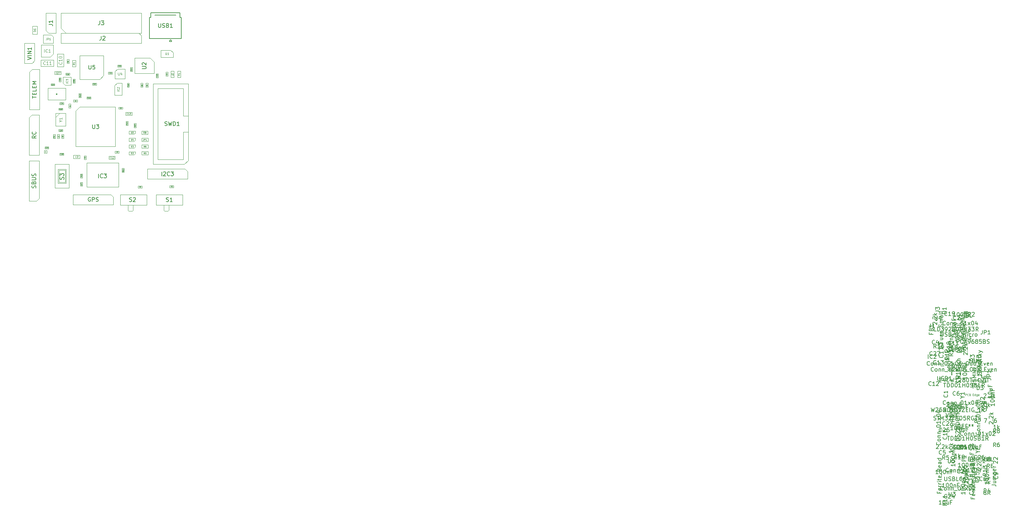
<source format=gbr>
%TF.GenerationSoftware,KiCad,Pcbnew,(5.1.9)-1*%
%TF.CreationDate,2021-10-28T19:53:03+05:30*%
%TF.ProjectId,royal_fc,726f7961-6c5f-4666-932e-6b696361645f,v1.0*%
%TF.SameCoordinates,Original*%
%TF.FileFunction,Other,Fab,Top*%
%FSLAX46Y46*%
G04 Gerber Fmt 4.6, Leading zero omitted, Abs format (unit mm)*
G04 Created by KiCad (PCBNEW (5.1.9)-1) date 2021-10-28 19:53:03*
%MOMM*%
%LPD*%
G01*
G04 APERTURE LIST*
%ADD10C,0.020000*%
%ADD11C,0.150000*%
%ADD12C,0.100000*%
%ADD13C,0.050000*%
%ADD14C,0.025000*%
%ADD15C,0.080000*%
%ADD16C,0.040000*%
%ADD17C,0.060000*%
%ADD18C,0.120000*%
%ADD19C,0.110000*%
%ADD20C,0.075000*%
%ADD21C,0.090000*%
%ADD22C,0.105000*%
G04 APERTURE END LIST*
D10*
%TO.C,U6*%
X29942500Y-124180000D02*
X29942500Y-121180000D01*
X34442500Y-124180000D02*
X34442500Y-121180000D01*
X29942500Y-121180000D02*
X34442500Y-121180000D01*
X29942500Y-124180000D02*
X34442500Y-124180000D01*
%TO.C,IC4*%
X29020000Y-137620000D02*
X29020000Y-136970000D01*
X29670000Y-136970000D02*
X29670000Y-137620000D01*
X29020000Y-136970000D02*
X29670000Y-136970000D01*
X29670000Y-137620000D02*
X29020000Y-137620000D01*
%TO.C,IC3*%
X47860000Y-146170000D02*
X39760000Y-146170000D01*
X47860000Y-140070000D02*
X47860000Y-146170000D01*
X39760000Y-146170000D02*
X39760000Y-140070000D01*
X39760000Y-140070000D02*
X47860000Y-140070000D01*
D11*
%TO.C,USB1*%
X60705000Y-109400000D02*
X60705000Y-109175000D01*
X61155000Y-109400000D02*
X60705000Y-109400000D01*
X61155000Y-109175000D02*
X61155000Y-109400000D01*
X60930000Y-109000000D02*
X61155000Y-109175000D01*
X60705000Y-109175000D02*
X60930000Y-109000000D01*
X62330000Y-102700000D02*
X56930000Y-102700000D01*
X55630000Y-108700000D02*
X63630000Y-108700000D01*
X55630000Y-103300000D02*
X55630000Y-108700000D01*
X55930000Y-103300000D02*
X55630000Y-103300000D01*
X55930000Y-102100000D02*
X55930000Y-103300000D01*
X63330000Y-102100000D02*
X55930000Y-102100000D01*
X63330000Y-103300000D02*
X63330000Y-102100000D01*
X63630000Y-103300000D02*
X63330000Y-103300000D01*
X63630000Y-108700000D02*
X63630000Y-103300000D01*
D12*
%TO.C,JP1*%
X31345000Y-108245000D02*
X31345000Y-109820000D01*
X31345000Y-109820000D02*
X28805000Y-109820000D01*
X28805000Y-109820000D02*
X28805000Y-107720000D01*
X28805000Y-107720000D02*
X30820000Y-107720000D01*
X30820000Y-107720000D02*
X31345000Y-108245000D01*
%TO.C,VIN1*%
X26600000Y-114285000D02*
X25965000Y-114920000D01*
X26600000Y-109840000D02*
X26600000Y-114285000D01*
X24060000Y-109840000D02*
X26600000Y-109840000D01*
X24060000Y-114920000D02*
X24060000Y-109840000D01*
X25965000Y-114920000D02*
X24060000Y-114920000D01*
%TO.C,8  7  6*%
X53550000Y-107925000D02*
X53550000Y-109830000D01*
X53550000Y-109830000D02*
X33230000Y-109830000D01*
X33230000Y-109830000D02*
X33230000Y-107290000D01*
X33230000Y-107290000D02*
X52915000Y-107290000D01*
X52915000Y-107290000D02*
X53550000Y-107925000D01*
%TO.C,R16*%
X39755000Y-123920000D02*
X39755000Y-123380000D01*
X39755000Y-123380000D02*
X40805000Y-123380000D01*
X40805000Y-123380000D02*
X40805000Y-123920000D01*
X40805000Y-123920000D02*
X39755000Y-123920000D01*
%TO.C,R15*%
X38300000Y-123575000D02*
X37760000Y-123575000D01*
X37760000Y-123575000D02*
X37760000Y-122525000D01*
X37760000Y-122525000D02*
X38300000Y-122525000D01*
X38300000Y-122525000D02*
X38300000Y-123575000D01*
%TO.C,R14*%
X49660000Y-129575000D02*
X50200000Y-129575000D01*
X50200000Y-129575000D02*
X50200000Y-130625000D01*
X50200000Y-130625000D02*
X49660000Y-130625000D01*
X49660000Y-130625000D02*
X49660000Y-129575000D01*
%TO.C,R13*%
X52220000Y-131155000D02*
X51680000Y-131155000D01*
X51680000Y-131155000D02*
X51680000Y-130105000D01*
X51680000Y-130105000D02*
X52220000Y-130105000D01*
X52220000Y-130105000D02*
X52220000Y-131155000D01*
%TO.C,R4*%
X55250000Y-120975000D02*
X54710000Y-120975000D01*
X54710000Y-120975000D02*
X54710000Y-119925000D01*
X54710000Y-119925000D02*
X55250000Y-119925000D01*
X55250000Y-119925000D02*
X55250000Y-120975000D01*
%TO.C,R3*%
X53950000Y-120975000D02*
X53410000Y-120975000D01*
X53410000Y-120975000D02*
X53410000Y-119925000D01*
X53410000Y-119925000D02*
X53950000Y-119925000D01*
X53950000Y-119925000D02*
X53950000Y-120975000D01*
%TO.C,C24*%
X32930000Y-125300000D02*
X32930000Y-124800000D01*
X32930000Y-124800000D02*
X33930000Y-124800000D01*
X33930000Y-124800000D02*
X33930000Y-125300000D01*
X33930000Y-125300000D02*
X32930000Y-125300000D01*
%TO.C,S3*%
X34530000Y-141700000D02*
X34530000Y-145200000D01*
X34530000Y-145200000D02*
X32530000Y-145200000D01*
X32530000Y-145200000D02*
X32530000Y-141700000D01*
X32530000Y-141700000D02*
X34530000Y-141700000D01*
X32730000Y-141950000D02*
X32730000Y-144950000D01*
X34330000Y-141950000D02*
X34330000Y-144950000D01*
X34330000Y-144950000D02*
X32730000Y-144950000D01*
X34330000Y-141950000D02*
X32730000Y-141950000D01*
X31730000Y-140450000D02*
X31730000Y-146450000D01*
X35330000Y-140450000D02*
X35330000Y-146450000D01*
X35330000Y-140450000D02*
X31730000Y-140450000D01*
X35330000Y-146450000D02*
X31730000Y-146450000D01*
%TO.C,U3*%
X37010000Y-126960000D02*
X38010000Y-125960000D01*
X37010000Y-135960000D02*
X37010000Y-126960000D01*
X47010000Y-135960000D02*
X37010000Y-135960000D01*
X47010000Y-125960000D02*
X47010000Y-135960000D01*
X38010000Y-125960000D02*
X47010000Y-125960000D01*
%TO.C,J2*%
X61030000Y-116900000D02*
X61830000Y-116900000D01*
X61830000Y-116900000D02*
X61830000Y-118500000D01*
X61830000Y-118500000D02*
X61030000Y-118500000D01*
X61030000Y-118500000D02*
X61030000Y-116900000D01*
%TO.C,F1*%
X62680000Y-116900000D02*
X63480000Y-116900000D01*
X63480000Y-116900000D02*
X63480000Y-118500000D01*
X63480000Y-118500000D02*
X62680000Y-118500000D01*
X62680000Y-118500000D02*
X62680000Y-116900000D01*
%TO.C,C1*%
X35730000Y-126200000D02*
X35230000Y-126200000D01*
X35230000Y-126200000D02*
X35230000Y-125200000D01*
X35230000Y-125200000D02*
X35730000Y-125200000D01*
X35730000Y-125200000D02*
X35730000Y-126200000D01*
%TO.C,C2*%
X36430000Y-138150000D02*
X38030000Y-138150000D01*
X36430000Y-138950000D02*
X36430000Y-138150000D01*
X38030000Y-138950000D02*
X36430000Y-138950000D01*
X38030000Y-138150000D02*
X38030000Y-138950000D01*
%TO.C,C3*%
X39080000Y-139250000D02*
X39080000Y-138250000D01*
X39580000Y-139250000D02*
X39080000Y-139250000D01*
X39580000Y-138250000D02*
X39580000Y-139250000D01*
X39080000Y-138250000D02*
X39580000Y-138250000D01*
%TO.C,C4*%
X47930000Y-137600000D02*
X46930000Y-137600000D01*
X47930000Y-137100000D02*
X47930000Y-137600000D01*
X46930000Y-137100000D02*
X47930000Y-137100000D01*
X46930000Y-137600000D02*
X46930000Y-137100000D01*
%TO.C,C5*%
X47840000Y-126480000D02*
X47840000Y-125980000D01*
X47840000Y-125980000D02*
X48840000Y-125980000D01*
X48840000Y-125980000D02*
X48840000Y-126480000D01*
X48840000Y-126480000D02*
X47840000Y-126480000D01*
%TO.C,C6*%
X36400000Y-124170000D02*
X37400000Y-124170000D01*
X36400000Y-124670000D02*
X36400000Y-124170000D01*
X37400000Y-124670000D02*
X36400000Y-124670000D01*
X37400000Y-124170000D02*
X37400000Y-124670000D01*
%TO.C,C8*%
X33400000Y-132910000D02*
X33900000Y-132910000D01*
X33900000Y-132910000D02*
X33900000Y-133910000D01*
X33900000Y-133910000D02*
X33400000Y-133910000D01*
X33400000Y-133910000D02*
X33400000Y-132910000D01*
%TO.C,C9*%
X59730000Y-118150000D02*
X59730000Y-117150000D01*
X60230000Y-118150000D02*
X59730000Y-118150000D01*
X60230000Y-117150000D02*
X60230000Y-118150000D01*
X59730000Y-117150000D02*
X60230000Y-117150000D01*
%TO.C,C10*%
X32330000Y-115750000D02*
X32330000Y-112550000D01*
X33930000Y-115750000D02*
X32330000Y-115750000D01*
X33930000Y-112550000D02*
X33930000Y-115750000D01*
X32330000Y-112550000D02*
X33930000Y-112550000D01*
%TO.C,C11*%
X28190000Y-115680000D02*
X28190000Y-114080000D01*
X28190000Y-114080000D02*
X31390000Y-114080000D01*
X31390000Y-114080000D02*
X31390000Y-115680000D01*
X31390000Y-115680000D02*
X28190000Y-115680000D01*
%TO.C,C12*%
X46930000Y-139150000D02*
X45330000Y-139150000D01*
X46930000Y-138350000D02*
X46930000Y-139150000D01*
X45330000Y-138350000D02*
X46930000Y-138350000D01*
X45330000Y-139150000D02*
X45330000Y-138350000D01*
%TO.C,C13*%
X49580000Y-128050000D02*
X49580000Y-127250000D01*
X49580000Y-127250000D02*
X51180000Y-127250000D01*
X51180000Y-127250000D02*
X51180000Y-128050000D01*
X51180000Y-128050000D02*
X49580000Y-128050000D01*
%TO.C,C14*%
X51280000Y-116950000D02*
X50780000Y-116950000D01*
X50780000Y-116950000D02*
X50780000Y-115950000D01*
X50780000Y-115950000D02*
X51280000Y-115950000D01*
X51280000Y-115950000D02*
X51280000Y-116950000D01*
%TO.C,C15*%
X57780000Y-117550000D02*
X57780000Y-118550000D01*
X57280000Y-117550000D02*
X57780000Y-117550000D01*
X57280000Y-118550000D02*
X57280000Y-117550000D01*
X57780000Y-118550000D02*
X57280000Y-118550000D01*
%TO.C,C16*%
X50480000Y-120950000D02*
X49980000Y-120950000D01*
X49980000Y-120950000D02*
X49980000Y-119950000D01*
X49980000Y-119950000D02*
X50480000Y-119950000D01*
X50480000Y-119950000D02*
X50480000Y-120950000D01*
%TO.C,C17*%
X38180000Y-145950000D02*
X38180000Y-144950000D01*
X38680000Y-145950000D02*
X38180000Y-145950000D01*
X38680000Y-144950000D02*
X38680000Y-145950000D01*
X38180000Y-144950000D02*
X38680000Y-144950000D01*
%TO.C,C18*%
X32930000Y-137600000D02*
X33930000Y-137600000D01*
X32930000Y-138100000D02*
X32930000Y-137600000D01*
X33930000Y-138100000D02*
X32930000Y-138100000D01*
X33930000Y-137600000D02*
X33930000Y-138100000D01*
%TO.C,C19*%
X32680000Y-126730000D02*
X32680000Y-126230000D01*
X32680000Y-126230000D02*
X33680000Y-126230000D01*
X33680000Y-126230000D02*
X33680000Y-126730000D01*
X33680000Y-126730000D02*
X32680000Y-126730000D01*
%TO.C,C20*%
X33680000Y-131630000D02*
X33680000Y-132130000D01*
X33680000Y-132130000D02*
X32680000Y-132130000D01*
X32680000Y-132130000D02*
X32680000Y-131630000D01*
X32680000Y-131630000D02*
X33680000Y-131630000D01*
%TO.C,C21*%
X45230000Y-117100000D02*
X46230000Y-117100000D01*
X45230000Y-117600000D02*
X45230000Y-117100000D01*
X46230000Y-117600000D02*
X45230000Y-117600000D01*
X46230000Y-117100000D02*
X46230000Y-117600000D01*
%TO.C,C22*%
X47525000Y-115845000D02*
X47525000Y-115345000D01*
X47525000Y-115345000D02*
X48525000Y-115345000D01*
X48525000Y-115345000D02*
X48525000Y-115845000D01*
X48525000Y-115845000D02*
X47525000Y-115845000D01*
%TO.C,C23*%
X42190000Y-120400000D02*
X41190000Y-120400000D01*
X42190000Y-119900000D02*
X42190000Y-120400000D01*
X41190000Y-119900000D02*
X42190000Y-119900000D01*
X41190000Y-120400000D02*
X41190000Y-119900000D01*
%TO.C,C25*%
X31680000Y-120050000D02*
X31680000Y-120550000D01*
X31680000Y-120550000D02*
X30680000Y-120550000D01*
X30680000Y-120550000D02*
X30680000Y-120050000D01*
X30680000Y-120050000D02*
X31680000Y-120050000D01*
%TO.C,C26*%
X29160000Y-136490000D02*
X29160000Y-135990000D01*
X29160000Y-135990000D02*
X30160000Y-135990000D01*
X30160000Y-135990000D02*
X30160000Y-136490000D01*
X30160000Y-136490000D02*
X29160000Y-136490000D01*
%TO.C,C27*%
X33280000Y-116950000D02*
X33280000Y-117750000D01*
X33280000Y-117750000D02*
X31680000Y-117750000D01*
X31680000Y-117750000D02*
X31680000Y-116950000D01*
X31680000Y-116950000D02*
X33280000Y-116950000D01*
%TO.C,C28*%
X35430000Y-117900000D02*
X34430000Y-117900000D01*
X35430000Y-117400000D02*
X35430000Y-117900000D01*
X34430000Y-117400000D02*
X35430000Y-117400000D01*
X34430000Y-117900000D02*
X34430000Y-117400000D01*
%TO.C,C29*%
X32730000Y-118550000D02*
X33230000Y-118550000D01*
X33230000Y-118550000D02*
X33230000Y-119550000D01*
X33230000Y-119550000D02*
X32730000Y-119550000D01*
X32730000Y-119550000D02*
X32730000Y-118550000D01*
%TO.C,C30*%
X36780000Y-118900000D02*
X36780000Y-119900000D01*
X36280000Y-118900000D02*
X36780000Y-118900000D01*
X36280000Y-119900000D02*
X36280000Y-118900000D01*
X36780000Y-119900000D02*
X36280000Y-119900000D01*
%TO.C,D1*%
X35280000Y-113950000D02*
X35280000Y-114950000D01*
X34780000Y-113950000D02*
X35280000Y-113950000D01*
X34780000Y-114950000D02*
X34780000Y-113950000D01*
X35280000Y-114950000D02*
X34780000Y-114950000D01*
%TO.C,D6*%
X27230000Y-107550000D02*
X26030000Y-107550000D01*
X26030000Y-107550000D02*
X26030000Y-105550000D01*
X26030000Y-105550000D02*
X27230000Y-105550000D01*
X27230000Y-105550000D02*
X27230000Y-107550000D01*
%TO.C,FB1*%
X31320000Y-133910000D02*
X31320000Y-132910000D01*
X31820000Y-133910000D02*
X31320000Y-133910000D01*
X31820000Y-132910000D02*
X31820000Y-133910000D01*
X31320000Y-132910000D02*
X31820000Y-132910000D01*
%TO.C,GPS*%
X45845000Y-148080000D02*
X46480000Y-148715000D01*
X36320000Y-148080000D02*
X45845000Y-148080000D01*
X36320000Y-150620000D02*
X36320000Y-148080000D01*
X46480000Y-150620000D02*
X36320000Y-150620000D01*
X46480000Y-148715000D02*
X46480000Y-150620000D01*
%TO.C,I2C3*%
X64615000Y-141610000D02*
X65250000Y-142245000D01*
X55090000Y-141610000D02*
X64615000Y-141610000D01*
X55090000Y-144150000D02*
X55090000Y-141610000D01*
X65250000Y-144150000D02*
X55090000Y-144150000D01*
X65250000Y-142245000D02*
X65250000Y-144150000D01*
%TO.C,IC1*%
X31290000Y-112530000D02*
X30540000Y-113280000D01*
X31290000Y-110280000D02*
X31290000Y-112530000D01*
X28290000Y-110280000D02*
X31290000Y-110280000D01*
X28290000Y-113280000D02*
X28290000Y-110280000D01*
X30540000Y-113280000D02*
X28290000Y-113280000D01*
%TO.C,IC2*%
X48625000Y-119885000D02*
X48625000Y-122985000D01*
X48625000Y-122985000D02*
X46825000Y-122985000D01*
X46825000Y-120535000D02*
X46825000Y-122985000D01*
X48625000Y-119885000D02*
X47475000Y-119885000D01*
X46825000Y-120535000D02*
X47475000Y-119885000D01*
%TO.C,IC5*%
X33770000Y-119910000D02*
X33770000Y-118410000D01*
X34270000Y-120410000D02*
X33770000Y-119910000D01*
X35770000Y-120410000D02*
X34270000Y-120410000D01*
X35770000Y-118410000D02*
X35770000Y-120410000D01*
X33770000Y-118410000D02*
X35770000Y-118410000D01*
%TO.C,J1*%
X32000000Y-102215000D02*
X32000000Y-107295000D01*
X29460000Y-102215000D02*
X32000000Y-102215000D01*
X29460000Y-106660000D02*
X29460000Y-102215000D01*
X30095000Y-107295000D02*
X29460000Y-106660000D01*
X32000000Y-107295000D02*
X30095000Y-107295000D01*
%TO.C,J3*%
X34520001Y-107289999D02*
X33250001Y-106019999D01*
X53570001Y-107289999D02*
X34520001Y-107289999D01*
X53570001Y-102209999D02*
X53570001Y-107289999D01*
X33250001Y-102209999D02*
X53570001Y-102209999D01*
X33250001Y-106019999D02*
X33250001Y-102209999D01*
%TO.C,R1*%
X36942500Y-115750000D02*
X36117500Y-115750000D01*
X36117500Y-115750000D02*
X36117500Y-114150000D01*
X36117500Y-114150000D02*
X36942500Y-114150000D01*
X36942500Y-114150000D02*
X36942500Y-115750000D01*
%TO.C,R2*%
X61745000Y-146330000D02*
X60695000Y-146330000D01*
X61745000Y-145790000D02*
X61745000Y-146330000D01*
X60695000Y-145790000D02*
X61745000Y-145790000D01*
X60695000Y-146330000D02*
X60695000Y-145790000D01*
%TO.C,R5*%
X53630000Y-137227500D02*
X55230000Y-137227500D01*
X53630000Y-138052500D02*
X53630000Y-137227500D01*
X55230000Y-138052500D02*
X53630000Y-138052500D01*
X55230000Y-137227500D02*
X55230000Y-138052500D01*
%TO.C,R6*%
X53630000Y-135527500D02*
X55230000Y-135527500D01*
X53630000Y-136352500D02*
X53630000Y-135527500D01*
X55230000Y-136352500D02*
X53630000Y-136352500D01*
X55230000Y-135527500D02*
X55230000Y-136352500D01*
%TO.C,JP1*%
X55230000Y-133827500D02*
X55230000Y-134652500D01*
X55230000Y-134652500D02*
X53630000Y-134652500D01*
X53630000Y-134652500D02*
X53630000Y-133827500D01*
X53630000Y-133827500D02*
X55230000Y-133827500D01*
%TO.C,R8*%
X53620000Y-132017500D02*
X55220000Y-132017500D01*
X53620000Y-132842500D02*
X53620000Y-132017500D01*
X55220000Y-132842500D02*
X53620000Y-132842500D01*
X55220000Y-132017500D02*
X55220000Y-132842500D01*
%TO.C,R9*%
X52705000Y-146420000D02*
X52705000Y-145880000D01*
X52705000Y-145880000D02*
X53755000Y-145880000D01*
X53755000Y-145880000D02*
X53755000Y-146420000D01*
X53755000Y-146420000D02*
X52705000Y-146420000D01*
%TO.C,R11*%
X49200000Y-141425000D02*
X49200000Y-142475000D01*
X48660000Y-141425000D02*
X49200000Y-141425000D01*
X48660000Y-142475000D02*
X48660000Y-141425000D01*
X49200000Y-142475000D02*
X48660000Y-142475000D01*
%TO.C,R12*%
X38160000Y-142825000D02*
X38700000Y-142825000D01*
X38700000Y-142825000D02*
X38700000Y-143875000D01*
X38700000Y-143875000D02*
X38160000Y-143875000D01*
X38160000Y-143875000D02*
X38160000Y-142825000D01*
%TO.C,RC*%
X25230000Y-128605000D02*
X25865000Y-127970000D01*
X25230000Y-138130000D02*
X25230000Y-128605000D01*
X27770000Y-138130000D02*
X25230000Y-138130000D01*
X27770000Y-127970000D02*
X27770000Y-138130000D01*
X25865000Y-127970000D02*
X27770000Y-127970000D01*
%TO.C,S1*%
X63975000Y-148105000D02*
X57275000Y-148105000D01*
X63975000Y-150705000D02*
X63975000Y-148105000D01*
X57275000Y-150705000D02*
X63975000Y-150705000D01*
X57275000Y-148105000D02*
X57275000Y-150705000D01*
X60525000Y-152005000D02*
X60525000Y-150705000D01*
X60475000Y-152055000D02*
X60525000Y-152005000D01*
X60275000Y-152255000D02*
X60475000Y-152055000D01*
X59425000Y-152255000D02*
X60275000Y-152255000D01*
X59225000Y-152055000D02*
X59425000Y-152255000D01*
X59225000Y-150755000D02*
X59225000Y-152055000D01*
%TO.C,S2*%
X50200000Y-150800000D02*
X50200000Y-152100000D01*
X50200000Y-152100000D02*
X50400000Y-152300000D01*
X50400000Y-152300000D02*
X51250000Y-152300000D01*
X51250000Y-152300000D02*
X51450000Y-152100000D01*
X51450000Y-152100000D02*
X51500000Y-152050000D01*
X51500000Y-152050000D02*
X51500000Y-150750000D01*
X48250000Y-148150000D02*
X48250000Y-150750000D01*
X48250000Y-150750000D02*
X54950000Y-150750000D01*
X54950000Y-150750000D02*
X54950000Y-148150000D01*
X54950000Y-148150000D02*
X48250000Y-148150000D01*
%TO.C,SBUS*%
X27740000Y-149055000D02*
X27105000Y-149690000D01*
X27740000Y-139530000D02*
X27740000Y-149055000D01*
X25200000Y-139530000D02*
X27740000Y-139530000D01*
X25200000Y-149690000D02*
X25200000Y-139530000D01*
X27105000Y-149690000D02*
X25200000Y-149690000D01*
%TO.C,SWD1*%
X64200000Y-128210000D02*
X65400000Y-128210000D01*
X64200000Y-128210000D02*
X64200000Y-128210000D01*
X64200000Y-121270000D02*
X64200000Y-128210000D01*
X57700000Y-121270000D02*
X64200000Y-121270000D01*
X57700000Y-139250000D02*
X57700000Y-121270000D01*
X64200000Y-139250000D02*
X57700000Y-139250000D01*
X64200000Y-132310000D02*
X64200000Y-139250000D01*
X65400000Y-132310000D02*
X64200000Y-132310000D01*
X65400000Y-120080000D02*
X65400000Y-139440000D01*
X56500000Y-120080000D02*
X65400000Y-120080000D01*
X56500000Y-140440000D02*
X56500000Y-120080000D01*
X64400000Y-140440000D02*
X56500000Y-140440000D01*
X65400000Y-139440000D02*
X64400000Y-140440000D01*
%TO.C,TELEM*%
X25935000Y-116480000D02*
X27840000Y-116480000D01*
X27840000Y-116480000D02*
X27840000Y-126640000D01*
X27840000Y-126640000D02*
X25300000Y-126640000D01*
X25300000Y-126640000D02*
X25300000Y-117115000D01*
X25300000Y-117115000D02*
X25935000Y-116480000D01*
%TO.C,U1*%
X61600000Y-113405000D02*
X58500000Y-113405000D01*
X58500000Y-113405000D02*
X58500000Y-111605000D01*
X60950000Y-111605000D02*
X58500000Y-111605000D01*
X61600000Y-113405000D02*
X61600000Y-112255000D01*
X60950000Y-111605000D02*
X61600000Y-112255000D01*
%TO.C,U2*%
X55800000Y-113575000D02*
X56775000Y-114550000D01*
X51875000Y-113575000D02*
X55800000Y-113575000D01*
X51875000Y-117475000D02*
X51875000Y-113575000D01*
X56775000Y-117475000D02*
X51875000Y-117475000D01*
X56775000Y-114550000D02*
X56775000Y-117475000D01*
%TO.C,U4*%
X46900000Y-116970000D02*
X47525000Y-116345000D01*
X46900000Y-118845000D02*
X46900000Y-116970000D01*
X49400000Y-118845000D02*
X46900000Y-118845000D01*
X49400000Y-116345000D02*
X49400000Y-118845000D01*
X47525000Y-116345000D02*
X49400000Y-116345000D01*
%TO.C,U5*%
X44040000Y-117950000D02*
X43040000Y-118950000D01*
X44040000Y-112950000D02*
X44040000Y-117950000D01*
X38040000Y-112950000D02*
X44040000Y-112950000D01*
X38040000Y-118950000D02*
X38040000Y-112950000D01*
X43040000Y-118950000D02*
X38040000Y-118950000D01*
%TO.C,Y1*%
X32930000Y-127580000D02*
X31930000Y-128580000D01*
X34430000Y-130780000D02*
X34430000Y-127580000D01*
X31930000Y-130780000D02*
X34430000Y-130780000D01*
X31930000Y-127580000D02*
X31930000Y-130780000D01*
X34430000Y-127580000D02*
X31930000Y-127580000D01*
%TO.C,C7*%
X32360000Y-133890000D02*
X32360000Y-132890000D01*
X32860000Y-133890000D02*
X32360000Y-133890000D01*
X32860000Y-132890000D02*
X32860000Y-133890000D01*
X32360000Y-132890000D02*
X32860000Y-132890000D01*
%TO.C,D2*%
X50430000Y-138040000D02*
X51730000Y-138040000D01*
X51730000Y-138040000D02*
X52030000Y-137740000D01*
X52030000Y-137740000D02*
X52030000Y-137240000D01*
X52030000Y-137240000D02*
X50430000Y-137240000D01*
X50430000Y-137240000D02*
X50430000Y-138040000D01*
%TO.C,D3*%
X50430000Y-135540000D02*
X50430000Y-136340000D01*
X52030000Y-135540000D02*
X50430000Y-135540000D01*
X52030000Y-136040000D02*
X52030000Y-135540000D01*
X51730000Y-136340000D02*
X52030000Y-136040000D01*
X50430000Y-136340000D02*
X51730000Y-136340000D01*
%TO.C,D4*%
X50430000Y-134640000D02*
X51730000Y-134640000D01*
X51730000Y-134640000D02*
X52030000Y-134340000D01*
X52030000Y-134340000D02*
X52030000Y-133840000D01*
X52030000Y-133840000D02*
X50430000Y-133840000D01*
X50430000Y-133840000D02*
X50430000Y-134640000D01*
%TO.C,D5*%
X50420000Y-132030000D02*
X50420000Y-132830000D01*
X52020000Y-132030000D02*
X50420000Y-132030000D01*
X52020000Y-132530000D02*
X52020000Y-132030000D01*
X51720000Y-132830000D02*
X52020000Y-132530000D01*
X50420000Y-132830000D02*
X51720000Y-132830000D01*
%TD*%
%TO.C,U6*%
D13*
X258275714Y-193563333D02*
X258285238Y-193534761D01*
X258294761Y-193525238D01*
X258313809Y-193515714D01*
X258342380Y-193515714D01*
X258361428Y-193525238D01*
X258370952Y-193534761D01*
X258380476Y-193553809D01*
X258380476Y-193630000D01*
X258180476Y-193630000D01*
X258180476Y-193563333D01*
X258190000Y-193544285D01*
X258199523Y-193534761D01*
X258218571Y-193525238D01*
X258237619Y-193525238D01*
X258256666Y-193534761D01*
X258266190Y-193544285D01*
X258275714Y-193563333D01*
X258275714Y-193630000D01*
X258380476Y-193430000D02*
X258180476Y-193430000D01*
X258323333Y-193363333D01*
X258180476Y-193296666D01*
X258380476Y-193296666D01*
X258380476Y-193201428D02*
X258180476Y-193201428D01*
X258180476Y-193068095D02*
X258180476Y-193049047D01*
X258190000Y-193030000D01*
X258199523Y-193020476D01*
X258218571Y-193010952D01*
X258256666Y-193001428D01*
X258304285Y-193001428D01*
X258342380Y-193010952D01*
X258361428Y-193020476D01*
X258370952Y-193030000D01*
X258380476Y-193049047D01*
X258380476Y-193068095D01*
X258370952Y-193087142D01*
X258361428Y-193096666D01*
X258342380Y-193106190D01*
X258304285Y-193115714D01*
X258256666Y-193115714D01*
X258218571Y-193106190D01*
X258199523Y-193096666D01*
X258190000Y-193087142D01*
X258180476Y-193068095D01*
X258266190Y-192887142D02*
X258256666Y-192906190D01*
X258247142Y-192915714D01*
X258228095Y-192925238D01*
X258218571Y-192925238D01*
X258199523Y-192915714D01*
X258190000Y-192906190D01*
X258180476Y-192887142D01*
X258180476Y-192849047D01*
X258190000Y-192830000D01*
X258199523Y-192820476D01*
X258218571Y-192810952D01*
X258228095Y-192810952D01*
X258247142Y-192820476D01*
X258256666Y-192830000D01*
X258266190Y-192849047D01*
X258266190Y-192887142D01*
X258275714Y-192906190D01*
X258285238Y-192915714D01*
X258304285Y-192925238D01*
X258342380Y-192925238D01*
X258361428Y-192915714D01*
X258370952Y-192906190D01*
X258380476Y-192887142D01*
X258380476Y-192849047D01*
X258370952Y-192830000D01*
X258361428Y-192820476D01*
X258342380Y-192810952D01*
X258304285Y-192810952D01*
X258285238Y-192820476D01*
X258275714Y-192830000D01*
X258266190Y-192849047D01*
X258266190Y-192696666D02*
X258256666Y-192715714D01*
X258247142Y-192725238D01*
X258228095Y-192734761D01*
X258218571Y-192734761D01*
X258199523Y-192725238D01*
X258190000Y-192715714D01*
X258180476Y-192696666D01*
X258180476Y-192658571D01*
X258190000Y-192639523D01*
X258199523Y-192630000D01*
X258218571Y-192620476D01*
X258228095Y-192620476D01*
X258247142Y-192630000D01*
X258256666Y-192639523D01*
X258266190Y-192658571D01*
X258266190Y-192696666D01*
X258275714Y-192715714D01*
X258285238Y-192725238D01*
X258304285Y-192734761D01*
X258342380Y-192734761D01*
X258361428Y-192725238D01*
X258370952Y-192715714D01*
X258380476Y-192696666D01*
X258380476Y-192658571D01*
X258370952Y-192639523D01*
X258361428Y-192630000D01*
X258342380Y-192620476D01*
X258304285Y-192620476D01*
X258285238Y-192630000D01*
X258275714Y-192639523D01*
X258266190Y-192658571D01*
X32020476Y-122832380D02*
X32182380Y-122832380D01*
X32201428Y-122822857D01*
X32210952Y-122813333D01*
X32220476Y-122794285D01*
X32220476Y-122756190D01*
X32210952Y-122737142D01*
X32201428Y-122727619D01*
X32182380Y-122718095D01*
X32020476Y-122718095D01*
X32020476Y-122537142D02*
X32020476Y-122575238D01*
X32030000Y-122594285D01*
X32039523Y-122603809D01*
X32068095Y-122622857D01*
X32106190Y-122632380D01*
X32182380Y-122632380D01*
X32201428Y-122622857D01*
X32210952Y-122613333D01*
X32220476Y-122594285D01*
X32220476Y-122556190D01*
X32210952Y-122537142D01*
X32201428Y-122527619D01*
X32182380Y-122518095D01*
X32134761Y-122518095D01*
X32115714Y-122527619D01*
X32106190Y-122537142D01*
X32096666Y-122556190D01*
X32096666Y-122594285D01*
X32106190Y-122613333D01*
X32115714Y-122622857D01*
X32134761Y-122632380D01*
%TO.C,IC4*%
D14*
X263605238Y-197040000D02*
X263605238Y-196973333D01*
X263705238Y-197016190D01*
X263638571Y-196892380D02*
X263705238Y-196892380D01*
X263600476Y-196916190D02*
X263671904Y-196940000D01*
X263671904Y-196878095D01*
X263705238Y-196792380D02*
X263705238Y-196840000D01*
X263605238Y-196840000D01*
X263605238Y-196773333D02*
X263705238Y-196740000D01*
X263605238Y-196706666D01*
X263695714Y-196616190D02*
X263700476Y-196620952D01*
X263705238Y-196635238D01*
X263705238Y-196644761D01*
X263700476Y-196659047D01*
X263690952Y-196668571D01*
X263681428Y-196673333D01*
X263662380Y-196678095D01*
X263648095Y-196678095D01*
X263629047Y-196673333D01*
X263619523Y-196668571D01*
X263610000Y-196659047D01*
X263605238Y-196644761D01*
X263605238Y-196635238D01*
X263610000Y-196620952D01*
X263614761Y-196616190D01*
X263705238Y-196520952D02*
X263705238Y-196578095D01*
X263705238Y-196549523D02*
X263605238Y-196549523D01*
X263619523Y-196559047D01*
X263629047Y-196568571D01*
X263633809Y-196578095D01*
X263610000Y-196425714D02*
X263605238Y-196435238D01*
X263605238Y-196449523D01*
X263610000Y-196463809D01*
X263619523Y-196473333D01*
X263629047Y-196478095D01*
X263648095Y-196482857D01*
X263662380Y-196482857D01*
X263681428Y-196478095D01*
X263690952Y-196473333D01*
X263700476Y-196463809D01*
X263705238Y-196449523D01*
X263705238Y-196440000D01*
X263700476Y-196425714D01*
X263695714Y-196420952D01*
X263662380Y-196420952D01*
X263662380Y-196440000D01*
X263605238Y-196359047D02*
X263605238Y-196349523D01*
X263610000Y-196340000D01*
X263614761Y-196335238D01*
X263624285Y-196330476D01*
X263643333Y-196325714D01*
X263667142Y-196325714D01*
X263686190Y-196330476D01*
X263695714Y-196335238D01*
X263700476Y-196340000D01*
X263705238Y-196349523D01*
X263705238Y-196359047D01*
X263700476Y-196368571D01*
X263695714Y-196373333D01*
X263686190Y-196378095D01*
X263667142Y-196382857D01*
X263643333Y-196382857D01*
X263624285Y-196378095D01*
X263614761Y-196373333D01*
X263610000Y-196368571D01*
X263605238Y-196359047D01*
X263638571Y-196240000D02*
X263705238Y-196240000D01*
X263600476Y-196263809D02*
X263671904Y-196287619D01*
X263671904Y-196225714D01*
X263610000Y-196135238D02*
X263605238Y-196144761D01*
X263605238Y-196159047D01*
X263610000Y-196173333D01*
X263619523Y-196182857D01*
X263629047Y-196187619D01*
X263648095Y-196192380D01*
X263662380Y-196192380D01*
X263681428Y-196187619D01*
X263690952Y-196182857D01*
X263700476Y-196173333D01*
X263705238Y-196159047D01*
X263705238Y-196149523D01*
X263700476Y-196135238D01*
X263695714Y-196130476D01*
X263662380Y-196130476D01*
X263662380Y-196149523D01*
X263605238Y-196097142D02*
X263705238Y-196030476D01*
X263605238Y-196030476D02*
X263705238Y-196097142D01*
X263638571Y-195949523D02*
X263705238Y-195949523D01*
X263600476Y-195973333D02*
X263671904Y-195997142D01*
X263671904Y-195935238D01*
X263605238Y-195906666D02*
X263605238Y-195840000D01*
X263705238Y-195906666D01*
X263705238Y-195840000D01*
X29390238Y-137367619D02*
X29290238Y-137367619D01*
X29380714Y-137262857D02*
X29385476Y-137267619D01*
X29390238Y-137281904D01*
X29390238Y-137291428D01*
X29385476Y-137305714D01*
X29375952Y-137315238D01*
X29366428Y-137320000D01*
X29347380Y-137324761D01*
X29333095Y-137324761D01*
X29314047Y-137320000D01*
X29304523Y-137315238D01*
X29295000Y-137305714D01*
X29290238Y-137291428D01*
X29290238Y-137281904D01*
X29295000Y-137267619D01*
X29299761Y-137262857D01*
X29323571Y-137177142D02*
X29390238Y-137177142D01*
X29285476Y-137200952D02*
X29356904Y-137224761D01*
X29356904Y-137162857D01*
%TO.C,IC3*%
D11*
X42753809Y-143852380D02*
X42753809Y-142852380D01*
X43801428Y-143757142D02*
X43753809Y-143804761D01*
X43610952Y-143852380D01*
X43515714Y-143852380D01*
X43372857Y-143804761D01*
X43277619Y-143709523D01*
X43230000Y-143614285D01*
X43182380Y-143423809D01*
X43182380Y-143280952D01*
X43230000Y-143090476D01*
X43277619Y-142995238D01*
X43372857Y-142900000D01*
X43515714Y-142852380D01*
X43610952Y-142852380D01*
X43753809Y-142900000D01*
X43801428Y-142947619D01*
X44134761Y-142852380D02*
X44753809Y-142852380D01*
X44420476Y-143233333D01*
X44563333Y-143233333D01*
X44658571Y-143280952D01*
X44706190Y-143328571D01*
X44753809Y-143423809D01*
X44753809Y-143661904D01*
X44706190Y-143757142D01*
X44658571Y-143804761D01*
X44563333Y-143852380D01*
X44277619Y-143852380D01*
X44182380Y-143804761D01*
X44134761Y-143757142D01*
X253105714Y-201952380D02*
X253343809Y-202952380D01*
X253534285Y-202238095D01*
X253724761Y-202952380D01*
X253962857Y-201952380D01*
X254296190Y-202047619D02*
X254343809Y-202000000D01*
X254439047Y-201952380D01*
X254677142Y-201952380D01*
X254772380Y-202000000D01*
X254820000Y-202047619D01*
X254867619Y-202142857D01*
X254867619Y-202238095D01*
X254820000Y-202380952D01*
X254248571Y-202952380D01*
X254867619Y-202952380D01*
X255772380Y-201952380D02*
X255296190Y-201952380D01*
X255248571Y-202428571D01*
X255296190Y-202380952D01*
X255391428Y-202333333D01*
X255629523Y-202333333D01*
X255724761Y-202380952D01*
X255772380Y-202428571D01*
X255820000Y-202523809D01*
X255820000Y-202761904D01*
X255772380Y-202857142D01*
X255724761Y-202904761D01*
X255629523Y-202952380D01*
X255391428Y-202952380D01*
X255296190Y-202904761D01*
X255248571Y-202857142D01*
X256248571Y-202952380D02*
X256248571Y-201952380D01*
X256820000Y-202952380D01*
X256820000Y-201952380D01*
X257486666Y-201952380D02*
X257581904Y-201952380D01*
X257677142Y-202000000D01*
X257724761Y-202047619D01*
X257772380Y-202142857D01*
X257820000Y-202333333D01*
X257820000Y-202571428D01*
X257772380Y-202761904D01*
X257724761Y-202857142D01*
X257677142Y-202904761D01*
X257581904Y-202952380D01*
X257486666Y-202952380D01*
X257391428Y-202904761D01*
X257343809Y-202857142D01*
X257296190Y-202761904D01*
X257248571Y-202571428D01*
X257248571Y-202333333D01*
X257296190Y-202142857D01*
X257343809Y-202047619D01*
X257391428Y-202000000D01*
X257486666Y-201952380D01*
X258772380Y-202952380D02*
X258200952Y-202952380D01*
X258486666Y-202952380D02*
X258486666Y-201952380D01*
X258391428Y-202095238D01*
X258296190Y-202190476D01*
X258200952Y-202238095D01*
X259724761Y-202000000D02*
X259629523Y-201952380D01*
X259486666Y-201952380D01*
X259343809Y-202000000D01*
X259248571Y-202095238D01*
X259200952Y-202190476D01*
X259153333Y-202380952D01*
X259153333Y-202523809D01*
X259200952Y-202714285D01*
X259248571Y-202809523D01*
X259343809Y-202904761D01*
X259486666Y-202952380D01*
X259581904Y-202952380D01*
X259724761Y-202904761D01*
X259772380Y-202857142D01*
X259772380Y-202523809D01*
X259581904Y-202523809D01*
X260058095Y-201952380D02*
X260391428Y-202952380D01*
X260724761Y-201952380D01*
X260962857Y-201952380D02*
X261629523Y-201952380D01*
X260962857Y-202952380D01*
X261629523Y-202952380D01*
X262010476Y-202428571D02*
X262343809Y-202428571D01*
X262486666Y-202952380D02*
X262010476Y-202952380D01*
X262010476Y-201952380D01*
X262486666Y-201952380D01*
X262915238Y-202952380D02*
X262915238Y-201952380D01*
X263915238Y-202000000D02*
X263820000Y-201952380D01*
X263677142Y-201952380D01*
X263534285Y-202000000D01*
X263439047Y-202095238D01*
X263391428Y-202190476D01*
X263343809Y-202380952D01*
X263343809Y-202523809D01*
X263391428Y-202714285D01*
X263439047Y-202809523D01*
X263534285Y-202904761D01*
X263677142Y-202952380D01*
X263772380Y-202952380D01*
X263915238Y-202904761D01*
X263962857Y-202857142D01*
X263962857Y-202523809D01*
X263772380Y-202523809D01*
X264153333Y-203047619D02*
X264915238Y-203047619D01*
X265010476Y-201952380D02*
X265581904Y-201952380D01*
X265296190Y-202952380D02*
X265296190Y-201952380D01*
X266486666Y-202952380D02*
X266153333Y-202476190D01*
X265915238Y-202952380D02*
X265915238Y-201952380D01*
X266296190Y-201952380D01*
X266391428Y-202000000D01*
X266439047Y-202047619D01*
X266486666Y-202142857D01*
X266486666Y-202285714D01*
X266439047Y-202380952D01*
X266391428Y-202428571D01*
X266296190Y-202476190D01*
X265915238Y-202476190D01*
X260486666Y-207152380D02*
X260153333Y-206676190D01*
X259915238Y-207152380D02*
X259915238Y-206152380D01*
X260296190Y-206152380D01*
X260391428Y-206200000D01*
X260439047Y-206247619D01*
X260486666Y-206342857D01*
X260486666Y-206485714D01*
X260439047Y-206580952D01*
X260391428Y-206628571D01*
X260296190Y-206676190D01*
X259915238Y-206676190D01*
X260915238Y-206628571D02*
X261248571Y-206628571D01*
X261391428Y-207152380D02*
X260915238Y-207152380D01*
X260915238Y-206152380D01*
X261391428Y-206152380D01*
X262153333Y-206628571D02*
X261820000Y-206628571D01*
X261820000Y-207152380D02*
X261820000Y-206152380D01*
X262296190Y-206152380D01*
X262820000Y-206152380D02*
X262820000Y-206390476D01*
X262581904Y-206295238D02*
X262820000Y-206390476D01*
X263058095Y-206295238D01*
X262677142Y-206580952D02*
X262820000Y-206390476D01*
X262962857Y-206580952D01*
X263581904Y-206152380D02*
X263581904Y-206390476D01*
X263343809Y-206295238D02*
X263581904Y-206390476D01*
X263820000Y-206295238D01*
X263439047Y-206580952D02*
X263581904Y-206390476D01*
X263724761Y-206580952D01*
%TO.C,*%
%TO.C,USB1*%
X254731904Y-194042380D02*
X254731904Y-194851904D01*
X254779523Y-194947142D01*
X254827142Y-194994761D01*
X254922380Y-195042380D01*
X255112857Y-195042380D01*
X255208095Y-194994761D01*
X255255714Y-194947142D01*
X255303333Y-194851904D01*
X255303333Y-194042380D01*
X255731904Y-194994761D02*
X255874761Y-195042380D01*
X256112857Y-195042380D01*
X256208095Y-194994761D01*
X256255714Y-194947142D01*
X256303333Y-194851904D01*
X256303333Y-194756666D01*
X256255714Y-194661428D01*
X256208095Y-194613809D01*
X256112857Y-194566190D01*
X255922380Y-194518571D01*
X255827142Y-194470952D01*
X255779523Y-194423333D01*
X255731904Y-194328095D01*
X255731904Y-194232857D01*
X255779523Y-194137619D01*
X255827142Y-194090000D01*
X255922380Y-194042380D01*
X256160476Y-194042380D01*
X256303333Y-194090000D01*
X257065238Y-194518571D02*
X257208095Y-194566190D01*
X257255714Y-194613809D01*
X257303333Y-194709047D01*
X257303333Y-194851904D01*
X257255714Y-194947142D01*
X257208095Y-194994761D01*
X257112857Y-195042380D01*
X256731904Y-195042380D01*
X256731904Y-194042380D01*
X257065238Y-194042380D01*
X257160476Y-194090000D01*
X257208095Y-194137619D01*
X257255714Y-194232857D01*
X257255714Y-194328095D01*
X257208095Y-194423333D01*
X257160476Y-194470952D01*
X257065238Y-194518571D01*
X256731904Y-194518571D01*
X258255714Y-195042380D02*
X257684285Y-195042380D01*
X257970000Y-195042380D02*
X257970000Y-194042380D01*
X257874761Y-194185238D01*
X257779523Y-194280476D01*
X257684285Y-194328095D01*
X255616190Y-182892380D02*
X255616190Y-183701904D01*
X255663809Y-183797142D01*
X255711428Y-183844761D01*
X255806666Y-183892380D01*
X255997142Y-183892380D01*
X256092380Y-183844761D01*
X256140000Y-183797142D01*
X256187619Y-183701904D01*
X256187619Y-182892380D01*
X256616190Y-183844761D02*
X256759047Y-183892380D01*
X256997142Y-183892380D01*
X257092380Y-183844761D01*
X257140000Y-183797142D01*
X257187619Y-183701904D01*
X257187619Y-183606666D01*
X257140000Y-183511428D01*
X257092380Y-183463809D01*
X256997142Y-183416190D01*
X256806666Y-183368571D01*
X256711428Y-183320952D01*
X256663809Y-183273333D01*
X256616190Y-183178095D01*
X256616190Y-183082857D01*
X256663809Y-182987619D01*
X256711428Y-182940000D01*
X256806666Y-182892380D01*
X257044761Y-182892380D01*
X257187619Y-182940000D01*
X257949523Y-183368571D02*
X258092380Y-183416190D01*
X258140000Y-183463809D01*
X258187619Y-183559047D01*
X258187619Y-183701904D01*
X258140000Y-183797142D01*
X258092380Y-183844761D01*
X257997142Y-183892380D01*
X257616190Y-183892380D01*
X257616190Y-182892380D01*
X257949523Y-182892380D01*
X258044761Y-182940000D01*
X258092380Y-182987619D01*
X258140000Y-183082857D01*
X258140000Y-183178095D01*
X258092380Y-183273333D01*
X258044761Y-183320952D01*
X257949523Y-183368571D01*
X257616190Y-183368571D01*
X258378095Y-183987619D02*
X259140000Y-183987619D01*
X259711428Y-183368571D02*
X259854285Y-183416190D01*
X259901904Y-183463809D01*
X259949523Y-183559047D01*
X259949523Y-183701904D01*
X259901904Y-183797142D01*
X259854285Y-183844761D01*
X259759047Y-183892380D01*
X259378095Y-183892380D01*
X259378095Y-182892380D01*
X259711428Y-182892380D01*
X259806666Y-182940000D01*
X259854285Y-182987619D01*
X259901904Y-183082857D01*
X259901904Y-183178095D01*
X259854285Y-183273333D01*
X259806666Y-183320952D01*
X259711428Y-183368571D01*
X259378095Y-183368571D01*
X260140000Y-183987619D02*
X260901904Y-183987619D01*
X261140000Y-183892380D02*
X261140000Y-182892380D01*
X261473333Y-183606666D01*
X261806666Y-182892380D01*
X261806666Y-183892380D01*
X262282857Y-183892380D02*
X262282857Y-183225714D01*
X262282857Y-182892380D02*
X262235238Y-182940000D01*
X262282857Y-182987619D01*
X262330476Y-182940000D01*
X262282857Y-182892380D01*
X262282857Y-182987619D01*
X263187619Y-183844761D02*
X263092380Y-183892380D01*
X262901904Y-183892380D01*
X262806666Y-183844761D01*
X262759047Y-183797142D01*
X262711428Y-183701904D01*
X262711428Y-183416190D01*
X262759047Y-183320952D01*
X262806666Y-183273333D01*
X262901904Y-183225714D01*
X263092380Y-183225714D01*
X263187619Y-183273333D01*
X263616190Y-183892380D02*
X263616190Y-183225714D01*
X263616190Y-183416190D02*
X263663809Y-183320952D01*
X263711428Y-183273333D01*
X263806666Y-183225714D01*
X263901904Y-183225714D01*
X264378095Y-183892380D02*
X264282857Y-183844761D01*
X264235238Y-183797142D01*
X264187619Y-183701904D01*
X264187619Y-183416190D01*
X264235238Y-183320952D01*
X264282857Y-183273333D01*
X264378095Y-183225714D01*
X264520952Y-183225714D01*
X264616190Y-183273333D01*
X264663809Y-183320952D01*
X264711428Y-183416190D01*
X264711428Y-183701904D01*
X264663809Y-183797142D01*
X264616190Y-183844761D01*
X264520952Y-183892380D01*
X264378095Y-183892380D01*
D15*
X261785714Y-198926190D02*
X261785714Y-198426190D01*
X261976190Y-198426190D01*
X262023809Y-198450000D01*
X262047619Y-198473809D01*
X262071428Y-198521428D01*
X262071428Y-198592857D01*
X262047619Y-198640476D01*
X262023809Y-198664285D01*
X261976190Y-198688095D01*
X261785714Y-198688095D01*
X262571428Y-198878571D02*
X262547619Y-198902380D01*
X262476190Y-198926190D01*
X262428571Y-198926190D01*
X262357142Y-198902380D01*
X262309523Y-198854761D01*
X262285714Y-198807142D01*
X262261904Y-198711904D01*
X262261904Y-198640476D01*
X262285714Y-198545238D01*
X262309523Y-198497619D01*
X262357142Y-198450000D01*
X262428571Y-198426190D01*
X262476190Y-198426190D01*
X262547619Y-198450000D01*
X262571428Y-198473809D01*
X262952380Y-198664285D02*
X263023809Y-198688095D01*
X263047619Y-198711904D01*
X263071428Y-198759523D01*
X263071428Y-198830952D01*
X263047619Y-198878571D01*
X263023809Y-198902380D01*
X262976190Y-198926190D01*
X262785714Y-198926190D01*
X262785714Y-198426190D01*
X262952380Y-198426190D01*
X263000000Y-198450000D01*
X263023809Y-198473809D01*
X263047619Y-198521428D01*
X263047619Y-198569047D01*
X263023809Y-198616666D01*
X263000000Y-198640476D01*
X262952380Y-198664285D01*
X262785714Y-198664285D01*
X263666666Y-198664285D02*
X263833333Y-198664285D01*
X263904761Y-198926190D02*
X263666666Y-198926190D01*
X263666666Y-198426190D01*
X263904761Y-198426190D01*
X264333333Y-198926190D02*
X264333333Y-198426190D01*
X264333333Y-198902380D02*
X264285714Y-198926190D01*
X264190476Y-198926190D01*
X264142857Y-198902380D01*
X264119047Y-198878571D01*
X264095238Y-198830952D01*
X264095238Y-198688095D01*
X264119047Y-198640476D01*
X264142857Y-198616666D01*
X264190476Y-198592857D01*
X264285714Y-198592857D01*
X264333333Y-198616666D01*
X264785714Y-198592857D02*
X264785714Y-198997619D01*
X264761904Y-199045238D01*
X264738095Y-199069047D01*
X264690476Y-199092857D01*
X264619047Y-199092857D01*
X264571428Y-199069047D01*
X264785714Y-198902380D02*
X264738095Y-198926190D01*
X264642857Y-198926190D01*
X264595238Y-198902380D01*
X264571428Y-198878571D01*
X264547619Y-198830952D01*
X264547619Y-198688095D01*
X264571428Y-198640476D01*
X264595238Y-198616666D01*
X264642857Y-198592857D01*
X264738095Y-198592857D01*
X264785714Y-198616666D01*
X265214285Y-198902380D02*
X265166666Y-198926190D01*
X265071428Y-198926190D01*
X265023809Y-198902380D01*
X265000000Y-198854761D01*
X265000000Y-198664285D01*
X265023809Y-198616666D01*
X265071428Y-198592857D01*
X265166666Y-198592857D01*
X265214285Y-198616666D01*
X265238095Y-198664285D01*
X265238095Y-198711904D01*
X265000000Y-198759523D01*
D11*
X57891904Y-104852380D02*
X57891904Y-105661904D01*
X57939523Y-105757142D01*
X57987142Y-105804761D01*
X58082380Y-105852380D01*
X58272857Y-105852380D01*
X58368095Y-105804761D01*
X58415714Y-105757142D01*
X58463333Y-105661904D01*
X58463333Y-104852380D01*
X58891904Y-105804761D02*
X59034761Y-105852380D01*
X59272857Y-105852380D01*
X59368095Y-105804761D01*
X59415714Y-105757142D01*
X59463333Y-105661904D01*
X59463333Y-105566666D01*
X59415714Y-105471428D01*
X59368095Y-105423809D01*
X59272857Y-105376190D01*
X59082380Y-105328571D01*
X58987142Y-105280952D01*
X58939523Y-105233333D01*
X58891904Y-105138095D01*
X58891904Y-105042857D01*
X58939523Y-104947619D01*
X58987142Y-104900000D01*
X59082380Y-104852380D01*
X59320476Y-104852380D01*
X59463333Y-104900000D01*
X60225238Y-105328571D02*
X60368095Y-105376190D01*
X60415714Y-105423809D01*
X60463333Y-105519047D01*
X60463333Y-105661904D01*
X60415714Y-105757142D01*
X60368095Y-105804761D01*
X60272857Y-105852380D01*
X59891904Y-105852380D01*
X59891904Y-104852380D01*
X60225238Y-104852380D01*
X60320476Y-104900000D01*
X60368095Y-104947619D01*
X60415714Y-105042857D01*
X60415714Y-105138095D01*
X60368095Y-105233333D01*
X60320476Y-105280952D01*
X60225238Y-105328571D01*
X59891904Y-105328571D01*
X61415714Y-105852380D02*
X60844285Y-105852380D01*
X61130000Y-105852380D02*
X61130000Y-104852380D01*
X61034761Y-104995238D01*
X60939523Y-105090476D01*
X60844285Y-105138095D01*
%TO.C,JP1*%
X267222380Y-194523333D02*
X267936666Y-194523333D01*
X268079523Y-194570952D01*
X268174761Y-194666190D01*
X268222380Y-194809047D01*
X268222380Y-194904285D01*
X268222380Y-194047142D02*
X267222380Y-194047142D01*
X267222380Y-193666190D01*
X267270000Y-193570952D01*
X267317619Y-193523333D01*
X267412857Y-193475714D01*
X267555714Y-193475714D01*
X267650952Y-193523333D01*
X267698571Y-193570952D01*
X267746190Y-193666190D01*
X267746190Y-194047142D01*
X268222380Y-192523333D02*
X268222380Y-193094761D01*
X268222380Y-192809047D02*
X267222380Y-192809047D01*
X267365238Y-192904285D01*
X267460476Y-192999523D01*
X267508095Y-193094761D01*
X268482380Y-221426666D02*
X269196666Y-221426666D01*
X269339523Y-221474285D01*
X269434761Y-221569523D01*
X269482380Y-221712380D01*
X269482380Y-221807619D01*
X268815714Y-220521904D02*
X269482380Y-220521904D01*
X268815714Y-220950476D02*
X269339523Y-220950476D01*
X269434761Y-220902857D01*
X269482380Y-220807619D01*
X269482380Y-220664761D01*
X269434761Y-220569523D01*
X269387142Y-220521904D01*
X269482380Y-220045714D02*
X268815714Y-220045714D01*
X268910952Y-220045714D02*
X268863333Y-219998095D01*
X268815714Y-219902857D01*
X268815714Y-219760000D01*
X268863333Y-219664761D01*
X268958571Y-219617142D01*
X269482380Y-219617142D01*
X268958571Y-219617142D02*
X268863333Y-219569523D01*
X268815714Y-219474285D01*
X268815714Y-219331428D01*
X268863333Y-219236190D01*
X268958571Y-219188571D01*
X269482380Y-219188571D01*
X268815714Y-218712380D02*
X269815714Y-218712380D01*
X268863333Y-218712380D02*
X268815714Y-218617142D01*
X268815714Y-218426666D01*
X268863333Y-218331428D01*
X268910952Y-218283809D01*
X269006190Y-218236190D01*
X269291904Y-218236190D01*
X269387142Y-218283809D01*
X269434761Y-218331428D01*
X269482380Y-218426666D01*
X269482380Y-218617142D01*
X269434761Y-218712380D01*
X269434761Y-217426666D02*
X269482380Y-217521904D01*
X269482380Y-217712380D01*
X269434761Y-217807619D01*
X269339523Y-217855238D01*
X268958571Y-217855238D01*
X268863333Y-217807619D01*
X268815714Y-217712380D01*
X268815714Y-217521904D01*
X268863333Y-217426666D01*
X268958571Y-217379047D01*
X269053809Y-217379047D01*
X269149047Y-217855238D01*
X269482380Y-216950476D02*
X268815714Y-216950476D01*
X269006190Y-216950476D02*
X268910952Y-216902857D01*
X268863333Y-216855238D01*
X268815714Y-216760000D01*
X268815714Y-216664761D01*
X266056666Y-182372380D02*
X266056666Y-183086666D01*
X266009047Y-183229523D01*
X265913809Y-183324761D01*
X265770952Y-183372380D01*
X265675714Y-183372380D01*
X266532857Y-183372380D02*
X266532857Y-182372380D01*
X266913809Y-182372380D01*
X267009047Y-182420000D01*
X267056666Y-182467619D01*
X267104285Y-182562857D01*
X267104285Y-182705714D01*
X267056666Y-182800952D01*
X267009047Y-182848571D01*
X266913809Y-182896190D01*
X266532857Y-182896190D01*
X268056666Y-183372380D02*
X267485238Y-183372380D01*
X267770952Y-183372380D02*
X267770952Y-182372380D01*
X267675714Y-182515238D01*
X267580476Y-182610476D01*
X267485238Y-182658095D01*
%TO.C,VIN1*%
X256848571Y-203352380D02*
X257181904Y-204352380D01*
X257515238Y-203352380D01*
X257848571Y-204352380D02*
X257848571Y-203352380D01*
X258324761Y-204352380D02*
X258324761Y-203352380D01*
X258896190Y-204352380D01*
X258896190Y-203352380D01*
X259896190Y-204352380D02*
X259324761Y-204352380D01*
X259610476Y-204352380D02*
X259610476Y-203352380D01*
X259515238Y-203495238D01*
X259420000Y-203590476D01*
X259324761Y-203638095D01*
X256091904Y-222717142D02*
X256044285Y-222764761D01*
X255901428Y-222812380D01*
X255806190Y-222812380D01*
X255663333Y-222764761D01*
X255568095Y-222669523D01*
X255520476Y-222574285D01*
X255472857Y-222383809D01*
X255472857Y-222240952D01*
X255520476Y-222050476D01*
X255568095Y-221955238D01*
X255663333Y-221860000D01*
X255806190Y-221812380D01*
X255901428Y-221812380D01*
X256044285Y-221860000D01*
X256091904Y-221907619D01*
X256663333Y-222812380D02*
X256568095Y-222764761D01*
X256520476Y-222717142D01*
X256472857Y-222621904D01*
X256472857Y-222336190D01*
X256520476Y-222240952D01*
X256568095Y-222193333D01*
X256663333Y-222145714D01*
X256806190Y-222145714D01*
X256901428Y-222193333D01*
X256949047Y-222240952D01*
X256996666Y-222336190D01*
X256996666Y-222621904D01*
X256949047Y-222717142D01*
X256901428Y-222764761D01*
X256806190Y-222812380D01*
X256663333Y-222812380D01*
X257425238Y-222145714D02*
X257425238Y-222812380D01*
X257425238Y-222240952D02*
X257472857Y-222193333D01*
X257568095Y-222145714D01*
X257710952Y-222145714D01*
X257806190Y-222193333D01*
X257853809Y-222288571D01*
X257853809Y-222812380D01*
X258330000Y-222145714D02*
X258330000Y-222812380D01*
X258330000Y-222240952D02*
X258377619Y-222193333D01*
X258472857Y-222145714D01*
X258615714Y-222145714D01*
X258710952Y-222193333D01*
X258758571Y-222288571D01*
X258758571Y-222812380D01*
X258996666Y-222907619D02*
X259758571Y-222907619D01*
X260187142Y-221812380D02*
X260282380Y-221812380D01*
X260377619Y-221860000D01*
X260425238Y-221907619D01*
X260472857Y-222002857D01*
X260520476Y-222193333D01*
X260520476Y-222431428D01*
X260472857Y-222621904D01*
X260425238Y-222717142D01*
X260377619Y-222764761D01*
X260282380Y-222812380D01*
X260187142Y-222812380D01*
X260091904Y-222764761D01*
X260044285Y-222717142D01*
X259996666Y-222621904D01*
X259949047Y-222431428D01*
X259949047Y-222193333D01*
X259996666Y-222002857D01*
X260044285Y-221907619D01*
X260091904Y-221860000D01*
X260187142Y-221812380D01*
X261472857Y-222812380D02*
X260901428Y-222812380D01*
X261187142Y-222812380D02*
X261187142Y-221812380D01*
X261091904Y-221955238D01*
X260996666Y-222050476D01*
X260901428Y-222098095D01*
X261806190Y-222812380D02*
X262330000Y-222145714D01*
X261806190Y-222145714D02*
X262330000Y-222812380D01*
X262901428Y-221812380D02*
X262996666Y-221812380D01*
X263091904Y-221860000D01*
X263139523Y-221907619D01*
X263187142Y-222002857D01*
X263234761Y-222193333D01*
X263234761Y-222431428D01*
X263187142Y-222621904D01*
X263139523Y-222717142D01*
X263091904Y-222764761D01*
X262996666Y-222812380D01*
X262901428Y-222812380D01*
X262806190Y-222764761D01*
X262758571Y-222717142D01*
X262710952Y-222621904D01*
X262663333Y-222431428D01*
X262663333Y-222193333D01*
X262710952Y-222002857D01*
X262758571Y-221907619D01*
X262806190Y-221860000D01*
X262901428Y-221812380D01*
X263615714Y-221907619D02*
X263663333Y-221860000D01*
X263758571Y-221812380D01*
X263996666Y-221812380D01*
X264091904Y-221860000D01*
X264139523Y-221907619D01*
X264187142Y-222002857D01*
X264187142Y-222098095D01*
X264139523Y-222240952D01*
X263568095Y-222812380D01*
X264187142Y-222812380D01*
X24782380Y-113951428D02*
X25782380Y-113618095D01*
X24782380Y-113284761D01*
X25782380Y-112951428D02*
X24782380Y-112951428D01*
X25782380Y-112475238D02*
X24782380Y-112475238D01*
X25782380Y-111903809D01*
X24782380Y-111903809D01*
X25782380Y-110903809D02*
X25782380Y-111475238D01*
X25782380Y-111189523D02*
X24782380Y-111189523D01*
X24925238Y-111284761D01*
X25020476Y-111380000D01*
X25068095Y-111475238D01*
%TO.C,8  7  6*%
X265377142Y-208138095D02*
X265424761Y-208185714D01*
X265472380Y-208328571D01*
X265472380Y-208423809D01*
X265424761Y-208566666D01*
X265329523Y-208661904D01*
X265234285Y-208709523D01*
X265043809Y-208757142D01*
X264900952Y-208757142D01*
X264710476Y-208709523D01*
X264615238Y-208661904D01*
X264520000Y-208566666D01*
X264472380Y-208423809D01*
X264472380Y-208328571D01*
X264520000Y-208185714D01*
X264567619Y-208138095D01*
X265472380Y-207566666D02*
X265424761Y-207661904D01*
X265377142Y-207709523D01*
X265281904Y-207757142D01*
X264996190Y-207757142D01*
X264900952Y-207709523D01*
X264853333Y-207661904D01*
X264805714Y-207566666D01*
X264805714Y-207423809D01*
X264853333Y-207328571D01*
X264900952Y-207280952D01*
X264996190Y-207233333D01*
X265281904Y-207233333D01*
X265377142Y-207280952D01*
X265424761Y-207328571D01*
X265472380Y-207423809D01*
X265472380Y-207566666D01*
X264805714Y-206804761D02*
X265472380Y-206804761D01*
X264900952Y-206804761D02*
X264853333Y-206757142D01*
X264805714Y-206661904D01*
X264805714Y-206519047D01*
X264853333Y-206423809D01*
X264948571Y-206376190D01*
X265472380Y-206376190D01*
X264805714Y-205900000D02*
X265472380Y-205900000D01*
X264900952Y-205900000D02*
X264853333Y-205852380D01*
X264805714Y-205757142D01*
X264805714Y-205614285D01*
X264853333Y-205519047D01*
X264948571Y-205471428D01*
X265472380Y-205471428D01*
X265567619Y-205233333D02*
X265567619Y-204471428D01*
X264472380Y-204042857D02*
X264472380Y-203947619D01*
X264520000Y-203852380D01*
X264567619Y-203804761D01*
X264662857Y-203757142D01*
X264853333Y-203709523D01*
X265091428Y-203709523D01*
X265281904Y-203757142D01*
X265377142Y-203804761D01*
X265424761Y-203852380D01*
X265472380Y-203947619D01*
X265472380Y-204042857D01*
X265424761Y-204138095D01*
X265377142Y-204185714D01*
X265281904Y-204233333D01*
X265091428Y-204280952D01*
X264853333Y-204280952D01*
X264662857Y-204233333D01*
X264567619Y-204185714D01*
X264520000Y-204138095D01*
X264472380Y-204042857D01*
X265472380Y-202757142D02*
X265472380Y-203328571D01*
X265472380Y-203042857D02*
X264472380Y-203042857D01*
X264615238Y-203138095D01*
X264710476Y-203233333D01*
X264758095Y-203328571D01*
X265472380Y-202423809D02*
X264805714Y-201900000D01*
X264805714Y-202423809D02*
X265472380Y-201900000D01*
X264472380Y-201328571D02*
X264472380Y-201233333D01*
X264520000Y-201138095D01*
X264567619Y-201090476D01*
X264662857Y-201042857D01*
X264853333Y-200995238D01*
X265091428Y-200995238D01*
X265281904Y-201042857D01*
X265377142Y-201090476D01*
X265424761Y-201138095D01*
X265472380Y-201233333D01*
X265472380Y-201328571D01*
X265424761Y-201423809D01*
X265377142Y-201471428D01*
X265281904Y-201519047D01*
X265091428Y-201566666D01*
X264853333Y-201566666D01*
X264662857Y-201519047D01*
X264567619Y-201471428D01*
X264520000Y-201423809D01*
X264472380Y-201328571D01*
X264900952Y-200423809D02*
X264853333Y-200519047D01*
X264805714Y-200566666D01*
X264710476Y-200614285D01*
X264662857Y-200614285D01*
X264567619Y-200566666D01*
X264520000Y-200519047D01*
X264472380Y-200423809D01*
X264472380Y-200233333D01*
X264520000Y-200138095D01*
X264567619Y-200090476D01*
X264662857Y-200042857D01*
X264710476Y-200042857D01*
X264805714Y-200090476D01*
X264853333Y-200138095D01*
X264900952Y-200233333D01*
X264900952Y-200423809D01*
X264948571Y-200519047D01*
X264996190Y-200566666D01*
X265091428Y-200614285D01*
X265281904Y-200614285D01*
X265377142Y-200566666D01*
X265424761Y-200519047D01*
X265472380Y-200423809D01*
X265472380Y-200233333D01*
X265424761Y-200138095D01*
X265377142Y-200090476D01*
X265281904Y-200042857D01*
X265091428Y-200042857D01*
X264996190Y-200090476D01*
X264948571Y-200138095D01*
X264900952Y-200233333D01*
X264308571Y-205140952D02*
X264213333Y-205093333D01*
X264165714Y-205045714D01*
X264118095Y-204950476D01*
X264118095Y-204902857D01*
X264165714Y-204807619D01*
X264213333Y-204760000D01*
X264308571Y-204712380D01*
X264499047Y-204712380D01*
X264594285Y-204760000D01*
X264641904Y-204807619D01*
X264689523Y-204902857D01*
X264689523Y-204950476D01*
X264641904Y-205045714D01*
X264594285Y-205093333D01*
X264499047Y-205140952D01*
X264308571Y-205140952D01*
X264213333Y-205188571D01*
X264165714Y-205236190D01*
X264118095Y-205331428D01*
X264118095Y-205521904D01*
X264165714Y-205617142D01*
X264213333Y-205664761D01*
X264308571Y-205712380D01*
X264499047Y-205712380D01*
X264594285Y-205664761D01*
X264641904Y-205617142D01*
X264689523Y-205521904D01*
X264689523Y-205331428D01*
X264641904Y-205236190D01*
X264594285Y-205188571D01*
X264499047Y-205140952D01*
X266546666Y-204712380D02*
X267213333Y-204712380D01*
X266784761Y-205712380D01*
X269546666Y-204712380D02*
X269356190Y-204712380D01*
X269260952Y-204760000D01*
X269213333Y-204807619D01*
X269118095Y-204950476D01*
X269070476Y-205140952D01*
X269070476Y-205521904D01*
X269118095Y-205617142D01*
X269165714Y-205664761D01*
X269260952Y-205712380D01*
X269451428Y-205712380D01*
X269546666Y-205664761D01*
X269594285Y-205617142D01*
X269641904Y-205521904D01*
X269641904Y-205283809D01*
X269594285Y-205188571D01*
X269546666Y-205140952D01*
X269451428Y-205093333D01*
X269260952Y-205093333D01*
X269165714Y-205140952D01*
X269118095Y-205188571D01*
X269070476Y-205283809D01*
%TO.C,R16*%
X254397142Y-186852380D02*
X254063809Y-186376190D01*
X253825714Y-186852380D02*
X253825714Y-185852380D01*
X254206666Y-185852380D01*
X254301904Y-185900000D01*
X254349523Y-185947619D01*
X254397142Y-186042857D01*
X254397142Y-186185714D01*
X254349523Y-186280952D01*
X254301904Y-186328571D01*
X254206666Y-186376190D01*
X253825714Y-186376190D01*
X255349523Y-186852380D02*
X254778095Y-186852380D01*
X255063809Y-186852380D02*
X255063809Y-185852380D01*
X254968571Y-185995238D01*
X254873333Y-186090476D01*
X254778095Y-186138095D01*
X256206666Y-185852380D02*
X256016190Y-185852380D01*
X255920952Y-185900000D01*
X255873333Y-185947619D01*
X255778095Y-186090476D01*
X255730476Y-186280952D01*
X255730476Y-186661904D01*
X255778095Y-186757142D01*
X255825714Y-186804761D01*
X255920952Y-186852380D01*
X256111428Y-186852380D01*
X256206666Y-186804761D01*
X256254285Y-186757142D01*
X256301904Y-186661904D01*
X256301904Y-186423809D01*
X256254285Y-186328571D01*
X256206666Y-186280952D01*
X256111428Y-186233333D01*
X255920952Y-186233333D01*
X255825714Y-186280952D01*
X255778095Y-186328571D01*
X255730476Y-186423809D01*
X254465238Y-211367619D02*
X254512857Y-211320000D01*
X254608095Y-211272380D01*
X254846190Y-211272380D01*
X254941428Y-211320000D01*
X254989047Y-211367619D01*
X255036666Y-211462857D01*
X255036666Y-211558095D01*
X254989047Y-211700952D01*
X254417619Y-212272380D01*
X255036666Y-212272380D01*
X255465238Y-212177142D02*
X255512857Y-212224761D01*
X255465238Y-212272380D01*
X255417619Y-212224761D01*
X255465238Y-212177142D01*
X255465238Y-212272380D01*
X255893809Y-211367619D02*
X255941428Y-211320000D01*
X256036666Y-211272380D01*
X256274761Y-211272380D01*
X256370000Y-211320000D01*
X256417619Y-211367619D01*
X256465238Y-211462857D01*
X256465238Y-211558095D01*
X256417619Y-211700952D01*
X255846190Y-212272380D01*
X256465238Y-212272380D01*
X256893809Y-212272380D02*
X256893809Y-211272380D01*
X256989047Y-211891428D02*
X257274761Y-212272380D01*
X257274761Y-211605714D02*
X256893809Y-211986666D01*
D16*
X40112857Y-123767619D02*
X40026190Y-123643809D01*
X39964285Y-123767619D02*
X39964285Y-123507619D01*
X40063333Y-123507619D01*
X40088095Y-123520000D01*
X40100476Y-123532380D01*
X40112857Y-123557142D01*
X40112857Y-123594285D01*
X40100476Y-123619047D01*
X40088095Y-123631428D01*
X40063333Y-123643809D01*
X39964285Y-123643809D01*
X40360476Y-123767619D02*
X40211904Y-123767619D01*
X40286190Y-123767619D02*
X40286190Y-123507619D01*
X40261428Y-123544761D01*
X40236666Y-123569523D01*
X40211904Y-123581904D01*
X40583333Y-123507619D02*
X40533809Y-123507619D01*
X40509047Y-123520000D01*
X40496666Y-123532380D01*
X40471904Y-123569523D01*
X40459523Y-123619047D01*
X40459523Y-123718095D01*
X40471904Y-123742857D01*
X40484285Y-123755238D01*
X40509047Y-123767619D01*
X40558571Y-123767619D01*
X40583333Y-123755238D01*
X40595714Y-123742857D01*
X40608095Y-123718095D01*
X40608095Y-123656190D01*
X40595714Y-123631428D01*
X40583333Y-123619047D01*
X40558571Y-123606666D01*
X40509047Y-123606666D01*
X40484285Y-123619047D01*
X40471904Y-123631428D01*
X40459523Y-123656190D01*
%TO.C,R15*%
D11*
X260422380Y-193932857D02*
X259946190Y-194266190D01*
X260422380Y-194504285D02*
X259422380Y-194504285D01*
X259422380Y-194123333D01*
X259470000Y-194028095D01*
X259517619Y-193980476D01*
X259612857Y-193932857D01*
X259755714Y-193932857D01*
X259850952Y-193980476D01*
X259898571Y-194028095D01*
X259946190Y-194123333D01*
X259946190Y-194504285D01*
X260422380Y-192980476D02*
X260422380Y-193551904D01*
X260422380Y-193266190D02*
X259422380Y-193266190D01*
X259565238Y-193361428D01*
X259660476Y-193456666D01*
X259708095Y-193551904D01*
X259422380Y-192075714D02*
X259422380Y-192551904D01*
X259898571Y-192599523D01*
X259850952Y-192551904D01*
X259803333Y-192456666D01*
X259803333Y-192218571D01*
X259850952Y-192123333D01*
X259898571Y-192075714D01*
X259993809Y-192028095D01*
X260231904Y-192028095D01*
X260327142Y-192075714D01*
X260374761Y-192123333D01*
X260422380Y-192218571D01*
X260422380Y-192456666D01*
X260374761Y-192551904D01*
X260327142Y-192599523D01*
X261407619Y-188574761D02*
X261360000Y-188527142D01*
X261312380Y-188431904D01*
X261312380Y-188193809D01*
X261360000Y-188098571D01*
X261407619Y-188050952D01*
X261502857Y-188003333D01*
X261598095Y-188003333D01*
X261740952Y-188050952D01*
X262312380Y-188622380D01*
X262312380Y-188003333D01*
X262217142Y-187574761D02*
X262264761Y-187527142D01*
X262312380Y-187574761D01*
X262264761Y-187622380D01*
X262217142Y-187574761D01*
X262312380Y-187574761D01*
X261407619Y-187146190D02*
X261360000Y-187098571D01*
X261312380Y-187003333D01*
X261312380Y-186765238D01*
X261360000Y-186670000D01*
X261407619Y-186622380D01*
X261502857Y-186574761D01*
X261598095Y-186574761D01*
X261740952Y-186622380D01*
X262312380Y-187193809D01*
X262312380Y-186574761D01*
X262312380Y-186146190D02*
X261312380Y-186146190D01*
X261931428Y-186050952D02*
X262312380Y-185765238D01*
X261645714Y-185765238D02*
X262026666Y-186146190D01*
D16*
X38147619Y-123217142D02*
X38023809Y-123303809D01*
X38147619Y-123365714D02*
X37887619Y-123365714D01*
X37887619Y-123266666D01*
X37900000Y-123241904D01*
X37912380Y-123229523D01*
X37937142Y-123217142D01*
X37974285Y-123217142D01*
X37999047Y-123229523D01*
X38011428Y-123241904D01*
X38023809Y-123266666D01*
X38023809Y-123365714D01*
X38147619Y-122969523D02*
X38147619Y-123118095D01*
X38147619Y-123043809D02*
X37887619Y-123043809D01*
X37924761Y-123068571D01*
X37949523Y-123093333D01*
X37961904Y-123118095D01*
X37887619Y-122734285D02*
X37887619Y-122858095D01*
X38011428Y-122870476D01*
X37999047Y-122858095D01*
X37986666Y-122833333D01*
X37986666Y-122771428D01*
X37999047Y-122746666D01*
X38011428Y-122734285D01*
X38036190Y-122721904D01*
X38098095Y-122721904D01*
X38122857Y-122734285D01*
X38135238Y-122746666D01*
X38147619Y-122771428D01*
X38147619Y-122833333D01*
X38135238Y-122858095D01*
X38122857Y-122870476D01*
%TO.C,R14*%
D11*
X258642380Y-188272857D02*
X258166190Y-188606190D01*
X258642380Y-188844285D02*
X257642380Y-188844285D01*
X257642380Y-188463333D01*
X257690000Y-188368095D01*
X257737619Y-188320476D01*
X257832857Y-188272857D01*
X257975714Y-188272857D01*
X258070952Y-188320476D01*
X258118571Y-188368095D01*
X258166190Y-188463333D01*
X258166190Y-188844285D01*
X258642380Y-187320476D02*
X258642380Y-187891904D01*
X258642380Y-187606190D02*
X257642380Y-187606190D01*
X257785238Y-187701428D01*
X257880476Y-187796666D01*
X257928095Y-187891904D01*
X257975714Y-186463333D02*
X258642380Y-186463333D01*
X257594761Y-186701428D02*
X258309047Y-186939523D01*
X258309047Y-186320476D01*
X253637619Y-180924761D02*
X253590000Y-180877142D01*
X253542380Y-180781904D01*
X253542380Y-180543809D01*
X253590000Y-180448571D01*
X253637619Y-180400952D01*
X253732857Y-180353333D01*
X253828095Y-180353333D01*
X253970952Y-180400952D01*
X254542380Y-180972380D01*
X254542380Y-180353333D01*
X254447142Y-179924761D02*
X254494761Y-179877142D01*
X254542380Y-179924761D01*
X254494761Y-179972380D01*
X254447142Y-179924761D01*
X254542380Y-179924761D01*
X253637619Y-179496190D02*
X253590000Y-179448571D01*
X253542380Y-179353333D01*
X253542380Y-179115238D01*
X253590000Y-179020000D01*
X253637619Y-178972380D01*
X253732857Y-178924761D01*
X253828095Y-178924761D01*
X253970952Y-178972380D01*
X254542380Y-179543809D01*
X254542380Y-178924761D01*
X254542380Y-178496190D02*
X253542380Y-178496190D01*
X254161428Y-178400952D02*
X254542380Y-178115238D01*
X253875714Y-178115238D02*
X254256666Y-178496190D01*
D16*
X50047619Y-130267142D02*
X49923809Y-130353809D01*
X50047619Y-130415714D02*
X49787619Y-130415714D01*
X49787619Y-130316666D01*
X49800000Y-130291904D01*
X49812380Y-130279523D01*
X49837142Y-130267142D01*
X49874285Y-130267142D01*
X49899047Y-130279523D01*
X49911428Y-130291904D01*
X49923809Y-130316666D01*
X49923809Y-130415714D01*
X50047619Y-130019523D02*
X50047619Y-130168095D01*
X50047619Y-130093809D02*
X49787619Y-130093809D01*
X49824761Y-130118571D01*
X49849523Y-130143333D01*
X49861904Y-130168095D01*
X49874285Y-129796666D02*
X50047619Y-129796666D01*
X49775238Y-129858571D02*
X49960952Y-129920476D01*
X49960952Y-129759523D01*
%TO.C,R13*%
D11*
X267232380Y-218532857D02*
X266756190Y-218866190D01*
X267232380Y-219104285D02*
X266232380Y-219104285D01*
X266232380Y-218723333D01*
X266280000Y-218628095D01*
X266327619Y-218580476D01*
X266422857Y-218532857D01*
X266565714Y-218532857D01*
X266660952Y-218580476D01*
X266708571Y-218628095D01*
X266756190Y-218723333D01*
X266756190Y-219104285D01*
X267232380Y-217580476D02*
X267232380Y-218151904D01*
X267232380Y-217866190D02*
X266232380Y-217866190D01*
X266375238Y-217961428D01*
X266470476Y-218056666D01*
X266518095Y-218151904D01*
X266232380Y-217247142D02*
X266232380Y-216628095D01*
X266613333Y-216961428D01*
X266613333Y-216818571D01*
X266660952Y-216723333D01*
X266708571Y-216675714D01*
X266803809Y-216628095D01*
X267041904Y-216628095D01*
X267137142Y-216675714D01*
X267184761Y-216723333D01*
X267232380Y-216818571D01*
X267232380Y-217104285D01*
X267184761Y-217199523D01*
X267137142Y-217247142D01*
X267857619Y-206034761D02*
X267810000Y-205987142D01*
X267762380Y-205891904D01*
X267762380Y-205653809D01*
X267810000Y-205558571D01*
X267857619Y-205510952D01*
X267952857Y-205463333D01*
X268048095Y-205463333D01*
X268190952Y-205510952D01*
X268762380Y-206082380D01*
X268762380Y-205463333D01*
X268667142Y-205034761D02*
X268714761Y-204987142D01*
X268762380Y-205034761D01*
X268714761Y-205082380D01*
X268667142Y-205034761D01*
X268762380Y-205034761D01*
X267857619Y-204606190D02*
X267810000Y-204558571D01*
X267762380Y-204463333D01*
X267762380Y-204225238D01*
X267810000Y-204130000D01*
X267857619Y-204082380D01*
X267952857Y-204034761D01*
X268048095Y-204034761D01*
X268190952Y-204082380D01*
X268762380Y-204653809D01*
X268762380Y-204034761D01*
X268762380Y-203606190D02*
X267762380Y-203606190D01*
X268381428Y-203510952D02*
X268762380Y-203225238D01*
X268095714Y-203225238D02*
X268476666Y-203606190D01*
D16*
X52067619Y-130797142D02*
X51943809Y-130883809D01*
X52067619Y-130945714D02*
X51807619Y-130945714D01*
X51807619Y-130846666D01*
X51820000Y-130821904D01*
X51832380Y-130809523D01*
X51857142Y-130797142D01*
X51894285Y-130797142D01*
X51919047Y-130809523D01*
X51931428Y-130821904D01*
X51943809Y-130846666D01*
X51943809Y-130945714D01*
X52067619Y-130549523D02*
X52067619Y-130698095D01*
X52067619Y-130623809D02*
X51807619Y-130623809D01*
X51844761Y-130648571D01*
X51869523Y-130673333D01*
X51881904Y-130698095D01*
X51807619Y-130462857D02*
X51807619Y-130301904D01*
X51906666Y-130388571D01*
X51906666Y-130351428D01*
X51919047Y-130326666D01*
X51931428Y-130314285D01*
X51956190Y-130301904D01*
X52018095Y-130301904D01*
X52042857Y-130314285D01*
X52055238Y-130326666D01*
X52067619Y-130351428D01*
X52067619Y-130425714D01*
X52055238Y-130450476D01*
X52042857Y-130462857D01*
%TO.C,R4*%
D11*
X268062380Y-220476666D02*
X267586190Y-220810000D01*
X268062380Y-221048095D02*
X267062380Y-221048095D01*
X267062380Y-220667142D01*
X267110000Y-220571904D01*
X267157619Y-220524285D01*
X267252857Y-220476666D01*
X267395714Y-220476666D01*
X267490952Y-220524285D01*
X267538571Y-220571904D01*
X267586190Y-220667142D01*
X267586190Y-221048095D01*
X267395714Y-219619523D02*
X268062380Y-219619523D01*
X267014761Y-219857619D02*
X267729047Y-220095714D01*
X267729047Y-219476666D01*
X264857619Y-217601904D02*
X264810000Y-217554285D01*
X264762380Y-217459047D01*
X264762380Y-217220952D01*
X264810000Y-217125714D01*
X264857619Y-217078095D01*
X264952857Y-217030476D01*
X265048095Y-217030476D01*
X265190952Y-217078095D01*
X265762380Y-217649523D01*
X265762380Y-217030476D01*
X264857619Y-216649523D02*
X264810000Y-216601904D01*
X264762380Y-216506666D01*
X264762380Y-216268571D01*
X264810000Y-216173333D01*
X264857619Y-216125714D01*
X264952857Y-216078095D01*
X265048095Y-216078095D01*
X265190952Y-216125714D01*
X265762380Y-216697142D01*
X265762380Y-216078095D01*
D16*
X55097619Y-120493333D02*
X54973809Y-120580000D01*
X55097619Y-120641904D02*
X54837619Y-120641904D01*
X54837619Y-120542857D01*
X54850000Y-120518095D01*
X54862380Y-120505714D01*
X54887142Y-120493333D01*
X54924285Y-120493333D01*
X54949047Y-120505714D01*
X54961428Y-120518095D01*
X54973809Y-120542857D01*
X54973809Y-120641904D01*
X54924285Y-120270476D02*
X55097619Y-120270476D01*
X54825238Y-120332380D02*
X55010952Y-120394285D01*
X55010952Y-120233333D01*
%TO.C,R3*%
D11*
X264022380Y-189546666D02*
X263546190Y-189880000D01*
X264022380Y-190118095D02*
X263022380Y-190118095D01*
X263022380Y-189737142D01*
X263070000Y-189641904D01*
X263117619Y-189594285D01*
X263212857Y-189546666D01*
X263355714Y-189546666D01*
X263450952Y-189594285D01*
X263498571Y-189641904D01*
X263546190Y-189737142D01*
X263546190Y-190118095D01*
X263022380Y-189213333D02*
X263022380Y-188594285D01*
X263403333Y-188927619D01*
X263403333Y-188784761D01*
X263450952Y-188689523D01*
X263498571Y-188641904D01*
X263593809Y-188594285D01*
X263831904Y-188594285D01*
X263927142Y-188641904D01*
X263974761Y-188689523D01*
X264022380Y-188784761D01*
X264022380Y-189070476D01*
X263974761Y-189165714D01*
X263927142Y-189213333D01*
X268957619Y-216001904D02*
X268910000Y-215954285D01*
X268862380Y-215859047D01*
X268862380Y-215620952D01*
X268910000Y-215525714D01*
X268957619Y-215478095D01*
X269052857Y-215430476D01*
X269148095Y-215430476D01*
X269290952Y-215478095D01*
X269862380Y-216049523D01*
X269862380Y-215430476D01*
X268957619Y-215049523D02*
X268910000Y-215001904D01*
X268862380Y-214906666D01*
X268862380Y-214668571D01*
X268910000Y-214573333D01*
X268957619Y-214525714D01*
X269052857Y-214478095D01*
X269148095Y-214478095D01*
X269290952Y-214525714D01*
X269862380Y-215097142D01*
X269862380Y-214478095D01*
D16*
X53797619Y-120493333D02*
X53673809Y-120580000D01*
X53797619Y-120641904D02*
X53537619Y-120641904D01*
X53537619Y-120542857D01*
X53550000Y-120518095D01*
X53562380Y-120505714D01*
X53587142Y-120493333D01*
X53624285Y-120493333D01*
X53649047Y-120505714D01*
X53661428Y-120518095D01*
X53673809Y-120542857D01*
X53673809Y-120641904D01*
X53537619Y-120406666D02*
X53537619Y-120245714D01*
X53636666Y-120332380D01*
X53636666Y-120295238D01*
X53649047Y-120270476D01*
X53661428Y-120258095D01*
X53686190Y-120245714D01*
X53748095Y-120245714D01*
X53772857Y-120258095D01*
X53785238Y-120270476D01*
X53797619Y-120295238D01*
X53797619Y-120369523D01*
X53785238Y-120394285D01*
X53772857Y-120406666D01*
%TO.C,C24*%
D11*
X257087142Y-224707142D02*
X257039523Y-224754761D01*
X256896666Y-224802380D01*
X256801428Y-224802380D01*
X256658571Y-224754761D01*
X256563333Y-224659523D01*
X256515714Y-224564285D01*
X256468095Y-224373809D01*
X256468095Y-224230952D01*
X256515714Y-224040476D01*
X256563333Y-223945238D01*
X256658571Y-223850000D01*
X256801428Y-223802380D01*
X256896666Y-223802380D01*
X257039523Y-223850000D01*
X257087142Y-223897619D01*
X257468095Y-223897619D02*
X257515714Y-223850000D01*
X257610952Y-223802380D01*
X257849047Y-223802380D01*
X257944285Y-223850000D01*
X257991904Y-223897619D01*
X258039523Y-223992857D01*
X258039523Y-224088095D01*
X257991904Y-224230952D01*
X257420476Y-224802380D01*
X258039523Y-224802380D01*
X258896666Y-224135714D02*
X258896666Y-224802380D01*
X258658571Y-223754761D02*
X258420476Y-224469047D01*
X259039523Y-224469047D01*
X259292380Y-178892380D02*
X258720952Y-178892380D01*
X259006666Y-178892380D02*
X259006666Y-177892380D01*
X258911428Y-178035238D01*
X258816190Y-178130476D01*
X258720952Y-178178095D01*
X259911428Y-177892380D02*
X260006666Y-177892380D01*
X260101904Y-177940000D01*
X260149523Y-177987619D01*
X260197142Y-178082857D01*
X260244761Y-178273333D01*
X260244761Y-178511428D01*
X260197142Y-178701904D01*
X260149523Y-178797142D01*
X260101904Y-178844761D01*
X260006666Y-178892380D01*
X259911428Y-178892380D01*
X259816190Y-178844761D01*
X259768571Y-178797142D01*
X259720952Y-178701904D01*
X259673333Y-178511428D01*
X259673333Y-178273333D01*
X259720952Y-178082857D01*
X259768571Y-177987619D01*
X259816190Y-177940000D01*
X259911428Y-177892380D01*
X260863809Y-177892380D02*
X260959047Y-177892380D01*
X261054285Y-177940000D01*
X261101904Y-177987619D01*
X261149523Y-178082857D01*
X261197142Y-178273333D01*
X261197142Y-178511428D01*
X261149523Y-178701904D01*
X261101904Y-178797142D01*
X261054285Y-178844761D01*
X260959047Y-178892380D01*
X260863809Y-178892380D01*
X260768571Y-178844761D01*
X260720952Y-178797142D01*
X260673333Y-178701904D01*
X260625714Y-178511428D01*
X260625714Y-178273333D01*
X260673333Y-178082857D01*
X260720952Y-177987619D01*
X260768571Y-177940000D01*
X260863809Y-177892380D01*
X261625714Y-178225714D02*
X261625714Y-178892380D01*
X261625714Y-178320952D02*
X261673333Y-178273333D01*
X261768571Y-178225714D01*
X261911428Y-178225714D01*
X262006666Y-178273333D01*
X262054285Y-178368571D01*
X262054285Y-178892380D01*
X262863809Y-178368571D02*
X262530476Y-178368571D01*
X262530476Y-178892380D02*
X262530476Y-177892380D01*
X263006666Y-177892380D01*
D16*
X33269285Y-125139285D02*
X33257380Y-125151190D01*
X33221666Y-125163095D01*
X33197857Y-125163095D01*
X33162142Y-125151190D01*
X33138333Y-125127380D01*
X33126428Y-125103571D01*
X33114523Y-125055952D01*
X33114523Y-125020238D01*
X33126428Y-124972619D01*
X33138333Y-124948809D01*
X33162142Y-124925000D01*
X33197857Y-124913095D01*
X33221666Y-124913095D01*
X33257380Y-124925000D01*
X33269285Y-124936904D01*
X33364523Y-124936904D02*
X33376428Y-124925000D01*
X33400238Y-124913095D01*
X33459761Y-124913095D01*
X33483571Y-124925000D01*
X33495476Y-124936904D01*
X33507380Y-124960714D01*
X33507380Y-124984523D01*
X33495476Y-125020238D01*
X33352619Y-125163095D01*
X33507380Y-125163095D01*
X33721666Y-124996428D02*
X33721666Y-125163095D01*
X33662142Y-124901190D02*
X33602619Y-125079761D01*
X33757380Y-125079761D01*
%TO.C,S3*%
D11*
X33934761Y-144261904D02*
X33982380Y-144119047D01*
X33982380Y-143880952D01*
X33934761Y-143785714D01*
X33887142Y-143738095D01*
X33791904Y-143690476D01*
X33696666Y-143690476D01*
X33601428Y-143738095D01*
X33553809Y-143785714D01*
X33506190Y-143880952D01*
X33458571Y-144071428D01*
X33410952Y-144166666D01*
X33363333Y-144214285D01*
X33268095Y-144261904D01*
X33172857Y-144261904D01*
X33077619Y-144214285D01*
X33030000Y-144166666D01*
X32982380Y-144071428D01*
X32982380Y-143833333D01*
X33030000Y-143690476D01*
X32982380Y-143357142D02*
X32982380Y-142738095D01*
X33363333Y-143071428D01*
X33363333Y-142928571D01*
X33410952Y-142833333D01*
X33458571Y-142785714D01*
X33553809Y-142738095D01*
X33791904Y-142738095D01*
X33887142Y-142785714D01*
X33934761Y-142833333D01*
X33982380Y-142928571D01*
X33982380Y-143214285D01*
X33934761Y-143309523D01*
X33887142Y-143357142D01*
X260474761Y-195637619D02*
X260522380Y-195494761D01*
X260522380Y-195256666D01*
X260474761Y-195161428D01*
X260427142Y-195113809D01*
X260331904Y-195066190D01*
X260236666Y-195066190D01*
X260141428Y-195113809D01*
X260093809Y-195161428D01*
X260046190Y-195256666D01*
X259998571Y-195447142D01*
X259950952Y-195542380D01*
X259903333Y-195590000D01*
X259808095Y-195637619D01*
X259712857Y-195637619D01*
X259617619Y-195590000D01*
X259570000Y-195542380D01*
X259522380Y-195447142D01*
X259522380Y-195209047D01*
X259570000Y-195066190D01*
X259522380Y-194732857D02*
X260522380Y-194494761D01*
X259808095Y-194304285D01*
X260522380Y-194113809D01*
X259522380Y-193875714D01*
X260617619Y-193732857D02*
X260617619Y-192970952D01*
X260522380Y-192732857D02*
X259522380Y-192732857D01*
X259522380Y-192351904D01*
X259570000Y-192256666D01*
X259617619Y-192209047D01*
X259712857Y-192161428D01*
X259855714Y-192161428D01*
X259950952Y-192209047D01*
X259998571Y-192256666D01*
X260046190Y-192351904D01*
X260046190Y-192732857D01*
X259855714Y-191304285D02*
X260522380Y-191304285D01*
X259855714Y-191732857D02*
X260379523Y-191732857D01*
X260474761Y-191685238D01*
X260522380Y-191590000D01*
X260522380Y-191447142D01*
X260474761Y-191351904D01*
X260427142Y-191304285D01*
X260474761Y-190875714D02*
X260522380Y-190780476D01*
X260522380Y-190590000D01*
X260474761Y-190494761D01*
X260379523Y-190447142D01*
X260331904Y-190447142D01*
X260236666Y-190494761D01*
X260189047Y-190590000D01*
X260189047Y-190732857D01*
X260141428Y-190828095D01*
X260046190Y-190875714D01*
X259998571Y-190875714D01*
X259903333Y-190828095D01*
X259855714Y-190732857D01*
X259855714Y-190590000D01*
X259903333Y-190494761D01*
X260522380Y-190018571D02*
X259522380Y-190018571D01*
X260522380Y-189590000D02*
X259998571Y-189590000D01*
X259903333Y-189637619D01*
X259855714Y-189732857D01*
X259855714Y-189875714D01*
X259903333Y-189970952D01*
X259950952Y-190018571D01*
X263894761Y-212651904D02*
X263942380Y-212509047D01*
X263942380Y-212270952D01*
X263894761Y-212175714D01*
X263847142Y-212128095D01*
X263751904Y-212080476D01*
X263656666Y-212080476D01*
X263561428Y-212128095D01*
X263513809Y-212175714D01*
X263466190Y-212270952D01*
X263418571Y-212461428D01*
X263370952Y-212556666D01*
X263323333Y-212604285D01*
X263228095Y-212651904D01*
X263132857Y-212651904D01*
X263037619Y-212604285D01*
X262990000Y-212556666D01*
X262942380Y-212461428D01*
X262942380Y-212223333D01*
X262990000Y-212080476D01*
X262942380Y-211747142D02*
X262942380Y-211128095D01*
X263323333Y-211461428D01*
X263323333Y-211318571D01*
X263370952Y-211223333D01*
X263418571Y-211175714D01*
X263513809Y-211128095D01*
X263751904Y-211128095D01*
X263847142Y-211175714D01*
X263894761Y-211223333D01*
X263942380Y-211318571D01*
X263942380Y-211604285D01*
X263894761Y-211699523D01*
X263847142Y-211747142D01*
%TO.C,U3*%
X257648095Y-223272380D02*
X257648095Y-224081904D01*
X257695714Y-224177142D01*
X257743333Y-224224761D01*
X257838571Y-224272380D01*
X258029047Y-224272380D01*
X258124285Y-224224761D01*
X258171904Y-224177142D01*
X258219523Y-224081904D01*
X258219523Y-223272380D01*
X258600476Y-223272380D02*
X259219523Y-223272380D01*
X258886190Y-223653333D01*
X259029047Y-223653333D01*
X259124285Y-223700952D01*
X259171904Y-223748571D01*
X259219523Y-223843809D01*
X259219523Y-224081904D01*
X259171904Y-224177142D01*
X259124285Y-224224761D01*
X259029047Y-224272380D01*
X258743333Y-224272380D01*
X258648095Y-224224761D01*
X258600476Y-224177142D01*
X253786666Y-205004761D02*
X253929523Y-205052380D01*
X254167619Y-205052380D01*
X254262857Y-205004761D01*
X254310476Y-204957142D01*
X254358095Y-204861904D01*
X254358095Y-204766666D01*
X254310476Y-204671428D01*
X254262857Y-204623809D01*
X254167619Y-204576190D01*
X253977142Y-204528571D01*
X253881904Y-204480952D01*
X253834285Y-204433333D01*
X253786666Y-204338095D01*
X253786666Y-204242857D01*
X253834285Y-204147619D01*
X253881904Y-204100000D01*
X253977142Y-204052380D01*
X254215238Y-204052380D01*
X254358095Y-204100000D01*
X254643809Y-204052380D02*
X255215238Y-204052380D01*
X254929523Y-205052380D02*
X254929523Y-204052380D01*
X255548571Y-205052380D02*
X255548571Y-204052380D01*
X255881904Y-204766666D01*
X256215238Y-204052380D01*
X256215238Y-205052380D01*
X256596190Y-204052380D02*
X257215238Y-204052380D01*
X256881904Y-204433333D01*
X257024761Y-204433333D01*
X257120000Y-204480952D01*
X257167619Y-204528571D01*
X257215238Y-204623809D01*
X257215238Y-204861904D01*
X257167619Y-204957142D01*
X257120000Y-205004761D01*
X257024761Y-205052380D01*
X256739047Y-205052380D01*
X256643809Y-205004761D01*
X256596190Y-204957142D01*
X257596190Y-204147619D02*
X257643809Y-204100000D01*
X257739047Y-204052380D01*
X257977142Y-204052380D01*
X258072380Y-204100000D01*
X258120000Y-204147619D01*
X258167619Y-204242857D01*
X258167619Y-204338095D01*
X258120000Y-204480952D01*
X257548571Y-205052380D01*
X258167619Y-205052380D01*
X258929523Y-204528571D02*
X258596190Y-204528571D01*
X258596190Y-205052380D02*
X258596190Y-204052380D01*
X259072380Y-204052380D01*
X259881904Y-204385714D02*
X259881904Y-205052380D01*
X259643809Y-204004761D02*
X259405714Y-204719047D01*
X260024761Y-204719047D01*
X260596190Y-204052380D02*
X260691428Y-204052380D01*
X260786666Y-204100000D01*
X260834285Y-204147619D01*
X260881904Y-204242857D01*
X260929523Y-204433333D01*
X260929523Y-204671428D01*
X260881904Y-204861904D01*
X260834285Y-204957142D01*
X260786666Y-205004761D01*
X260691428Y-205052380D01*
X260596190Y-205052380D01*
X260500952Y-205004761D01*
X260453333Y-204957142D01*
X260405714Y-204861904D01*
X260358095Y-204671428D01*
X260358095Y-204433333D01*
X260405714Y-204242857D01*
X260453333Y-204147619D01*
X260500952Y-204100000D01*
X260596190Y-204052380D01*
X261834285Y-204052380D02*
X261358095Y-204052380D01*
X261310476Y-204528571D01*
X261358095Y-204480952D01*
X261453333Y-204433333D01*
X261691428Y-204433333D01*
X261786666Y-204480952D01*
X261834285Y-204528571D01*
X261881904Y-204623809D01*
X261881904Y-204861904D01*
X261834285Y-204957142D01*
X261786666Y-205004761D01*
X261691428Y-205052380D01*
X261453333Y-205052380D01*
X261358095Y-205004761D01*
X261310476Y-204957142D01*
X262881904Y-205052380D02*
X262548571Y-204576190D01*
X262310476Y-205052380D02*
X262310476Y-204052380D01*
X262691428Y-204052380D01*
X262786666Y-204100000D01*
X262834285Y-204147619D01*
X262881904Y-204242857D01*
X262881904Y-204385714D01*
X262834285Y-204480952D01*
X262786666Y-204528571D01*
X262691428Y-204576190D01*
X262310476Y-204576190D01*
X263834285Y-204100000D02*
X263739047Y-204052380D01*
X263596190Y-204052380D01*
X263453333Y-204100000D01*
X263358095Y-204195238D01*
X263310476Y-204290476D01*
X263262857Y-204480952D01*
X263262857Y-204623809D01*
X263310476Y-204814285D01*
X263358095Y-204909523D01*
X263453333Y-205004761D01*
X263596190Y-205052380D01*
X263691428Y-205052380D01*
X263834285Y-205004761D01*
X263881904Y-204957142D01*
X263881904Y-204623809D01*
X263691428Y-204623809D01*
X264167619Y-204052380D02*
X264739047Y-204052380D01*
X264453333Y-205052380D02*
X264453333Y-204052380D01*
X264977142Y-205052380D02*
X265500952Y-204385714D01*
X264977142Y-204385714D02*
X265500952Y-205052380D01*
X41248095Y-130412380D02*
X41248095Y-131221904D01*
X41295714Y-131317142D01*
X41343333Y-131364761D01*
X41438571Y-131412380D01*
X41629047Y-131412380D01*
X41724285Y-131364761D01*
X41771904Y-131317142D01*
X41819523Y-131221904D01*
X41819523Y-130412380D01*
X42200476Y-130412380D02*
X42819523Y-130412380D01*
X42486190Y-130793333D01*
X42629047Y-130793333D01*
X42724285Y-130840952D01*
X42771904Y-130888571D01*
X42819523Y-130983809D01*
X42819523Y-131221904D01*
X42771904Y-131317142D01*
X42724285Y-131364761D01*
X42629047Y-131412380D01*
X42343333Y-131412380D01*
X42248095Y-131364761D01*
X42200476Y-131317142D01*
%TO.C,J2*%
X43396666Y-108052380D02*
X43396666Y-108766666D01*
X43349047Y-108909523D01*
X43253809Y-109004761D01*
X43110952Y-109052380D01*
X43015714Y-109052380D01*
X43825238Y-108147619D02*
X43872857Y-108100000D01*
X43968095Y-108052380D01*
X44206190Y-108052380D01*
X44301428Y-108100000D01*
X44349047Y-108147619D01*
X44396666Y-108242857D01*
X44396666Y-108338095D01*
X44349047Y-108480952D01*
X43777619Y-109052380D01*
X44396666Y-109052380D01*
X255158571Y-223231428D02*
X255158571Y-223564761D01*
X255682380Y-223564761D02*
X254682380Y-223564761D01*
X254682380Y-223088571D01*
X255634761Y-222326666D02*
X255682380Y-222421904D01*
X255682380Y-222612380D01*
X255634761Y-222707619D01*
X255539523Y-222755238D01*
X255158571Y-222755238D01*
X255063333Y-222707619D01*
X255015714Y-222612380D01*
X255015714Y-222421904D01*
X255063333Y-222326666D01*
X255158571Y-222279047D01*
X255253809Y-222279047D01*
X255349047Y-222755238D01*
X255682380Y-221850476D02*
X255015714Y-221850476D01*
X255206190Y-221850476D02*
X255110952Y-221802857D01*
X255063333Y-221755238D01*
X255015714Y-221660000D01*
X255015714Y-221564761D01*
X255682380Y-221231428D02*
X255015714Y-221231428D01*
X255206190Y-221231428D02*
X255110952Y-221183809D01*
X255063333Y-221136190D01*
X255015714Y-221040952D01*
X255015714Y-220945714D01*
X255682380Y-220612380D02*
X255015714Y-220612380D01*
X254682380Y-220612380D02*
X254730000Y-220660000D01*
X254777619Y-220612380D01*
X254730000Y-220564761D01*
X254682380Y-220612380D01*
X254777619Y-220612380D01*
X255015714Y-220279047D02*
X255015714Y-219898095D01*
X254682380Y-220136190D02*
X255539523Y-220136190D01*
X255634761Y-220088571D01*
X255682380Y-219993333D01*
X255682380Y-219898095D01*
X255634761Y-219183809D02*
X255682380Y-219279047D01*
X255682380Y-219469523D01*
X255634761Y-219564761D01*
X255539523Y-219612380D01*
X255158571Y-219612380D01*
X255063333Y-219564761D01*
X255015714Y-219469523D01*
X255015714Y-219279047D01*
X255063333Y-219183809D01*
X255158571Y-219136190D01*
X255253809Y-219136190D01*
X255349047Y-219612380D01*
X255777619Y-218945714D02*
X255777619Y-218183809D01*
X255158571Y-217612380D02*
X255206190Y-217469523D01*
X255253809Y-217421904D01*
X255349047Y-217374285D01*
X255491904Y-217374285D01*
X255587142Y-217421904D01*
X255634761Y-217469523D01*
X255682380Y-217564761D01*
X255682380Y-217945714D01*
X254682380Y-217945714D01*
X254682380Y-217612380D01*
X254730000Y-217517142D01*
X254777619Y-217469523D01*
X254872857Y-217421904D01*
X254968095Y-217421904D01*
X255063333Y-217469523D01*
X255110952Y-217517142D01*
X255158571Y-217612380D01*
X255158571Y-217945714D01*
X255634761Y-216564761D02*
X255682380Y-216660000D01*
X255682380Y-216850476D01*
X255634761Y-216945714D01*
X255539523Y-216993333D01*
X255158571Y-216993333D01*
X255063333Y-216945714D01*
X255015714Y-216850476D01*
X255015714Y-216660000D01*
X255063333Y-216564761D01*
X255158571Y-216517142D01*
X255253809Y-216517142D01*
X255349047Y-216993333D01*
X255682380Y-215660000D02*
X255158571Y-215660000D01*
X255063333Y-215707619D01*
X255015714Y-215802857D01*
X255015714Y-215993333D01*
X255063333Y-216088571D01*
X255634761Y-215660000D02*
X255682380Y-215755238D01*
X255682380Y-215993333D01*
X255634761Y-216088571D01*
X255539523Y-216136190D01*
X255444285Y-216136190D01*
X255349047Y-216088571D01*
X255301428Y-215993333D01*
X255301428Y-215755238D01*
X255253809Y-215660000D01*
X255682380Y-214755238D02*
X254682380Y-214755238D01*
X255634761Y-214755238D02*
X255682380Y-214850476D01*
X255682380Y-215040952D01*
X255634761Y-215136190D01*
X255587142Y-215183809D01*
X255491904Y-215231428D01*
X255206190Y-215231428D01*
X255110952Y-215183809D01*
X255063333Y-215136190D01*
X255015714Y-215040952D01*
X255015714Y-214850476D01*
X255063333Y-214755238D01*
D17*
X61210952Y-117833333D02*
X61496666Y-117833333D01*
X61553809Y-117852380D01*
X61591904Y-117890476D01*
X61610952Y-117947619D01*
X61610952Y-117985714D01*
X61249047Y-117661904D02*
X61230000Y-117642857D01*
X61210952Y-117604761D01*
X61210952Y-117509523D01*
X61230000Y-117471428D01*
X61249047Y-117452380D01*
X61287142Y-117433333D01*
X61325238Y-117433333D01*
X61382380Y-117452380D01*
X61610952Y-117680952D01*
X61610952Y-117433333D01*
%TO.C,F1*%
D11*
X261418571Y-215123333D02*
X261418571Y-215456666D01*
X261942380Y-215456666D02*
X260942380Y-215456666D01*
X260942380Y-214980476D01*
X261942380Y-214075714D02*
X261942380Y-214647142D01*
X261942380Y-214361428D02*
X260942380Y-214361428D01*
X261085238Y-214456666D01*
X261180476Y-214551904D01*
X261228095Y-214647142D01*
X255568571Y-185282857D02*
X255568571Y-185616190D01*
X256092380Y-185616190D02*
X255092380Y-185616190D01*
X255092380Y-185140000D01*
X255425714Y-184330476D02*
X256092380Y-184330476D01*
X255425714Y-184759047D02*
X255949523Y-184759047D01*
X256044761Y-184711428D01*
X256092380Y-184616190D01*
X256092380Y-184473333D01*
X256044761Y-184378095D01*
X255997142Y-184330476D01*
X256044761Y-183901904D02*
X256092380Y-183806666D01*
X256092380Y-183616190D01*
X256044761Y-183520952D01*
X255949523Y-183473333D01*
X255901904Y-183473333D01*
X255806666Y-183520952D01*
X255759047Y-183616190D01*
X255759047Y-183759047D01*
X255711428Y-183854285D01*
X255616190Y-183901904D01*
X255568571Y-183901904D01*
X255473333Y-183854285D01*
X255425714Y-183759047D01*
X255425714Y-183616190D01*
X255473333Y-183520952D01*
X256044761Y-182663809D02*
X256092380Y-182759047D01*
X256092380Y-182949523D01*
X256044761Y-183044761D01*
X255949523Y-183092380D01*
X255568571Y-183092380D01*
X255473333Y-183044761D01*
X255425714Y-182949523D01*
X255425714Y-182759047D01*
X255473333Y-182663809D01*
X255568571Y-182616190D01*
X255663809Y-182616190D01*
X255759047Y-183092380D01*
X256187619Y-182425714D02*
X256187619Y-181663809D01*
X256044761Y-181473333D02*
X256092380Y-181330476D01*
X256092380Y-181092380D01*
X256044761Y-180997142D01*
X255997142Y-180949523D01*
X255901904Y-180901904D01*
X255806666Y-180901904D01*
X255711428Y-180949523D01*
X255663809Y-180997142D01*
X255616190Y-181092380D01*
X255568571Y-181282857D01*
X255520952Y-181378095D01*
X255473333Y-181425714D01*
X255378095Y-181473333D01*
X255282857Y-181473333D01*
X255187619Y-181425714D01*
X255140000Y-181378095D01*
X255092380Y-181282857D01*
X255092380Y-181044761D01*
X255140000Y-180901904D01*
X256092380Y-180473333D02*
X255425714Y-180473333D01*
X255520952Y-180473333D02*
X255473333Y-180425714D01*
X255425714Y-180330476D01*
X255425714Y-180187619D01*
X255473333Y-180092380D01*
X255568571Y-180044761D01*
X256092380Y-180044761D01*
X255568571Y-180044761D02*
X255473333Y-179997142D01*
X255425714Y-179901904D01*
X255425714Y-179759047D01*
X255473333Y-179663809D01*
X255568571Y-179616190D01*
X256092380Y-179616190D01*
X256092380Y-178711428D02*
X255568571Y-178711428D01*
X255473333Y-178759047D01*
X255425714Y-178854285D01*
X255425714Y-179044761D01*
X255473333Y-179140000D01*
X256044761Y-178711428D02*
X256092380Y-178806666D01*
X256092380Y-179044761D01*
X256044761Y-179140000D01*
X255949523Y-179187619D01*
X255854285Y-179187619D01*
X255759047Y-179140000D01*
X255711428Y-179044761D01*
X255711428Y-178806666D01*
X255663809Y-178711428D01*
X256092380Y-178092380D02*
X256044761Y-178187619D01*
X255949523Y-178235238D01*
X255092380Y-178235238D01*
X256092380Y-177568571D02*
X256044761Y-177663809D01*
X255949523Y-177711428D01*
X255092380Y-177711428D01*
D17*
X63051428Y-117833333D02*
X63051428Y-117966666D01*
X63260952Y-117966666D02*
X62860952Y-117966666D01*
X62860952Y-117776190D01*
X63260952Y-117414285D02*
X63260952Y-117642857D01*
X63260952Y-117528571D02*
X62860952Y-117528571D01*
X62918095Y-117566666D01*
X62956190Y-117604761D01*
X62975238Y-117642857D01*
%TO.C,C1*%
D11*
X257217142Y-198656666D02*
X257264761Y-198704285D01*
X257312380Y-198847142D01*
X257312380Y-198942380D01*
X257264761Y-199085238D01*
X257169523Y-199180476D01*
X257074285Y-199228095D01*
X256883809Y-199275714D01*
X256740952Y-199275714D01*
X256550476Y-199228095D01*
X256455238Y-199180476D01*
X256360000Y-199085238D01*
X256312380Y-198942380D01*
X256312380Y-198847142D01*
X256360000Y-198704285D01*
X256407619Y-198656666D01*
X257312380Y-197704285D02*
X257312380Y-198275714D01*
X257312380Y-197990000D02*
X256312380Y-197990000D01*
X256455238Y-198085238D01*
X256550476Y-198180476D01*
X256598095Y-198275714D01*
X263942380Y-216937619D02*
X263942380Y-217509047D01*
X263942380Y-217223333D02*
X262942380Y-217223333D01*
X263085238Y-217318571D01*
X263180476Y-217413809D01*
X263228095Y-217509047D01*
X262942380Y-216318571D02*
X262942380Y-216223333D01*
X262990000Y-216128095D01*
X263037619Y-216080476D01*
X263132857Y-216032857D01*
X263323333Y-215985238D01*
X263561428Y-215985238D01*
X263751904Y-216032857D01*
X263847142Y-216080476D01*
X263894761Y-216128095D01*
X263942380Y-216223333D01*
X263942380Y-216318571D01*
X263894761Y-216413809D01*
X263847142Y-216461428D01*
X263751904Y-216509047D01*
X263561428Y-216556666D01*
X263323333Y-216556666D01*
X263132857Y-216509047D01*
X263037619Y-216461428D01*
X262990000Y-216413809D01*
X262942380Y-216318571D01*
X262942380Y-215366190D02*
X262942380Y-215270952D01*
X262990000Y-215175714D01*
X263037619Y-215128095D01*
X263132857Y-215080476D01*
X263323333Y-215032857D01*
X263561428Y-215032857D01*
X263751904Y-215080476D01*
X263847142Y-215128095D01*
X263894761Y-215175714D01*
X263942380Y-215270952D01*
X263942380Y-215366190D01*
X263894761Y-215461428D01*
X263847142Y-215509047D01*
X263751904Y-215556666D01*
X263561428Y-215604285D01*
X263323333Y-215604285D01*
X263132857Y-215556666D01*
X263037619Y-215509047D01*
X262990000Y-215461428D01*
X262942380Y-215366190D01*
X263275714Y-214604285D02*
X263942380Y-214604285D01*
X263370952Y-214604285D02*
X263323333Y-214556666D01*
X263275714Y-214461428D01*
X263275714Y-214318571D01*
X263323333Y-214223333D01*
X263418571Y-214175714D01*
X263942380Y-214175714D01*
X263418571Y-213366190D02*
X263418571Y-213699523D01*
X263942380Y-213699523D02*
X262942380Y-213699523D01*
X262942380Y-213223333D01*
D16*
X35569285Y-125741666D02*
X35581190Y-125753571D01*
X35593095Y-125789285D01*
X35593095Y-125813095D01*
X35581190Y-125848809D01*
X35557380Y-125872619D01*
X35533571Y-125884523D01*
X35485952Y-125896428D01*
X35450238Y-125896428D01*
X35402619Y-125884523D01*
X35378809Y-125872619D01*
X35355000Y-125848809D01*
X35343095Y-125813095D01*
X35343095Y-125789285D01*
X35355000Y-125753571D01*
X35366904Y-125741666D01*
X35593095Y-125503571D02*
X35593095Y-125646428D01*
X35593095Y-125575000D02*
X35343095Y-125575000D01*
X35378809Y-125598809D01*
X35402619Y-125622619D01*
X35414523Y-125646428D01*
%TO.C,C2*%
D11*
X259373333Y-179597142D02*
X259325714Y-179644761D01*
X259182857Y-179692380D01*
X259087619Y-179692380D01*
X258944761Y-179644761D01*
X258849523Y-179549523D01*
X258801904Y-179454285D01*
X258754285Y-179263809D01*
X258754285Y-179120952D01*
X258801904Y-178930476D01*
X258849523Y-178835238D01*
X258944761Y-178740000D01*
X259087619Y-178692380D01*
X259182857Y-178692380D01*
X259325714Y-178740000D01*
X259373333Y-178787619D01*
X259754285Y-178787619D02*
X259801904Y-178740000D01*
X259897142Y-178692380D01*
X260135238Y-178692380D01*
X260230476Y-178740000D01*
X260278095Y-178787619D01*
X260325714Y-178882857D01*
X260325714Y-178978095D01*
X260278095Y-179120952D01*
X259706666Y-179692380D01*
X260325714Y-179692380D01*
X257915238Y-201485714D02*
X257915238Y-202152380D01*
X257677142Y-201104761D02*
X257439047Y-201819047D01*
X258058095Y-201819047D01*
X258439047Y-202057142D02*
X258486666Y-202104761D01*
X258439047Y-202152380D01*
X258391428Y-202104761D01*
X258439047Y-202057142D01*
X258439047Y-202152380D01*
X258820000Y-201152380D02*
X259486666Y-201152380D01*
X259058095Y-202152380D01*
X260296190Y-201485714D02*
X260296190Y-202152380D01*
X259867619Y-201485714D02*
X259867619Y-202009523D01*
X259915238Y-202104761D01*
X260010476Y-202152380D01*
X260153333Y-202152380D01*
X260248571Y-202104761D01*
X260296190Y-202057142D01*
X261105714Y-201628571D02*
X260772380Y-201628571D01*
X260772380Y-202152380D02*
X260772380Y-201152380D01*
X261248571Y-201152380D01*
D17*
X37163333Y-138692857D02*
X37144285Y-138711904D01*
X37087142Y-138730952D01*
X37049047Y-138730952D01*
X36991904Y-138711904D01*
X36953809Y-138673809D01*
X36934761Y-138635714D01*
X36915714Y-138559523D01*
X36915714Y-138502380D01*
X36934761Y-138426190D01*
X36953809Y-138388095D01*
X36991904Y-138350000D01*
X37049047Y-138330952D01*
X37087142Y-138330952D01*
X37144285Y-138350000D01*
X37163333Y-138369047D01*
X37315714Y-138369047D02*
X37334761Y-138350000D01*
X37372857Y-138330952D01*
X37468095Y-138330952D01*
X37506190Y-138350000D01*
X37525238Y-138369047D01*
X37544285Y-138407142D01*
X37544285Y-138445238D01*
X37525238Y-138502380D01*
X37296666Y-138730952D01*
X37544285Y-138730952D01*
%TO.C,C3*%
D11*
X265547142Y-189596666D02*
X265594761Y-189644285D01*
X265642380Y-189787142D01*
X265642380Y-189882380D01*
X265594761Y-190025238D01*
X265499523Y-190120476D01*
X265404285Y-190168095D01*
X265213809Y-190215714D01*
X265070952Y-190215714D01*
X264880476Y-190168095D01*
X264785238Y-190120476D01*
X264690000Y-190025238D01*
X264642380Y-189882380D01*
X264642380Y-189787142D01*
X264690000Y-189644285D01*
X264737619Y-189596666D01*
X264642380Y-189263333D02*
X264642380Y-188644285D01*
X265023333Y-188977619D01*
X265023333Y-188834761D01*
X265070952Y-188739523D01*
X265118571Y-188691904D01*
X265213809Y-188644285D01*
X265451904Y-188644285D01*
X265547142Y-188691904D01*
X265594761Y-188739523D01*
X265642380Y-188834761D01*
X265642380Y-189120476D01*
X265594761Y-189215714D01*
X265547142Y-189263333D01*
X261682380Y-223207619D02*
X261682380Y-223779047D01*
X261682380Y-223493333D02*
X260682380Y-223493333D01*
X260825238Y-223588571D01*
X260920476Y-223683809D01*
X260968095Y-223779047D01*
X260682380Y-222588571D02*
X260682380Y-222493333D01*
X260730000Y-222398095D01*
X260777619Y-222350476D01*
X260872857Y-222302857D01*
X261063333Y-222255238D01*
X261301428Y-222255238D01*
X261491904Y-222302857D01*
X261587142Y-222350476D01*
X261634761Y-222398095D01*
X261682380Y-222493333D01*
X261682380Y-222588571D01*
X261634761Y-222683809D01*
X261587142Y-222731428D01*
X261491904Y-222779047D01*
X261301428Y-222826666D01*
X261063333Y-222826666D01*
X260872857Y-222779047D01*
X260777619Y-222731428D01*
X260730000Y-222683809D01*
X260682380Y-222588571D01*
X260682380Y-221636190D02*
X260682380Y-221540952D01*
X260730000Y-221445714D01*
X260777619Y-221398095D01*
X260872857Y-221350476D01*
X261063333Y-221302857D01*
X261301428Y-221302857D01*
X261491904Y-221350476D01*
X261587142Y-221398095D01*
X261634761Y-221445714D01*
X261682380Y-221540952D01*
X261682380Y-221636190D01*
X261634761Y-221731428D01*
X261587142Y-221779047D01*
X261491904Y-221826666D01*
X261301428Y-221874285D01*
X261063333Y-221874285D01*
X260872857Y-221826666D01*
X260777619Y-221779047D01*
X260730000Y-221731428D01*
X260682380Y-221636190D01*
X261015714Y-220874285D02*
X261682380Y-220874285D01*
X261110952Y-220874285D02*
X261063333Y-220826666D01*
X261015714Y-220731428D01*
X261015714Y-220588571D01*
X261063333Y-220493333D01*
X261158571Y-220445714D01*
X261682380Y-220445714D01*
X261158571Y-219636190D02*
X261158571Y-219969523D01*
X261682380Y-219969523D02*
X260682380Y-219969523D01*
X260682380Y-219493333D01*
D16*
X39419285Y-138791666D02*
X39431190Y-138803571D01*
X39443095Y-138839285D01*
X39443095Y-138863095D01*
X39431190Y-138898809D01*
X39407380Y-138922619D01*
X39383571Y-138934523D01*
X39335952Y-138946428D01*
X39300238Y-138946428D01*
X39252619Y-138934523D01*
X39228809Y-138922619D01*
X39205000Y-138898809D01*
X39193095Y-138863095D01*
X39193095Y-138839285D01*
X39205000Y-138803571D01*
X39216904Y-138791666D01*
X39193095Y-138708333D02*
X39193095Y-138553571D01*
X39288333Y-138636904D01*
X39288333Y-138601190D01*
X39300238Y-138577380D01*
X39312142Y-138565476D01*
X39335952Y-138553571D01*
X39395476Y-138553571D01*
X39419285Y-138565476D01*
X39431190Y-138577380D01*
X39443095Y-138601190D01*
X39443095Y-138672619D01*
X39431190Y-138696428D01*
X39419285Y-138708333D01*
%TO.C,C4*%
D11*
X254023333Y-185777142D02*
X253975714Y-185824761D01*
X253832857Y-185872380D01*
X253737619Y-185872380D01*
X253594761Y-185824761D01*
X253499523Y-185729523D01*
X253451904Y-185634285D01*
X253404285Y-185443809D01*
X253404285Y-185300952D01*
X253451904Y-185110476D01*
X253499523Y-185015238D01*
X253594761Y-184920000D01*
X253737619Y-184872380D01*
X253832857Y-184872380D01*
X253975714Y-184920000D01*
X254023333Y-184967619D01*
X254880476Y-185205714D02*
X254880476Y-185872380D01*
X254642380Y-184824761D02*
X254404285Y-185539047D01*
X255023333Y-185539047D01*
X259342380Y-212442380D02*
X258770952Y-212442380D01*
X259056666Y-212442380D02*
X259056666Y-211442380D01*
X258961428Y-211585238D01*
X258866190Y-211680476D01*
X258770952Y-211728095D01*
X259961428Y-211442380D02*
X260056666Y-211442380D01*
X260151904Y-211490000D01*
X260199523Y-211537619D01*
X260247142Y-211632857D01*
X260294761Y-211823333D01*
X260294761Y-212061428D01*
X260247142Y-212251904D01*
X260199523Y-212347142D01*
X260151904Y-212394761D01*
X260056666Y-212442380D01*
X259961428Y-212442380D01*
X259866190Y-212394761D01*
X259818571Y-212347142D01*
X259770952Y-212251904D01*
X259723333Y-212061428D01*
X259723333Y-211823333D01*
X259770952Y-211632857D01*
X259818571Y-211537619D01*
X259866190Y-211490000D01*
X259961428Y-211442380D01*
X260913809Y-211442380D02*
X261009047Y-211442380D01*
X261104285Y-211490000D01*
X261151904Y-211537619D01*
X261199523Y-211632857D01*
X261247142Y-211823333D01*
X261247142Y-212061428D01*
X261199523Y-212251904D01*
X261151904Y-212347142D01*
X261104285Y-212394761D01*
X261009047Y-212442380D01*
X260913809Y-212442380D01*
X260818571Y-212394761D01*
X260770952Y-212347142D01*
X260723333Y-212251904D01*
X260675714Y-212061428D01*
X260675714Y-211823333D01*
X260723333Y-211632857D01*
X260770952Y-211537619D01*
X260818571Y-211490000D01*
X260913809Y-211442380D01*
X261675714Y-211775714D02*
X261675714Y-212442380D01*
X261675714Y-211870952D02*
X261723333Y-211823333D01*
X261818571Y-211775714D01*
X261961428Y-211775714D01*
X262056666Y-211823333D01*
X262104285Y-211918571D01*
X262104285Y-212442380D01*
X262913809Y-211918571D02*
X262580476Y-211918571D01*
X262580476Y-212442380D02*
X262580476Y-211442380D01*
X263056666Y-211442380D01*
D16*
X47388333Y-137439285D02*
X47376428Y-137451190D01*
X47340714Y-137463095D01*
X47316904Y-137463095D01*
X47281190Y-137451190D01*
X47257380Y-137427380D01*
X47245476Y-137403571D01*
X47233571Y-137355952D01*
X47233571Y-137320238D01*
X47245476Y-137272619D01*
X47257380Y-137248809D01*
X47281190Y-137225000D01*
X47316904Y-137213095D01*
X47340714Y-137213095D01*
X47376428Y-137225000D01*
X47388333Y-137236904D01*
X47602619Y-137296428D02*
X47602619Y-137463095D01*
X47543095Y-137201190D02*
X47483571Y-137379761D01*
X47638333Y-137379761D01*
%TO.C,C5*%
D11*
X255763333Y-213627142D02*
X255715714Y-213674761D01*
X255572857Y-213722380D01*
X255477619Y-213722380D01*
X255334761Y-213674761D01*
X255239523Y-213579523D01*
X255191904Y-213484285D01*
X255144285Y-213293809D01*
X255144285Y-213150952D01*
X255191904Y-212960476D01*
X255239523Y-212865238D01*
X255334761Y-212770000D01*
X255477619Y-212722380D01*
X255572857Y-212722380D01*
X255715714Y-212770000D01*
X255763333Y-212817619D01*
X256668095Y-212722380D02*
X256191904Y-212722380D01*
X256144285Y-213198571D01*
X256191904Y-213150952D01*
X256287142Y-213103333D01*
X256525238Y-213103333D01*
X256620476Y-213150952D01*
X256668095Y-213198571D01*
X256715714Y-213293809D01*
X256715714Y-213531904D01*
X256668095Y-213627142D01*
X256620476Y-213674761D01*
X256525238Y-213722380D01*
X256287142Y-213722380D01*
X256191904Y-213674761D01*
X256144285Y-213627142D01*
X258642380Y-191982380D02*
X258070952Y-191982380D01*
X258356666Y-191982380D02*
X258356666Y-190982380D01*
X258261428Y-191125238D01*
X258166190Y-191220476D01*
X258070952Y-191268095D01*
X259261428Y-190982380D02*
X259356666Y-190982380D01*
X259451904Y-191030000D01*
X259499523Y-191077619D01*
X259547142Y-191172857D01*
X259594761Y-191363333D01*
X259594761Y-191601428D01*
X259547142Y-191791904D01*
X259499523Y-191887142D01*
X259451904Y-191934761D01*
X259356666Y-191982380D01*
X259261428Y-191982380D01*
X259166190Y-191934761D01*
X259118571Y-191887142D01*
X259070952Y-191791904D01*
X259023333Y-191601428D01*
X259023333Y-191363333D01*
X259070952Y-191172857D01*
X259118571Y-191077619D01*
X259166190Y-191030000D01*
X259261428Y-190982380D01*
X260213809Y-190982380D02*
X260309047Y-190982380D01*
X260404285Y-191030000D01*
X260451904Y-191077619D01*
X260499523Y-191172857D01*
X260547142Y-191363333D01*
X260547142Y-191601428D01*
X260499523Y-191791904D01*
X260451904Y-191887142D01*
X260404285Y-191934761D01*
X260309047Y-191982380D01*
X260213809Y-191982380D01*
X260118571Y-191934761D01*
X260070952Y-191887142D01*
X260023333Y-191791904D01*
X259975714Y-191601428D01*
X259975714Y-191363333D01*
X260023333Y-191172857D01*
X260070952Y-191077619D01*
X260118571Y-191030000D01*
X260213809Y-190982380D01*
X260975714Y-191315714D02*
X260975714Y-191982380D01*
X260975714Y-191410952D02*
X261023333Y-191363333D01*
X261118571Y-191315714D01*
X261261428Y-191315714D01*
X261356666Y-191363333D01*
X261404285Y-191458571D01*
X261404285Y-191982380D01*
X262213809Y-191458571D02*
X261880476Y-191458571D01*
X261880476Y-191982380D02*
X261880476Y-190982380D01*
X262356666Y-190982380D01*
D16*
X48298333Y-126319285D02*
X48286428Y-126331190D01*
X48250714Y-126343095D01*
X48226904Y-126343095D01*
X48191190Y-126331190D01*
X48167380Y-126307380D01*
X48155476Y-126283571D01*
X48143571Y-126235952D01*
X48143571Y-126200238D01*
X48155476Y-126152619D01*
X48167380Y-126128809D01*
X48191190Y-126105000D01*
X48226904Y-126093095D01*
X48250714Y-126093095D01*
X48286428Y-126105000D01*
X48298333Y-126116904D01*
X48524523Y-126093095D02*
X48405476Y-126093095D01*
X48393571Y-126212142D01*
X48405476Y-126200238D01*
X48429285Y-126188333D01*
X48488809Y-126188333D01*
X48512619Y-126200238D01*
X48524523Y-126212142D01*
X48536428Y-126235952D01*
X48536428Y-126295476D01*
X48524523Y-126319285D01*
X48512619Y-126331190D01*
X48488809Y-126343095D01*
X48429285Y-126343095D01*
X48405476Y-126331190D01*
X48393571Y-126319285D01*
%TO.C,C6*%
D11*
X259273333Y-198727142D02*
X259225714Y-198774761D01*
X259082857Y-198822380D01*
X258987619Y-198822380D01*
X258844761Y-198774761D01*
X258749523Y-198679523D01*
X258701904Y-198584285D01*
X258654285Y-198393809D01*
X258654285Y-198250952D01*
X258701904Y-198060476D01*
X258749523Y-197965238D01*
X258844761Y-197870000D01*
X258987619Y-197822380D01*
X259082857Y-197822380D01*
X259225714Y-197870000D01*
X259273333Y-197917619D01*
X260130476Y-197822380D02*
X259940000Y-197822380D01*
X259844761Y-197870000D01*
X259797142Y-197917619D01*
X259701904Y-198060476D01*
X259654285Y-198250952D01*
X259654285Y-198631904D01*
X259701904Y-198727142D01*
X259749523Y-198774761D01*
X259844761Y-198822380D01*
X260035238Y-198822380D01*
X260130476Y-198774761D01*
X260178095Y-198727142D01*
X260225714Y-198631904D01*
X260225714Y-198393809D01*
X260178095Y-198298571D01*
X260130476Y-198250952D01*
X260035238Y-198203333D01*
X259844761Y-198203333D01*
X259749523Y-198250952D01*
X259701904Y-198298571D01*
X259654285Y-198393809D01*
X258012380Y-187832380D02*
X257440952Y-187832380D01*
X257726666Y-187832380D02*
X257726666Y-186832380D01*
X257631428Y-186975238D01*
X257536190Y-187070476D01*
X257440952Y-187118095D01*
X258631428Y-186832380D02*
X258726666Y-186832380D01*
X258821904Y-186880000D01*
X258869523Y-186927619D01*
X258917142Y-187022857D01*
X258964761Y-187213333D01*
X258964761Y-187451428D01*
X258917142Y-187641904D01*
X258869523Y-187737142D01*
X258821904Y-187784761D01*
X258726666Y-187832380D01*
X258631428Y-187832380D01*
X258536190Y-187784761D01*
X258488571Y-187737142D01*
X258440952Y-187641904D01*
X258393333Y-187451428D01*
X258393333Y-187213333D01*
X258440952Y-187022857D01*
X258488571Y-186927619D01*
X258536190Y-186880000D01*
X258631428Y-186832380D01*
X259583809Y-186832380D02*
X259679047Y-186832380D01*
X259774285Y-186880000D01*
X259821904Y-186927619D01*
X259869523Y-187022857D01*
X259917142Y-187213333D01*
X259917142Y-187451428D01*
X259869523Y-187641904D01*
X259821904Y-187737142D01*
X259774285Y-187784761D01*
X259679047Y-187832380D01*
X259583809Y-187832380D01*
X259488571Y-187784761D01*
X259440952Y-187737142D01*
X259393333Y-187641904D01*
X259345714Y-187451428D01*
X259345714Y-187213333D01*
X259393333Y-187022857D01*
X259440952Y-186927619D01*
X259488571Y-186880000D01*
X259583809Y-186832380D01*
X260345714Y-187165714D02*
X260345714Y-187832380D01*
X260345714Y-187260952D02*
X260393333Y-187213333D01*
X260488571Y-187165714D01*
X260631428Y-187165714D01*
X260726666Y-187213333D01*
X260774285Y-187308571D01*
X260774285Y-187832380D01*
X261583809Y-187308571D02*
X261250476Y-187308571D01*
X261250476Y-187832380D02*
X261250476Y-186832380D01*
X261726666Y-186832380D01*
D16*
X36858333Y-124509285D02*
X36846428Y-124521190D01*
X36810714Y-124533095D01*
X36786904Y-124533095D01*
X36751190Y-124521190D01*
X36727380Y-124497380D01*
X36715476Y-124473571D01*
X36703571Y-124425952D01*
X36703571Y-124390238D01*
X36715476Y-124342619D01*
X36727380Y-124318809D01*
X36751190Y-124295000D01*
X36786904Y-124283095D01*
X36810714Y-124283095D01*
X36846428Y-124295000D01*
X36858333Y-124306904D01*
X37072619Y-124283095D02*
X37025000Y-124283095D01*
X37001190Y-124295000D01*
X36989285Y-124306904D01*
X36965476Y-124342619D01*
X36953571Y-124390238D01*
X36953571Y-124485476D01*
X36965476Y-124509285D01*
X36977380Y-124521190D01*
X37001190Y-124533095D01*
X37048809Y-124533095D01*
X37072619Y-124521190D01*
X37084523Y-124509285D01*
X37096428Y-124485476D01*
X37096428Y-124425952D01*
X37084523Y-124402142D01*
X37072619Y-124390238D01*
X37048809Y-124378333D01*
X37001190Y-124378333D01*
X36977380Y-124390238D01*
X36965476Y-124402142D01*
X36953571Y-124425952D01*
%TO.C,C8*%
D11*
X262297142Y-178606666D02*
X262344761Y-178654285D01*
X262392380Y-178797142D01*
X262392380Y-178892380D01*
X262344761Y-179035238D01*
X262249523Y-179130476D01*
X262154285Y-179178095D01*
X261963809Y-179225714D01*
X261820952Y-179225714D01*
X261630476Y-179178095D01*
X261535238Y-179130476D01*
X261440000Y-179035238D01*
X261392380Y-178892380D01*
X261392380Y-178797142D01*
X261440000Y-178654285D01*
X261487619Y-178606666D01*
X261820952Y-178035238D02*
X261773333Y-178130476D01*
X261725714Y-178178095D01*
X261630476Y-178225714D01*
X261582857Y-178225714D01*
X261487619Y-178178095D01*
X261440000Y-178130476D01*
X261392380Y-178035238D01*
X261392380Y-177844761D01*
X261440000Y-177749523D01*
X261487619Y-177701904D01*
X261582857Y-177654285D01*
X261630476Y-177654285D01*
X261725714Y-177701904D01*
X261773333Y-177749523D01*
X261820952Y-177844761D01*
X261820952Y-178035238D01*
X261868571Y-178130476D01*
X261916190Y-178178095D01*
X262011428Y-178225714D01*
X262201904Y-178225714D01*
X262297142Y-178178095D01*
X262344761Y-178130476D01*
X262392380Y-178035238D01*
X262392380Y-177844761D01*
X262344761Y-177749523D01*
X262297142Y-177701904D01*
X262201904Y-177654285D01*
X262011428Y-177654285D01*
X261916190Y-177701904D01*
X261868571Y-177749523D01*
X261820952Y-177844761D01*
X269112380Y-200887619D02*
X269112380Y-201459047D01*
X269112380Y-201173333D02*
X268112380Y-201173333D01*
X268255238Y-201268571D01*
X268350476Y-201363809D01*
X268398095Y-201459047D01*
X268112380Y-200268571D02*
X268112380Y-200173333D01*
X268160000Y-200078095D01*
X268207619Y-200030476D01*
X268302857Y-199982857D01*
X268493333Y-199935238D01*
X268731428Y-199935238D01*
X268921904Y-199982857D01*
X269017142Y-200030476D01*
X269064761Y-200078095D01*
X269112380Y-200173333D01*
X269112380Y-200268571D01*
X269064761Y-200363809D01*
X269017142Y-200411428D01*
X268921904Y-200459047D01*
X268731428Y-200506666D01*
X268493333Y-200506666D01*
X268302857Y-200459047D01*
X268207619Y-200411428D01*
X268160000Y-200363809D01*
X268112380Y-200268571D01*
X268112380Y-199316190D02*
X268112380Y-199220952D01*
X268160000Y-199125714D01*
X268207619Y-199078095D01*
X268302857Y-199030476D01*
X268493333Y-198982857D01*
X268731428Y-198982857D01*
X268921904Y-199030476D01*
X269017142Y-199078095D01*
X269064761Y-199125714D01*
X269112380Y-199220952D01*
X269112380Y-199316190D01*
X269064761Y-199411428D01*
X269017142Y-199459047D01*
X268921904Y-199506666D01*
X268731428Y-199554285D01*
X268493333Y-199554285D01*
X268302857Y-199506666D01*
X268207619Y-199459047D01*
X268160000Y-199411428D01*
X268112380Y-199316190D01*
X268445714Y-198554285D02*
X269112380Y-198554285D01*
X268540952Y-198554285D02*
X268493333Y-198506666D01*
X268445714Y-198411428D01*
X268445714Y-198268571D01*
X268493333Y-198173333D01*
X268588571Y-198125714D01*
X269112380Y-198125714D01*
X268588571Y-197316190D02*
X268588571Y-197649523D01*
X269112380Y-197649523D02*
X268112380Y-197649523D01*
X268112380Y-197173333D01*
D16*
X33739285Y-133451666D02*
X33751190Y-133463571D01*
X33763095Y-133499285D01*
X33763095Y-133523095D01*
X33751190Y-133558809D01*
X33727380Y-133582619D01*
X33703571Y-133594523D01*
X33655952Y-133606428D01*
X33620238Y-133606428D01*
X33572619Y-133594523D01*
X33548809Y-133582619D01*
X33525000Y-133558809D01*
X33513095Y-133523095D01*
X33513095Y-133499285D01*
X33525000Y-133463571D01*
X33536904Y-133451666D01*
X33620238Y-133308809D02*
X33608333Y-133332619D01*
X33596428Y-133344523D01*
X33572619Y-133356428D01*
X33560714Y-133356428D01*
X33536904Y-133344523D01*
X33525000Y-133332619D01*
X33513095Y-133308809D01*
X33513095Y-133261190D01*
X33525000Y-133237380D01*
X33536904Y-133225476D01*
X33560714Y-133213571D01*
X33572619Y-133213571D01*
X33596428Y-133225476D01*
X33608333Y-133237380D01*
X33620238Y-133261190D01*
X33620238Y-133308809D01*
X33632142Y-133332619D01*
X33644047Y-133344523D01*
X33667857Y-133356428D01*
X33715476Y-133356428D01*
X33739285Y-133344523D01*
X33751190Y-133332619D01*
X33763095Y-133308809D01*
X33763095Y-133261190D01*
X33751190Y-133237380D01*
X33739285Y-133225476D01*
X33715476Y-133213571D01*
X33667857Y-133213571D01*
X33644047Y-133225476D01*
X33632142Y-133237380D01*
X33620238Y-133261190D01*
%TO.C,C9*%
D11*
X269897142Y-219276666D02*
X269944761Y-219324285D01*
X269992380Y-219467142D01*
X269992380Y-219562380D01*
X269944761Y-219705238D01*
X269849523Y-219800476D01*
X269754285Y-219848095D01*
X269563809Y-219895714D01*
X269420952Y-219895714D01*
X269230476Y-219848095D01*
X269135238Y-219800476D01*
X269040000Y-219705238D01*
X268992380Y-219562380D01*
X268992380Y-219467142D01*
X269040000Y-219324285D01*
X269087619Y-219276666D01*
X269992380Y-218800476D02*
X269992380Y-218610000D01*
X269944761Y-218514761D01*
X269897142Y-218467142D01*
X269754285Y-218371904D01*
X269563809Y-218324285D01*
X269182857Y-218324285D01*
X269087619Y-218371904D01*
X269040000Y-218419523D01*
X268992380Y-218514761D01*
X268992380Y-218705238D01*
X269040000Y-218800476D01*
X269087619Y-218848095D01*
X269182857Y-218895714D01*
X269420952Y-218895714D01*
X269516190Y-218848095D01*
X269563809Y-218800476D01*
X269611428Y-218705238D01*
X269611428Y-218514761D01*
X269563809Y-218419523D01*
X269516190Y-218371904D01*
X269420952Y-218324285D01*
X267672380Y-220657619D02*
X267672380Y-221229047D01*
X267672380Y-220943333D02*
X266672380Y-220943333D01*
X266815238Y-221038571D01*
X266910476Y-221133809D01*
X266958095Y-221229047D01*
X266672380Y-220038571D02*
X266672380Y-219943333D01*
X266720000Y-219848095D01*
X266767619Y-219800476D01*
X266862857Y-219752857D01*
X267053333Y-219705238D01*
X267291428Y-219705238D01*
X267481904Y-219752857D01*
X267577142Y-219800476D01*
X267624761Y-219848095D01*
X267672380Y-219943333D01*
X267672380Y-220038571D01*
X267624761Y-220133809D01*
X267577142Y-220181428D01*
X267481904Y-220229047D01*
X267291428Y-220276666D01*
X267053333Y-220276666D01*
X266862857Y-220229047D01*
X266767619Y-220181428D01*
X266720000Y-220133809D01*
X266672380Y-220038571D01*
X266672380Y-219086190D02*
X266672380Y-218990952D01*
X266720000Y-218895714D01*
X266767619Y-218848095D01*
X266862857Y-218800476D01*
X267053333Y-218752857D01*
X267291428Y-218752857D01*
X267481904Y-218800476D01*
X267577142Y-218848095D01*
X267624761Y-218895714D01*
X267672380Y-218990952D01*
X267672380Y-219086190D01*
X267624761Y-219181428D01*
X267577142Y-219229047D01*
X267481904Y-219276666D01*
X267291428Y-219324285D01*
X267053333Y-219324285D01*
X266862857Y-219276666D01*
X266767619Y-219229047D01*
X266720000Y-219181428D01*
X266672380Y-219086190D01*
X267005714Y-218324285D02*
X267672380Y-218324285D01*
X267100952Y-218324285D02*
X267053333Y-218276666D01*
X267005714Y-218181428D01*
X267005714Y-218038571D01*
X267053333Y-217943333D01*
X267148571Y-217895714D01*
X267672380Y-217895714D01*
X267148571Y-217086190D02*
X267148571Y-217419523D01*
X267672380Y-217419523D02*
X266672380Y-217419523D01*
X266672380Y-216943333D01*
D16*
X60069285Y-117691666D02*
X60081190Y-117703571D01*
X60093095Y-117739285D01*
X60093095Y-117763095D01*
X60081190Y-117798809D01*
X60057380Y-117822619D01*
X60033571Y-117834523D01*
X59985952Y-117846428D01*
X59950238Y-117846428D01*
X59902619Y-117834523D01*
X59878809Y-117822619D01*
X59855000Y-117798809D01*
X59843095Y-117763095D01*
X59843095Y-117739285D01*
X59855000Y-117703571D01*
X59866904Y-117691666D01*
X60093095Y-117572619D02*
X60093095Y-117525000D01*
X60081190Y-117501190D01*
X60069285Y-117489285D01*
X60033571Y-117465476D01*
X59985952Y-117453571D01*
X59890714Y-117453571D01*
X59866904Y-117465476D01*
X59855000Y-117477380D01*
X59843095Y-117501190D01*
X59843095Y-117548809D01*
X59855000Y-117572619D01*
X59866904Y-117584523D01*
X59890714Y-117596428D01*
X59950238Y-117596428D01*
X59974047Y-117584523D01*
X59985952Y-117572619D01*
X59997857Y-117548809D01*
X59997857Y-117501190D01*
X59985952Y-117477380D01*
X59974047Y-117465476D01*
X59950238Y-117453571D01*
%TO.C,C10*%
D11*
X257947142Y-187232857D02*
X257994761Y-187280476D01*
X258042380Y-187423333D01*
X258042380Y-187518571D01*
X257994761Y-187661428D01*
X257899523Y-187756666D01*
X257804285Y-187804285D01*
X257613809Y-187851904D01*
X257470952Y-187851904D01*
X257280476Y-187804285D01*
X257185238Y-187756666D01*
X257090000Y-187661428D01*
X257042380Y-187518571D01*
X257042380Y-187423333D01*
X257090000Y-187280476D01*
X257137619Y-187232857D01*
X258042380Y-186280476D02*
X258042380Y-186851904D01*
X258042380Y-186566190D02*
X257042380Y-186566190D01*
X257185238Y-186661428D01*
X257280476Y-186756666D01*
X257328095Y-186851904D01*
X257042380Y-185661428D02*
X257042380Y-185566190D01*
X257090000Y-185470952D01*
X257137619Y-185423333D01*
X257232857Y-185375714D01*
X257423333Y-185328095D01*
X257661428Y-185328095D01*
X257851904Y-185375714D01*
X257947142Y-185423333D01*
X257994761Y-185470952D01*
X258042380Y-185566190D01*
X258042380Y-185661428D01*
X257994761Y-185756666D01*
X257947142Y-185804285D01*
X257851904Y-185851904D01*
X257661428Y-185899523D01*
X257423333Y-185899523D01*
X257232857Y-185851904D01*
X257137619Y-185804285D01*
X257090000Y-185756666D01*
X257042380Y-185661428D01*
X268512380Y-198911428D02*
X268512380Y-199482857D01*
X268512380Y-199197142D02*
X267512380Y-199197142D01*
X267655238Y-199292380D01*
X267750476Y-199387619D01*
X267798095Y-199482857D01*
X267512380Y-198292380D02*
X267512380Y-198197142D01*
X267560000Y-198101904D01*
X267607619Y-198054285D01*
X267702857Y-198006666D01*
X267893333Y-197959047D01*
X268131428Y-197959047D01*
X268321904Y-198006666D01*
X268417142Y-198054285D01*
X268464761Y-198101904D01*
X268512380Y-198197142D01*
X268512380Y-198292380D01*
X268464761Y-198387619D01*
X268417142Y-198435238D01*
X268321904Y-198482857D01*
X268131428Y-198530476D01*
X267893333Y-198530476D01*
X267702857Y-198482857D01*
X267607619Y-198435238D01*
X267560000Y-198387619D01*
X267512380Y-198292380D01*
X267845714Y-197101904D02*
X268512380Y-197101904D01*
X267845714Y-197530476D02*
X268369523Y-197530476D01*
X268464761Y-197482857D01*
X268512380Y-197387619D01*
X268512380Y-197244761D01*
X268464761Y-197149523D01*
X268417142Y-197101904D01*
X267988571Y-196292380D02*
X267988571Y-196625714D01*
X268512380Y-196625714D02*
X267512380Y-196625714D01*
X267512380Y-196149523D01*
D18*
X33415714Y-114664285D02*
X33453809Y-114702380D01*
X33491904Y-114816666D01*
X33491904Y-114892857D01*
X33453809Y-115007142D01*
X33377619Y-115083333D01*
X33301428Y-115121428D01*
X33149047Y-115159523D01*
X33034761Y-115159523D01*
X32882380Y-115121428D01*
X32806190Y-115083333D01*
X32730000Y-115007142D01*
X32691904Y-114892857D01*
X32691904Y-114816666D01*
X32730000Y-114702380D01*
X32768095Y-114664285D01*
X33491904Y-113902380D02*
X33491904Y-114359523D01*
X33491904Y-114130952D02*
X32691904Y-114130952D01*
X32806190Y-114207142D01*
X32882380Y-114283333D01*
X32920476Y-114359523D01*
X32691904Y-113407142D02*
X32691904Y-113330952D01*
X32730000Y-113254761D01*
X32768095Y-113216666D01*
X32844285Y-113178571D01*
X32996666Y-113140476D01*
X33187142Y-113140476D01*
X33339523Y-113178571D01*
X33415714Y-113216666D01*
X33453809Y-113254761D01*
X33491904Y-113330952D01*
X33491904Y-113407142D01*
X33453809Y-113483333D01*
X33415714Y-113521428D01*
X33339523Y-113559523D01*
X33187142Y-113597619D01*
X32996666Y-113597619D01*
X32844285Y-113559523D01*
X32768095Y-113521428D01*
X32730000Y-113483333D01*
X32691904Y-113407142D01*
%TO.C,C11*%
D11*
X258147142Y-185977142D02*
X258099523Y-186024761D01*
X257956666Y-186072380D01*
X257861428Y-186072380D01*
X257718571Y-186024761D01*
X257623333Y-185929523D01*
X257575714Y-185834285D01*
X257528095Y-185643809D01*
X257528095Y-185500952D01*
X257575714Y-185310476D01*
X257623333Y-185215238D01*
X257718571Y-185120000D01*
X257861428Y-185072380D01*
X257956666Y-185072380D01*
X258099523Y-185120000D01*
X258147142Y-185167619D01*
X259099523Y-186072380D02*
X258528095Y-186072380D01*
X258813809Y-186072380D02*
X258813809Y-185072380D01*
X258718571Y-185215238D01*
X258623333Y-185310476D01*
X258528095Y-185358095D01*
X260051904Y-186072380D02*
X259480476Y-186072380D01*
X259766190Y-186072380D02*
X259766190Y-185072380D01*
X259670952Y-185215238D01*
X259575714Y-185310476D01*
X259480476Y-185358095D01*
X258648571Y-207552380D02*
X258077142Y-207552380D01*
X258362857Y-207552380D02*
X258362857Y-206552380D01*
X258267619Y-206695238D01*
X258172380Y-206790476D01*
X258077142Y-206838095D01*
X259267619Y-206552380D02*
X259362857Y-206552380D01*
X259458095Y-206600000D01*
X259505714Y-206647619D01*
X259553333Y-206742857D01*
X259600952Y-206933333D01*
X259600952Y-207171428D01*
X259553333Y-207361904D01*
X259505714Y-207457142D01*
X259458095Y-207504761D01*
X259362857Y-207552380D01*
X259267619Y-207552380D01*
X259172380Y-207504761D01*
X259124761Y-207457142D01*
X259077142Y-207361904D01*
X259029523Y-207171428D01*
X259029523Y-206933333D01*
X259077142Y-206742857D01*
X259124761Y-206647619D01*
X259172380Y-206600000D01*
X259267619Y-206552380D01*
X260458095Y-206885714D02*
X260458095Y-207552380D01*
X260029523Y-206885714D02*
X260029523Y-207409523D01*
X260077142Y-207504761D01*
X260172380Y-207552380D01*
X260315238Y-207552380D01*
X260410476Y-207504761D01*
X260458095Y-207457142D01*
X261267619Y-207028571D02*
X260934285Y-207028571D01*
X260934285Y-207552380D02*
X260934285Y-206552380D01*
X261410476Y-206552380D01*
D18*
X29275714Y-115165714D02*
X29237619Y-115203809D01*
X29123333Y-115241904D01*
X29047142Y-115241904D01*
X28932857Y-115203809D01*
X28856666Y-115127619D01*
X28818571Y-115051428D01*
X28780476Y-114899047D01*
X28780476Y-114784761D01*
X28818571Y-114632380D01*
X28856666Y-114556190D01*
X28932857Y-114480000D01*
X29047142Y-114441904D01*
X29123333Y-114441904D01*
X29237619Y-114480000D01*
X29275714Y-114518095D01*
X30037619Y-115241904D02*
X29580476Y-115241904D01*
X29809047Y-115241904D02*
X29809047Y-114441904D01*
X29732857Y-114556190D01*
X29656666Y-114632380D01*
X29580476Y-114670476D01*
X30799523Y-115241904D02*
X30342380Y-115241904D01*
X30570952Y-115241904D02*
X30570952Y-114441904D01*
X30494761Y-114556190D01*
X30418571Y-114632380D01*
X30342380Y-114670476D01*
%TO.C,C12*%
D11*
X253127142Y-196247142D02*
X253079523Y-196294761D01*
X252936666Y-196342380D01*
X252841428Y-196342380D01*
X252698571Y-196294761D01*
X252603333Y-196199523D01*
X252555714Y-196104285D01*
X252508095Y-195913809D01*
X252508095Y-195770952D01*
X252555714Y-195580476D01*
X252603333Y-195485238D01*
X252698571Y-195390000D01*
X252841428Y-195342380D01*
X252936666Y-195342380D01*
X253079523Y-195390000D01*
X253127142Y-195437619D01*
X254079523Y-196342380D02*
X253508095Y-196342380D01*
X253793809Y-196342380D02*
X253793809Y-195342380D01*
X253698571Y-195485238D01*
X253603333Y-195580476D01*
X253508095Y-195628095D01*
X254460476Y-195437619D02*
X254508095Y-195390000D01*
X254603333Y-195342380D01*
X254841428Y-195342380D01*
X254936666Y-195390000D01*
X254984285Y-195437619D01*
X255031904Y-195532857D01*
X255031904Y-195628095D01*
X254984285Y-195770952D01*
X254412857Y-196342380D01*
X255031904Y-196342380D01*
X257039047Y-200747619D02*
X257086666Y-200700000D01*
X257181904Y-200652380D01*
X257420000Y-200652380D01*
X257515238Y-200700000D01*
X257562857Y-200747619D01*
X257610476Y-200842857D01*
X257610476Y-200938095D01*
X257562857Y-201080952D01*
X256991428Y-201652380D01*
X257610476Y-201652380D01*
X258039047Y-201557142D02*
X258086666Y-201604761D01*
X258039047Y-201652380D01*
X257991428Y-201604761D01*
X258039047Y-201557142D01*
X258039047Y-201652380D01*
X258467619Y-200747619D02*
X258515238Y-200700000D01*
X258610476Y-200652380D01*
X258848571Y-200652380D01*
X258943809Y-200700000D01*
X258991428Y-200747619D01*
X259039047Y-200842857D01*
X259039047Y-200938095D01*
X258991428Y-201080952D01*
X258420000Y-201652380D01*
X259039047Y-201652380D01*
X259896190Y-200985714D02*
X259896190Y-201652380D01*
X259467619Y-200985714D02*
X259467619Y-201509523D01*
X259515238Y-201604761D01*
X259610476Y-201652380D01*
X259753333Y-201652380D01*
X259848571Y-201604761D01*
X259896190Y-201557142D01*
X260705714Y-201128571D02*
X260372380Y-201128571D01*
X260372380Y-201652380D02*
X260372380Y-200652380D01*
X260848571Y-200652380D01*
D17*
X45872857Y-138892857D02*
X45853809Y-138911904D01*
X45796666Y-138930952D01*
X45758571Y-138930952D01*
X45701428Y-138911904D01*
X45663333Y-138873809D01*
X45644285Y-138835714D01*
X45625238Y-138759523D01*
X45625238Y-138702380D01*
X45644285Y-138626190D01*
X45663333Y-138588095D01*
X45701428Y-138550000D01*
X45758571Y-138530952D01*
X45796666Y-138530952D01*
X45853809Y-138550000D01*
X45872857Y-138569047D01*
X46253809Y-138930952D02*
X46025238Y-138930952D01*
X46139523Y-138930952D02*
X46139523Y-138530952D01*
X46101428Y-138588095D01*
X46063333Y-138626190D01*
X46025238Y-138645238D01*
X46406190Y-138569047D02*
X46425238Y-138550000D01*
X46463333Y-138530952D01*
X46558571Y-138530952D01*
X46596666Y-138550000D01*
X46615714Y-138569047D01*
X46634761Y-138607142D01*
X46634761Y-138645238D01*
X46615714Y-138702380D01*
X46387142Y-138930952D01*
X46634761Y-138930952D01*
%TO.C,C13*%
D11*
X254347142Y-190887142D02*
X254299523Y-190934761D01*
X254156666Y-190982380D01*
X254061428Y-190982380D01*
X253918571Y-190934761D01*
X253823333Y-190839523D01*
X253775714Y-190744285D01*
X253728095Y-190553809D01*
X253728095Y-190410952D01*
X253775714Y-190220476D01*
X253823333Y-190125238D01*
X253918571Y-190030000D01*
X254061428Y-189982380D01*
X254156666Y-189982380D01*
X254299523Y-190030000D01*
X254347142Y-190077619D01*
X255299523Y-190982380D02*
X254728095Y-190982380D01*
X255013809Y-190982380D02*
X255013809Y-189982380D01*
X254918571Y-190125238D01*
X254823333Y-190220476D01*
X254728095Y-190268095D01*
X255632857Y-189982380D02*
X256251904Y-189982380D01*
X255918571Y-190363333D01*
X256061428Y-190363333D01*
X256156666Y-190410952D01*
X256204285Y-190458571D01*
X256251904Y-190553809D01*
X256251904Y-190791904D01*
X256204285Y-190887142D01*
X256156666Y-190934761D01*
X256061428Y-190982380D01*
X255775714Y-190982380D01*
X255680476Y-190934761D01*
X255632857Y-190887142D01*
X256239047Y-202047619D02*
X256286666Y-202000000D01*
X256381904Y-201952380D01*
X256620000Y-201952380D01*
X256715238Y-202000000D01*
X256762857Y-202047619D01*
X256810476Y-202142857D01*
X256810476Y-202238095D01*
X256762857Y-202380952D01*
X256191428Y-202952380D01*
X256810476Y-202952380D01*
X257239047Y-202857142D02*
X257286666Y-202904761D01*
X257239047Y-202952380D01*
X257191428Y-202904761D01*
X257239047Y-202857142D01*
X257239047Y-202952380D01*
X257667619Y-202047619D02*
X257715238Y-202000000D01*
X257810476Y-201952380D01*
X258048571Y-201952380D01*
X258143809Y-202000000D01*
X258191428Y-202047619D01*
X258239047Y-202142857D01*
X258239047Y-202238095D01*
X258191428Y-202380952D01*
X257620000Y-202952380D01*
X258239047Y-202952380D01*
X259096190Y-202285714D02*
X259096190Y-202952380D01*
X258667619Y-202285714D02*
X258667619Y-202809523D01*
X258715238Y-202904761D01*
X258810476Y-202952380D01*
X258953333Y-202952380D01*
X259048571Y-202904761D01*
X259096190Y-202857142D01*
X259905714Y-202428571D02*
X259572380Y-202428571D01*
X259572380Y-202952380D02*
X259572380Y-201952380D01*
X260048571Y-201952380D01*
D17*
X50122857Y-127792857D02*
X50103809Y-127811904D01*
X50046666Y-127830952D01*
X50008571Y-127830952D01*
X49951428Y-127811904D01*
X49913333Y-127773809D01*
X49894285Y-127735714D01*
X49875238Y-127659523D01*
X49875238Y-127602380D01*
X49894285Y-127526190D01*
X49913333Y-127488095D01*
X49951428Y-127450000D01*
X50008571Y-127430952D01*
X50046666Y-127430952D01*
X50103809Y-127450000D01*
X50122857Y-127469047D01*
X50503809Y-127830952D02*
X50275238Y-127830952D01*
X50389523Y-127830952D02*
X50389523Y-127430952D01*
X50351428Y-127488095D01*
X50313333Y-127526190D01*
X50275238Y-127545238D01*
X50637142Y-127430952D02*
X50884761Y-127430952D01*
X50751428Y-127583333D01*
X50808571Y-127583333D01*
X50846666Y-127602380D01*
X50865714Y-127621428D01*
X50884761Y-127659523D01*
X50884761Y-127754761D01*
X50865714Y-127792857D01*
X50846666Y-127811904D01*
X50808571Y-127830952D01*
X50694285Y-127830952D01*
X50656190Y-127811904D01*
X50637142Y-127792857D01*
%TO.C,C14*%
D11*
X263387142Y-220702857D02*
X263434761Y-220750476D01*
X263482380Y-220893333D01*
X263482380Y-220988571D01*
X263434761Y-221131428D01*
X263339523Y-221226666D01*
X263244285Y-221274285D01*
X263053809Y-221321904D01*
X262910952Y-221321904D01*
X262720476Y-221274285D01*
X262625238Y-221226666D01*
X262530000Y-221131428D01*
X262482380Y-220988571D01*
X262482380Y-220893333D01*
X262530000Y-220750476D01*
X262577619Y-220702857D01*
X263482380Y-219750476D02*
X263482380Y-220321904D01*
X263482380Y-220036190D02*
X262482380Y-220036190D01*
X262625238Y-220131428D01*
X262720476Y-220226666D01*
X262768095Y-220321904D01*
X262815714Y-218893333D02*
X263482380Y-218893333D01*
X262434761Y-219131428D02*
X263149047Y-219369523D01*
X263149047Y-218750476D01*
X259402380Y-183117619D02*
X259402380Y-183689047D01*
X259402380Y-183403333D02*
X258402380Y-183403333D01*
X258545238Y-183498571D01*
X258640476Y-183593809D01*
X258688095Y-183689047D01*
X258402380Y-182498571D02*
X258402380Y-182403333D01*
X258450000Y-182308095D01*
X258497619Y-182260476D01*
X258592857Y-182212857D01*
X258783333Y-182165238D01*
X259021428Y-182165238D01*
X259211904Y-182212857D01*
X259307142Y-182260476D01*
X259354761Y-182308095D01*
X259402380Y-182403333D01*
X259402380Y-182498571D01*
X259354761Y-182593809D01*
X259307142Y-182641428D01*
X259211904Y-182689047D01*
X259021428Y-182736666D01*
X258783333Y-182736666D01*
X258592857Y-182689047D01*
X258497619Y-182641428D01*
X258450000Y-182593809D01*
X258402380Y-182498571D01*
X258402380Y-181546190D02*
X258402380Y-181450952D01*
X258450000Y-181355714D01*
X258497619Y-181308095D01*
X258592857Y-181260476D01*
X258783333Y-181212857D01*
X259021428Y-181212857D01*
X259211904Y-181260476D01*
X259307142Y-181308095D01*
X259354761Y-181355714D01*
X259402380Y-181450952D01*
X259402380Y-181546190D01*
X259354761Y-181641428D01*
X259307142Y-181689047D01*
X259211904Y-181736666D01*
X259021428Y-181784285D01*
X258783333Y-181784285D01*
X258592857Y-181736666D01*
X258497619Y-181689047D01*
X258450000Y-181641428D01*
X258402380Y-181546190D01*
X258735714Y-180784285D02*
X259402380Y-180784285D01*
X258830952Y-180784285D02*
X258783333Y-180736666D01*
X258735714Y-180641428D01*
X258735714Y-180498571D01*
X258783333Y-180403333D01*
X258878571Y-180355714D01*
X259402380Y-180355714D01*
X258878571Y-179546190D02*
X258878571Y-179879523D01*
X259402380Y-179879523D02*
X258402380Y-179879523D01*
X258402380Y-179403333D01*
D16*
X51119285Y-116610714D02*
X51131190Y-116622619D01*
X51143095Y-116658333D01*
X51143095Y-116682142D01*
X51131190Y-116717857D01*
X51107380Y-116741666D01*
X51083571Y-116753571D01*
X51035952Y-116765476D01*
X51000238Y-116765476D01*
X50952619Y-116753571D01*
X50928809Y-116741666D01*
X50905000Y-116717857D01*
X50893095Y-116682142D01*
X50893095Y-116658333D01*
X50905000Y-116622619D01*
X50916904Y-116610714D01*
X51143095Y-116372619D02*
X51143095Y-116515476D01*
X51143095Y-116444047D02*
X50893095Y-116444047D01*
X50928809Y-116467857D01*
X50952619Y-116491666D01*
X50964523Y-116515476D01*
X50976428Y-116158333D02*
X51143095Y-116158333D01*
X50881190Y-116217857D02*
X51059761Y-116277380D01*
X51059761Y-116122619D01*
%TO.C,C15*%
D11*
X265127142Y-220152857D02*
X265174761Y-220200476D01*
X265222380Y-220343333D01*
X265222380Y-220438571D01*
X265174761Y-220581428D01*
X265079523Y-220676666D01*
X264984285Y-220724285D01*
X264793809Y-220771904D01*
X264650952Y-220771904D01*
X264460476Y-220724285D01*
X264365238Y-220676666D01*
X264270000Y-220581428D01*
X264222380Y-220438571D01*
X264222380Y-220343333D01*
X264270000Y-220200476D01*
X264317619Y-220152857D01*
X265222380Y-219200476D02*
X265222380Y-219771904D01*
X265222380Y-219486190D02*
X264222380Y-219486190D01*
X264365238Y-219581428D01*
X264460476Y-219676666D01*
X264508095Y-219771904D01*
X264222380Y-218295714D02*
X264222380Y-218771904D01*
X264698571Y-218819523D01*
X264650952Y-218771904D01*
X264603333Y-218676666D01*
X264603333Y-218438571D01*
X264650952Y-218343333D01*
X264698571Y-218295714D01*
X264793809Y-218248095D01*
X265031904Y-218248095D01*
X265127142Y-218295714D01*
X265174761Y-218343333D01*
X265222380Y-218438571D01*
X265222380Y-218676666D01*
X265174761Y-218771904D01*
X265127142Y-218819523D01*
X265782380Y-193387619D02*
X265782380Y-193959047D01*
X265782380Y-193673333D02*
X264782380Y-193673333D01*
X264925238Y-193768571D01*
X265020476Y-193863809D01*
X265068095Y-193959047D01*
X264782380Y-192768571D02*
X264782380Y-192673333D01*
X264830000Y-192578095D01*
X264877619Y-192530476D01*
X264972857Y-192482857D01*
X265163333Y-192435238D01*
X265401428Y-192435238D01*
X265591904Y-192482857D01*
X265687142Y-192530476D01*
X265734761Y-192578095D01*
X265782380Y-192673333D01*
X265782380Y-192768571D01*
X265734761Y-192863809D01*
X265687142Y-192911428D01*
X265591904Y-192959047D01*
X265401428Y-193006666D01*
X265163333Y-193006666D01*
X264972857Y-192959047D01*
X264877619Y-192911428D01*
X264830000Y-192863809D01*
X264782380Y-192768571D01*
X264782380Y-191816190D02*
X264782380Y-191720952D01*
X264830000Y-191625714D01*
X264877619Y-191578095D01*
X264972857Y-191530476D01*
X265163333Y-191482857D01*
X265401428Y-191482857D01*
X265591904Y-191530476D01*
X265687142Y-191578095D01*
X265734761Y-191625714D01*
X265782380Y-191720952D01*
X265782380Y-191816190D01*
X265734761Y-191911428D01*
X265687142Y-191959047D01*
X265591904Y-192006666D01*
X265401428Y-192054285D01*
X265163333Y-192054285D01*
X264972857Y-192006666D01*
X264877619Y-191959047D01*
X264830000Y-191911428D01*
X264782380Y-191816190D01*
X265115714Y-191054285D02*
X265782380Y-191054285D01*
X265210952Y-191054285D02*
X265163333Y-191006666D01*
X265115714Y-190911428D01*
X265115714Y-190768571D01*
X265163333Y-190673333D01*
X265258571Y-190625714D01*
X265782380Y-190625714D01*
X265258571Y-189816190D02*
X265258571Y-190149523D01*
X265782380Y-190149523D02*
X264782380Y-190149523D01*
X264782380Y-189673333D01*
D16*
X57619285Y-118210714D02*
X57631190Y-118222619D01*
X57643095Y-118258333D01*
X57643095Y-118282142D01*
X57631190Y-118317857D01*
X57607380Y-118341666D01*
X57583571Y-118353571D01*
X57535952Y-118365476D01*
X57500238Y-118365476D01*
X57452619Y-118353571D01*
X57428809Y-118341666D01*
X57405000Y-118317857D01*
X57393095Y-118282142D01*
X57393095Y-118258333D01*
X57405000Y-118222619D01*
X57416904Y-118210714D01*
X57643095Y-117972619D02*
X57643095Y-118115476D01*
X57643095Y-118044047D02*
X57393095Y-118044047D01*
X57428809Y-118067857D01*
X57452619Y-118091666D01*
X57464523Y-118115476D01*
X57393095Y-117746428D02*
X57393095Y-117865476D01*
X57512142Y-117877380D01*
X57500238Y-117865476D01*
X57488333Y-117841666D01*
X57488333Y-117782142D01*
X57500238Y-117758333D01*
X57512142Y-117746428D01*
X57535952Y-117734523D01*
X57595476Y-117734523D01*
X57619285Y-117746428D01*
X57631190Y-117758333D01*
X57643095Y-117782142D01*
X57643095Y-117841666D01*
X57631190Y-117865476D01*
X57619285Y-117877380D01*
%TO.C,C16*%
D11*
X257017142Y-209292857D02*
X257064761Y-209340476D01*
X257112380Y-209483333D01*
X257112380Y-209578571D01*
X257064761Y-209721428D01*
X256969523Y-209816666D01*
X256874285Y-209864285D01*
X256683809Y-209911904D01*
X256540952Y-209911904D01*
X256350476Y-209864285D01*
X256255238Y-209816666D01*
X256160000Y-209721428D01*
X256112380Y-209578571D01*
X256112380Y-209483333D01*
X256160000Y-209340476D01*
X256207619Y-209292857D01*
X257112380Y-208340476D02*
X257112380Y-208911904D01*
X257112380Y-208626190D02*
X256112380Y-208626190D01*
X256255238Y-208721428D01*
X256350476Y-208816666D01*
X256398095Y-208911904D01*
X256112380Y-207483333D02*
X256112380Y-207673809D01*
X256160000Y-207769047D01*
X256207619Y-207816666D01*
X256350476Y-207911904D01*
X256540952Y-207959523D01*
X256921904Y-207959523D01*
X257017142Y-207911904D01*
X257064761Y-207864285D01*
X257112380Y-207769047D01*
X257112380Y-207578571D01*
X257064761Y-207483333D01*
X257017142Y-207435714D01*
X256921904Y-207388095D01*
X256683809Y-207388095D01*
X256588571Y-207435714D01*
X256540952Y-207483333D01*
X256493333Y-207578571D01*
X256493333Y-207769047D01*
X256540952Y-207864285D01*
X256588571Y-207911904D01*
X256683809Y-207959523D01*
X258602380Y-187117619D02*
X258602380Y-187689047D01*
X258602380Y-187403333D02*
X257602380Y-187403333D01*
X257745238Y-187498571D01*
X257840476Y-187593809D01*
X257888095Y-187689047D01*
X257602380Y-186498571D02*
X257602380Y-186403333D01*
X257650000Y-186308095D01*
X257697619Y-186260476D01*
X257792857Y-186212857D01*
X257983333Y-186165238D01*
X258221428Y-186165238D01*
X258411904Y-186212857D01*
X258507142Y-186260476D01*
X258554761Y-186308095D01*
X258602380Y-186403333D01*
X258602380Y-186498571D01*
X258554761Y-186593809D01*
X258507142Y-186641428D01*
X258411904Y-186689047D01*
X258221428Y-186736666D01*
X257983333Y-186736666D01*
X257792857Y-186689047D01*
X257697619Y-186641428D01*
X257650000Y-186593809D01*
X257602380Y-186498571D01*
X257602380Y-185546190D02*
X257602380Y-185450952D01*
X257650000Y-185355714D01*
X257697619Y-185308095D01*
X257792857Y-185260476D01*
X257983333Y-185212857D01*
X258221428Y-185212857D01*
X258411904Y-185260476D01*
X258507142Y-185308095D01*
X258554761Y-185355714D01*
X258602380Y-185450952D01*
X258602380Y-185546190D01*
X258554761Y-185641428D01*
X258507142Y-185689047D01*
X258411904Y-185736666D01*
X258221428Y-185784285D01*
X257983333Y-185784285D01*
X257792857Y-185736666D01*
X257697619Y-185689047D01*
X257650000Y-185641428D01*
X257602380Y-185546190D01*
X257935714Y-184784285D02*
X258602380Y-184784285D01*
X258030952Y-184784285D02*
X257983333Y-184736666D01*
X257935714Y-184641428D01*
X257935714Y-184498571D01*
X257983333Y-184403333D01*
X258078571Y-184355714D01*
X258602380Y-184355714D01*
X258078571Y-183546190D02*
X258078571Y-183879523D01*
X258602380Y-183879523D02*
X257602380Y-183879523D01*
X257602380Y-183403333D01*
D16*
X50319285Y-120610714D02*
X50331190Y-120622619D01*
X50343095Y-120658333D01*
X50343095Y-120682142D01*
X50331190Y-120717857D01*
X50307380Y-120741666D01*
X50283571Y-120753571D01*
X50235952Y-120765476D01*
X50200238Y-120765476D01*
X50152619Y-120753571D01*
X50128809Y-120741666D01*
X50105000Y-120717857D01*
X50093095Y-120682142D01*
X50093095Y-120658333D01*
X50105000Y-120622619D01*
X50116904Y-120610714D01*
X50343095Y-120372619D02*
X50343095Y-120515476D01*
X50343095Y-120444047D02*
X50093095Y-120444047D01*
X50128809Y-120467857D01*
X50152619Y-120491666D01*
X50164523Y-120515476D01*
X50093095Y-120158333D02*
X50093095Y-120205952D01*
X50105000Y-120229761D01*
X50116904Y-120241666D01*
X50152619Y-120265476D01*
X50200238Y-120277380D01*
X50295476Y-120277380D01*
X50319285Y-120265476D01*
X50331190Y-120253571D01*
X50343095Y-120229761D01*
X50343095Y-120182142D01*
X50331190Y-120158333D01*
X50319285Y-120146428D01*
X50295476Y-120134523D01*
X50235952Y-120134523D01*
X50212142Y-120146428D01*
X50200238Y-120158333D01*
X50188333Y-120182142D01*
X50188333Y-120229761D01*
X50200238Y-120253571D01*
X50212142Y-120265476D01*
X50235952Y-120277380D01*
%TO.C,C17*%
D11*
X256047142Y-188662857D02*
X256094761Y-188710476D01*
X256142380Y-188853333D01*
X256142380Y-188948571D01*
X256094761Y-189091428D01*
X255999523Y-189186666D01*
X255904285Y-189234285D01*
X255713809Y-189281904D01*
X255570952Y-189281904D01*
X255380476Y-189234285D01*
X255285238Y-189186666D01*
X255190000Y-189091428D01*
X255142380Y-188948571D01*
X255142380Y-188853333D01*
X255190000Y-188710476D01*
X255237619Y-188662857D01*
X256142380Y-187710476D02*
X256142380Y-188281904D01*
X256142380Y-187996190D02*
X255142380Y-187996190D01*
X255285238Y-188091428D01*
X255380476Y-188186666D01*
X255428095Y-188281904D01*
X255142380Y-187377142D02*
X255142380Y-186710476D01*
X256142380Y-187139047D01*
X262122380Y-194137619D02*
X262122380Y-194709047D01*
X262122380Y-194423333D02*
X261122380Y-194423333D01*
X261265238Y-194518571D01*
X261360476Y-194613809D01*
X261408095Y-194709047D01*
X261122380Y-193518571D02*
X261122380Y-193423333D01*
X261170000Y-193328095D01*
X261217619Y-193280476D01*
X261312857Y-193232857D01*
X261503333Y-193185238D01*
X261741428Y-193185238D01*
X261931904Y-193232857D01*
X262027142Y-193280476D01*
X262074761Y-193328095D01*
X262122380Y-193423333D01*
X262122380Y-193518571D01*
X262074761Y-193613809D01*
X262027142Y-193661428D01*
X261931904Y-193709047D01*
X261741428Y-193756666D01*
X261503333Y-193756666D01*
X261312857Y-193709047D01*
X261217619Y-193661428D01*
X261170000Y-193613809D01*
X261122380Y-193518571D01*
X261122380Y-192566190D02*
X261122380Y-192470952D01*
X261170000Y-192375714D01*
X261217619Y-192328095D01*
X261312857Y-192280476D01*
X261503333Y-192232857D01*
X261741428Y-192232857D01*
X261931904Y-192280476D01*
X262027142Y-192328095D01*
X262074761Y-192375714D01*
X262122380Y-192470952D01*
X262122380Y-192566190D01*
X262074761Y-192661428D01*
X262027142Y-192709047D01*
X261931904Y-192756666D01*
X261741428Y-192804285D01*
X261503333Y-192804285D01*
X261312857Y-192756666D01*
X261217619Y-192709047D01*
X261170000Y-192661428D01*
X261122380Y-192566190D01*
X261455714Y-191804285D02*
X262122380Y-191804285D01*
X261550952Y-191804285D02*
X261503333Y-191756666D01*
X261455714Y-191661428D01*
X261455714Y-191518571D01*
X261503333Y-191423333D01*
X261598571Y-191375714D01*
X262122380Y-191375714D01*
X261598571Y-190566190D02*
X261598571Y-190899523D01*
X262122380Y-190899523D02*
X261122380Y-190899523D01*
X261122380Y-190423333D01*
D16*
X38519285Y-145610714D02*
X38531190Y-145622619D01*
X38543095Y-145658333D01*
X38543095Y-145682142D01*
X38531190Y-145717857D01*
X38507380Y-145741666D01*
X38483571Y-145753571D01*
X38435952Y-145765476D01*
X38400238Y-145765476D01*
X38352619Y-145753571D01*
X38328809Y-145741666D01*
X38305000Y-145717857D01*
X38293095Y-145682142D01*
X38293095Y-145658333D01*
X38305000Y-145622619D01*
X38316904Y-145610714D01*
X38543095Y-145372619D02*
X38543095Y-145515476D01*
X38543095Y-145444047D02*
X38293095Y-145444047D01*
X38328809Y-145467857D01*
X38352619Y-145491666D01*
X38364523Y-145515476D01*
X38293095Y-145289285D02*
X38293095Y-145122619D01*
X38543095Y-145229761D01*
%TO.C,C18*%
D11*
X259587142Y-214817142D02*
X259539523Y-214864761D01*
X259396666Y-214912380D01*
X259301428Y-214912380D01*
X259158571Y-214864761D01*
X259063333Y-214769523D01*
X259015714Y-214674285D01*
X258968095Y-214483809D01*
X258968095Y-214340952D01*
X259015714Y-214150476D01*
X259063333Y-214055238D01*
X259158571Y-213960000D01*
X259301428Y-213912380D01*
X259396666Y-213912380D01*
X259539523Y-213960000D01*
X259587142Y-214007619D01*
X260539523Y-214912380D02*
X259968095Y-214912380D01*
X260253809Y-214912380D02*
X260253809Y-213912380D01*
X260158571Y-214055238D01*
X260063333Y-214150476D01*
X259968095Y-214198095D01*
X261110952Y-214340952D02*
X261015714Y-214293333D01*
X260968095Y-214245714D01*
X260920476Y-214150476D01*
X260920476Y-214102857D01*
X260968095Y-214007619D01*
X261015714Y-213960000D01*
X261110952Y-213912380D01*
X261301428Y-213912380D01*
X261396666Y-213960000D01*
X261444285Y-214007619D01*
X261491904Y-214102857D01*
X261491904Y-214150476D01*
X261444285Y-214245714D01*
X261396666Y-214293333D01*
X261301428Y-214340952D01*
X261110952Y-214340952D01*
X261015714Y-214388571D01*
X260968095Y-214436190D01*
X260920476Y-214531428D01*
X260920476Y-214721904D01*
X260968095Y-214817142D01*
X261015714Y-214864761D01*
X261110952Y-214912380D01*
X261301428Y-214912380D01*
X261396666Y-214864761D01*
X261444285Y-214817142D01*
X261491904Y-214721904D01*
X261491904Y-214531428D01*
X261444285Y-214436190D01*
X261396666Y-214388571D01*
X261301428Y-214340952D01*
X258672380Y-202252380D02*
X258100952Y-202252380D01*
X258386666Y-202252380D02*
X258386666Y-201252380D01*
X258291428Y-201395238D01*
X258196190Y-201490476D01*
X258100952Y-201538095D01*
X259291428Y-201252380D02*
X259386666Y-201252380D01*
X259481904Y-201300000D01*
X259529523Y-201347619D01*
X259577142Y-201442857D01*
X259624761Y-201633333D01*
X259624761Y-201871428D01*
X259577142Y-202061904D01*
X259529523Y-202157142D01*
X259481904Y-202204761D01*
X259386666Y-202252380D01*
X259291428Y-202252380D01*
X259196190Y-202204761D01*
X259148571Y-202157142D01*
X259100952Y-202061904D01*
X259053333Y-201871428D01*
X259053333Y-201633333D01*
X259100952Y-201442857D01*
X259148571Y-201347619D01*
X259196190Y-201300000D01*
X259291428Y-201252380D01*
X260243809Y-201252380D02*
X260339047Y-201252380D01*
X260434285Y-201300000D01*
X260481904Y-201347619D01*
X260529523Y-201442857D01*
X260577142Y-201633333D01*
X260577142Y-201871428D01*
X260529523Y-202061904D01*
X260481904Y-202157142D01*
X260434285Y-202204761D01*
X260339047Y-202252380D01*
X260243809Y-202252380D01*
X260148571Y-202204761D01*
X260100952Y-202157142D01*
X260053333Y-202061904D01*
X260005714Y-201871428D01*
X260005714Y-201633333D01*
X260053333Y-201442857D01*
X260100952Y-201347619D01*
X260148571Y-201300000D01*
X260243809Y-201252380D01*
X261005714Y-201585714D02*
X261005714Y-202252380D01*
X261005714Y-201680952D02*
X261053333Y-201633333D01*
X261148571Y-201585714D01*
X261291428Y-201585714D01*
X261386666Y-201633333D01*
X261434285Y-201728571D01*
X261434285Y-202252380D01*
X262243809Y-201728571D02*
X261910476Y-201728571D01*
X261910476Y-202252380D02*
X261910476Y-201252380D01*
X262386666Y-201252380D01*
D16*
X33269285Y-137939285D02*
X33257380Y-137951190D01*
X33221666Y-137963095D01*
X33197857Y-137963095D01*
X33162142Y-137951190D01*
X33138333Y-137927380D01*
X33126428Y-137903571D01*
X33114523Y-137855952D01*
X33114523Y-137820238D01*
X33126428Y-137772619D01*
X33138333Y-137748809D01*
X33162142Y-137725000D01*
X33197857Y-137713095D01*
X33221666Y-137713095D01*
X33257380Y-137725000D01*
X33269285Y-137736904D01*
X33507380Y-137963095D02*
X33364523Y-137963095D01*
X33435952Y-137963095D02*
X33435952Y-137713095D01*
X33412142Y-137748809D01*
X33388333Y-137772619D01*
X33364523Y-137784523D01*
X33650238Y-137820238D02*
X33626428Y-137808333D01*
X33614523Y-137796428D01*
X33602619Y-137772619D01*
X33602619Y-137760714D01*
X33614523Y-137736904D01*
X33626428Y-137725000D01*
X33650238Y-137713095D01*
X33697857Y-137713095D01*
X33721666Y-137725000D01*
X33733571Y-137736904D01*
X33745476Y-137760714D01*
X33745476Y-137772619D01*
X33733571Y-137796428D01*
X33721666Y-137808333D01*
X33697857Y-137820238D01*
X33650238Y-137820238D01*
X33626428Y-137832142D01*
X33614523Y-137844047D01*
X33602619Y-137867857D01*
X33602619Y-137915476D01*
X33614523Y-137939285D01*
X33626428Y-137951190D01*
X33650238Y-137963095D01*
X33697857Y-137963095D01*
X33721666Y-137951190D01*
X33733571Y-137939285D01*
X33745476Y-137915476D01*
X33745476Y-137867857D01*
X33733571Y-137844047D01*
X33721666Y-137832142D01*
X33697857Y-137820238D01*
%TO.C,C19*%
D11*
X257147142Y-178577142D02*
X257099523Y-178624761D01*
X256956666Y-178672380D01*
X256861428Y-178672380D01*
X256718571Y-178624761D01*
X256623333Y-178529523D01*
X256575714Y-178434285D01*
X256528095Y-178243809D01*
X256528095Y-178100952D01*
X256575714Y-177910476D01*
X256623333Y-177815238D01*
X256718571Y-177720000D01*
X256861428Y-177672380D01*
X256956666Y-177672380D01*
X257099523Y-177720000D01*
X257147142Y-177767619D01*
X258099523Y-178672380D02*
X257528095Y-178672380D01*
X257813809Y-178672380D02*
X257813809Y-177672380D01*
X257718571Y-177815238D01*
X257623333Y-177910476D01*
X257528095Y-177958095D01*
X258575714Y-178672380D02*
X258766190Y-178672380D01*
X258861428Y-178624761D01*
X258909047Y-178577142D01*
X259004285Y-178434285D01*
X259051904Y-178243809D01*
X259051904Y-177862857D01*
X259004285Y-177767619D01*
X258956666Y-177720000D01*
X258861428Y-177672380D01*
X258670952Y-177672380D01*
X258575714Y-177720000D01*
X258528095Y-177767619D01*
X258480476Y-177862857D01*
X258480476Y-178100952D01*
X258528095Y-178196190D01*
X258575714Y-178243809D01*
X258670952Y-178291428D01*
X258861428Y-178291428D01*
X258956666Y-178243809D01*
X259004285Y-178196190D01*
X259051904Y-178100952D01*
X258768571Y-187192380D02*
X258197142Y-187192380D01*
X258482857Y-187192380D02*
X258482857Y-186192380D01*
X258387619Y-186335238D01*
X258292380Y-186430476D01*
X258197142Y-186478095D01*
X259340000Y-186620952D02*
X259244761Y-186573333D01*
X259197142Y-186525714D01*
X259149523Y-186430476D01*
X259149523Y-186382857D01*
X259197142Y-186287619D01*
X259244761Y-186240000D01*
X259340000Y-186192380D01*
X259530476Y-186192380D01*
X259625714Y-186240000D01*
X259673333Y-186287619D01*
X259720952Y-186382857D01*
X259720952Y-186430476D01*
X259673333Y-186525714D01*
X259625714Y-186573333D01*
X259530476Y-186620952D01*
X259340000Y-186620952D01*
X259244761Y-186668571D01*
X259197142Y-186716190D01*
X259149523Y-186811428D01*
X259149523Y-187001904D01*
X259197142Y-187097142D01*
X259244761Y-187144761D01*
X259340000Y-187192380D01*
X259530476Y-187192380D01*
X259625714Y-187144761D01*
X259673333Y-187097142D01*
X259720952Y-187001904D01*
X259720952Y-186811428D01*
X259673333Y-186716190D01*
X259625714Y-186668571D01*
X259530476Y-186620952D01*
X260149523Y-186525714D02*
X260149523Y-187525714D01*
X260149523Y-186573333D02*
X260244761Y-186525714D01*
X260435238Y-186525714D01*
X260530476Y-186573333D01*
X260578095Y-186620952D01*
X260625714Y-186716190D01*
X260625714Y-187001904D01*
X260578095Y-187097142D01*
X260530476Y-187144761D01*
X260435238Y-187192380D01*
X260244761Y-187192380D01*
X260149523Y-187144761D01*
X261387619Y-186668571D02*
X261054285Y-186668571D01*
X261054285Y-187192380D02*
X261054285Y-186192380D01*
X261530476Y-186192380D01*
D16*
X33019285Y-126569285D02*
X33007380Y-126581190D01*
X32971666Y-126593095D01*
X32947857Y-126593095D01*
X32912142Y-126581190D01*
X32888333Y-126557380D01*
X32876428Y-126533571D01*
X32864523Y-126485952D01*
X32864523Y-126450238D01*
X32876428Y-126402619D01*
X32888333Y-126378809D01*
X32912142Y-126355000D01*
X32947857Y-126343095D01*
X32971666Y-126343095D01*
X33007380Y-126355000D01*
X33019285Y-126366904D01*
X33257380Y-126593095D02*
X33114523Y-126593095D01*
X33185952Y-126593095D02*
X33185952Y-126343095D01*
X33162142Y-126378809D01*
X33138333Y-126402619D01*
X33114523Y-126414523D01*
X33376428Y-126593095D02*
X33424047Y-126593095D01*
X33447857Y-126581190D01*
X33459761Y-126569285D01*
X33483571Y-126533571D01*
X33495476Y-126485952D01*
X33495476Y-126390714D01*
X33483571Y-126366904D01*
X33471666Y-126355000D01*
X33447857Y-126343095D01*
X33400238Y-126343095D01*
X33376428Y-126355000D01*
X33364523Y-126366904D01*
X33352619Y-126390714D01*
X33352619Y-126450238D01*
X33364523Y-126474047D01*
X33376428Y-126485952D01*
X33400238Y-126497857D01*
X33447857Y-126497857D01*
X33471666Y-126485952D01*
X33483571Y-126474047D01*
X33495476Y-126450238D01*
%TO.C,C20*%
D11*
X260387142Y-218417142D02*
X260339523Y-218464761D01*
X260196666Y-218512380D01*
X260101428Y-218512380D01*
X259958571Y-218464761D01*
X259863333Y-218369523D01*
X259815714Y-218274285D01*
X259768095Y-218083809D01*
X259768095Y-217940952D01*
X259815714Y-217750476D01*
X259863333Y-217655238D01*
X259958571Y-217560000D01*
X260101428Y-217512380D01*
X260196666Y-217512380D01*
X260339523Y-217560000D01*
X260387142Y-217607619D01*
X260768095Y-217607619D02*
X260815714Y-217560000D01*
X260910952Y-217512380D01*
X261149047Y-217512380D01*
X261244285Y-217560000D01*
X261291904Y-217607619D01*
X261339523Y-217702857D01*
X261339523Y-217798095D01*
X261291904Y-217940952D01*
X260720476Y-218512380D01*
X261339523Y-218512380D01*
X261958571Y-217512380D02*
X262053809Y-217512380D01*
X262149047Y-217560000D01*
X262196666Y-217607619D01*
X262244285Y-217702857D01*
X262291904Y-217893333D01*
X262291904Y-218131428D01*
X262244285Y-218321904D01*
X262196666Y-218417142D01*
X262149047Y-218464761D01*
X262053809Y-218512380D01*
X261958571Y-218512380D01*
X261863333Y-218464761D01*
X261815714Y-218417142D01*
X261768095Y-218321904D01*
X261720476Y-218131428D01*
X261720476Y-217893333D01*
X261768095Y-217702857D01*
X261815714Y-217607619D01*
X261863333Y-217560000D01*
X261958571Y-217512380D01*
X259848571Y-207852380D02*
X259277142Y-207852380D01*
X259562857Y-207852380D02*
X259562857Y-206852380D01*
X259467619Y-206995238D01*
X259372380Y-207090476D01*
X259277142Y-207138095D01*
X260420000Y-207280952D02*
X260324761Y-207233333D01*
X260277142Y-207185714D01*
X260229523Y-207090476D01*
X260229523Y-207042857D01*
X260277142Y-206947619D01*
X260324761Y-206900000D01*
X260420000Y-206852380D01*
X260610476Y-206852380D01*
X260705714Y-206900000D01*
X260753333Y-206947619D01*
X260800952Y-207042857D01*
X260800952Y-207090476D01*
X260753333Y-207185714D01*
X260705714Y-207233333D01*
X260610476Y-207280952D01*
X260420000Y-207280952D01*
X260324761Y-207328571D01*
X260277142Y-207376190D01*
X260229523Y-207471428D01*
X260229523Y-207661904D01*
X260277142Y-207757142D01*
X260324761Y-207804761D01*
X260420000Y-207852380D01*
X260610476Y-207852380D01*
X260705714Y-207804761D01*
X260753333Y-207757142D01*
X260800952Y-207661904D01*
X260800952Y-207471428D01*
X260753333Y-207376190D01*
X260705714Y-207328571D01*
X260610476Y-207280952D01*
X261229523Y-207185714D02*
X261229523Y-208185714D01*
X261229523Y-207233333D02*
X261324761Y-207185714D01*
X261515238Y-207185714D01*
X261610476Y-207233333D01*
X261658095Y-207280952D01*
X261705714Y-207376190D01*
X261705714Y-207661904D01*
X261658095Y-207757142D01*
X261610476Y-207804761D01*
X261515238Y-207852380D01*
X261324761Y-207852380D01*
X261229523Y-207804761D01*
X262467619Y-207328571D02*
X262134285Y-207328571D01*
X262134285Y-207852380D02*
X262134285Y-206852380D01*
X262610476Y-206852380D01*
D16*
X33019285Y-131969285D02*
X33007380Y-131981190D01*
X32971666Y-131993095D01*
X32947857Y-131993095D01*
X32912142Y-131981190D01*
X32888333Y-131957380D01*
X32876428Y-131933571D01*
X32864523Y-131885952D01*
X32864523Y-131850238D01*
X32876428Y-131802619D01*
X32888333Y-131778809D01*
X32912142Y-131755000D01*
X32947857Y-131743095D01*
X32971666Y-131743095D01*
X33007380Y-131755000D01*
X33019285Y-131766904D01*
X33114523Y-131766904D02*
X33126428Y-131755000D01*
X33150238Y-131743095D01*
X33209761Y-131743095D01*
X33233571Y-131755000D01*
X33245476Y-131766904D01*
X33257380Y-131790714D01*
X33257380Y-131814523D01*
X33245476Y-131850238D01*
X33102619Y-131993095D01*
X33257380Y-131993095D01*
X33412142Y-131743095D02*
X33435952Y-131743095D01*
X33459761Y-131755000D01*
X33471666Y-131766904D01*
X33483571Y-131790714D01*
X33495476Y-131838333D01*
X33495476Y-131897857D01*
X33483571Y-131945476D01*
X33471666Y-131969285D01*
X33459761Y-131981190D01*
X33435952Y-131993095D01*
X33412142Y-131993095D01*
X33388333Y-131981190D01*
X33376428Y-131969285D01*
X33364523Y-131945476D01*
X33352619Y-131897857D01*
X33352619Y-131838333D01*
X33364523Y-131790714D01*
X33376428Y-131766904D01*
X33388333Y-131755000D01*
X33412142Y-131743095D01*
%TO.C,C21*%
D11*
X259797142Y-181607142D02*
X259749523Y-181654761D01*
X259606666Y-181702380D01*
X259511428Y-181702380D01*
X259368571Y-181654761D01*
X259273333Y-181559523D01*
X259225714Y-181464285D01*
X259178095Y-181273809D01*
X259178095Y-181130952D01*
X259225714Y-180940476D01*
X259273333Y-180845238D01*
X259368571Y-180750000D01*
X259511428Y-180702380D01*
X259606666Y-180702380D01*
X259749523Y-180750000D01*
X259797142Y-180797619D01*
X260178095Y-180797619D02*
X260225714Y-180750000D01*
X260320952Y-180702380D01*
X260559047Y-180702380D01*
X260654285Y-180750000D01*
X260701904Y-180797619D01*
X260749523Y-180892857D01*
X260749523Y-180988095D01*
X260701904Y-181130952D01*
X260130476Y-181702380D01*
X260749523Y-181702380D01*
X261701904Y-181702380D02*
X261130476Y-181702380D01*
X261416190Y-181702380D02*
X261416190Y-180702380D01*
X261320952Y-180845238D01*
X261225714Y-180940476D01*
X261130476Y-180988095D01*
X260582380Y-216902380D02*
X260010952Y-216902380D01*
X260296666Y-216902380D02*
X260296666Y-215902380D01*
X260201428Y-216045238D01*
X260106190Y-216140476D01*
X260010952Y-216188095D01*
X261201428Y-215902380D02*
X261296666Y-215902380D01*
X261391904Y-215950000D01*
X261439523Y-215997619D01*
X261487142Y-216092857D01*
X261534761Y-216283333D01*
X261534761Y-216521428D01*
X261487142Y-216711904D01*
X261439523Y-216807142D01*
X261391904Y-216854761D01*
X261296666Y-216902380D01*
X261201428Y-216902380D01*
X261106190Y-216854761D01*
X261058571Y-216807142D01*
X261010952Y-216711904D01*
X260963333Y-216521428D01*
X260963333Y-216283333D01*
X261010952Y-216092857D01*
X261058571Y-215997619D01*
X261106190Y-215950000D01*
X261201428Y-215902380D01*
X262153809Y-215902380D02*
X262249047Y-215902380D01*
X262344285Y-215950000D01*
X262391904Y-215997619D01*
X262439523Y-216092857D01*
X262487142Y-216283333D01*
X262487142Y-216521428D01*
X262439523Y-216711904D01*
X262391904Y-216807142D01*
X262344285Y-216854761D01*
X262249047Y-216902380D01*
X262153809Y-216902380D01*
X262058571Y-216854761D01*
X262010952Y-216807142D01*
X261963333Y-216711904D01*
X261915714Y-216521428D01*
X261915714Y-216283333D01*
X261963333Y-216092857D01*
X262010952Y-215997619D01*
X262058571Y-215950000D01*
X262153809Y-215902380D01*
X262915714Y-216235714D02*
X262915714Y-216902380D01*
X262915714Y-216330952D02*
X262963333Y-216283333D01*
X263058571Y-216235714D01*
X263201428Y-216235714D01*
X263296666Y-216283333D01*
X263344285Y-216378571D01*
X263344285Y-216902380D01*
X264153809Y-216378571D02*
X263820476Y-216378571D01*
X263820476Y-216902380D02*
X263820476Y-215902380D01*
X264296666Y-215902380D01*
D16*
X45569285Y-117439285D02*
X45557380Y-117451190D01*
X45521666Y-117463095D01*
X45497857Y-117463095D01*
X45462142Y-117451190D01*
X45438333Y-117427380D01*
X45426428Y-117403571D01*
X45414523Y-117355952D01*
X45414523Y-117320238D01*
X45426428Y-117272619D01*
X45438333Y-117248809D01*
X45462142Y-117225000D01*
X45497857Y-117213095D01*
X45521666Y-117213095D01*
X45557380Y-117225000D01*
X45569285Y-117236904D01*
X45664523Y-117236904D02*
X45676428Y-117225000D01*
X45700238Y-117213095D01*
X45759761Y-117213095D01*
X45783571Y-117225000D01*
X45795476Y-117236904D01*
X45807380Y-117260714D01*
X45807380Y-117284523D01*
X45795476Y-117320238D01*
X45652619Y-117463095D01*
X45807380Y-117463095D01*
X46045476Y-117463095D02*
X45902619Y-117463095D01*
X45974047Y-117463095D02*
X45974047Y-117213095D01*
X45950238Y-117248809D01*
X45926428Y-117272619D01*
X45902619Y-117284523D01*
%TO.C,C22*%
D11*
X262142142Y-178712142D02*
X262094523Y-178759761D01*
X261951666Y-178807380D01*
X261856428Y-178807380D01*
X261713571Y-178759761D01*
X261618333Y-178664523D01*
X261570714Y-178569285D01*
X261523095Y-178378809D01*
X261523095Y-178235952D01*
X261570714Y-178045476D01*
X261618333Y-177950238D01*
X261713571Y-177855000D01*
X261856428Y-177807380D01*
X261951666Y-177807380D01*
X262094523Y-177855000D01*
X262142142Y-177902619D01*
X262523095Y-177902619D02*
X262570714Y-177855000D01*
X262665952Y-177807380D01*
X262904047Y-177807380D01*
X262999285Y-177855000D01*
X263046904Y-177902619D01*
X263094523Y-177997857D01*
X263094523Y-178093095D01*
X263046904Y-178235952D01*
X262475476Y-178807380D01*
X263094523Y-178807380D01*
X263475476Y-177902619D02*
X263523095Y-177855000D01*
X263618333Y-177807380D01*
X263856428Y-177807380D01*
X263951666Y-177855000D01*
X263999285Y-177902619D01*
X264046904Y-177997857D01*
X264046904Y-178093095D01*
X263999285Y-178235952D01*
X263427857Y-178807380D01*
X264046904Y-178807380D01*
X254877380Y-218667380D02*
X254305952Y-218667380D01*
X254591666Y-218667380D02*
X254591666Y-217667380D01*
X254496428Y-217810238D01*
X254401190Y-217905476D01*
X254305952Y-217953095D01*
X255496428Y-217667380D02*
X255591666Y-217667380D01*
X255686904Y-217715000D01*
X255734523Y-217762619D01*
X255782142Y-217857857D01*
X255829761Y-218048333D01*
X255829761Y-218286428D01*
X255782142Y-218476904D01*
X255734523Y-218572142D01*
X255686904Y-218619761D01*
X255591666Y-218667380D01*
X255496428Y-218667380D01*
X255401190Y-218619761D01*
X255353571Y-218572142D01*
X255305952Y-218476904D01*
X255258333Y-218286428D01*
X255258333Y-218048333D01*
X255305952Y-217857857D01*
X255353571Y-217762619D01*
X255401190Y-217715000D01*
X255496428Y-217667380D01*
X256448809Y-217667380D02*
X256544047Y-217667380D01*
X256639285Y-217715000D01*
X256686904Y-217762619D01*
X256734523Y-217857857D01*
X256782142Y-218048333D01*
X256782142Y-218286428D01*
X256734523Y-218476904D01*
X256686904Y-218572142D01*
X256639285Y-218619761D01*
X256544047Y-218667380D01*
X256448809Y-218667380D01*
X256353571Y-218619761D01*
X256305952Y-218572142D01*
X256258333Y-218476904D01*
X256210714Y-218286428D01*
X256210714Y-218048333D01*
X256258333Y-217857857D01*
X256305952Y-217762619D01*
X256353571Y-217715000D01*
X256448809Y-217667380D01*
X257210714Y-218000714D02*
X257210714Y-218667380D01*
X257210714Y-218095952D02*
X257258333Y-218048333D01*
X257353571Y-218000714D01*
X257496428Y-218000714D01*
X257591666Y-218048333D01*
X257639285Y-218143571D01*
X257639285Y-218667380D01*
X258448809Y-218143571D02*
X258115476Y-218143571D01*
X258115476Y-218667380D02*
X258115476Y-217667380D01*
X258591666Y-217667380D01*
D16*
X47864285Y-115684285D02*
X47852380Y-115696190D01*
X47816666Y-115708095D01*
X47792857Y-115708095D01*
X47757142Y-115696190D01*
X47733333Y-115672380D01*
X47721428Y-115648571D01*
X47709523Y-115600952D01*
X47709523Y-115565238D01*
X47721428Y-115517619D01*
X47733333Y-115493809D01*
X47757142Y-115470000D01*
X47792857Y-115458095D01*
X47816666Y-115458095D01*
X47852380Y-115470000D01*
X47864285Y-115481904D01*
X47959523Y-115481904D02*
X47971428Y-115470000D01*
X47995238Y-115458095D01*
X48054761Y-115458095D01*
X48078571Y-115470000D01*
X48090476Y-115481904D01*
X48102380Y-115505714D01*
X48102380Y-115529523D01*
X48090476Y-115565238D01*
X47947619Y-115708095D01*
X48102380Y-115708095D01*
X48197619Y-115481904D02*
X48209523Y-115470000D01*
X48233333Y-115458095D01*
X48292857Y-115458095D01*
X48316666Y-115470000D01*
X48328571Y-115481904D01*
X48340476Y-115505714D01*
X48340476Y-115529523D01*
X48328571Y-115565238D01*
X48185714Y-115708095D01*
X48340476Y-115708095D01*
%TO.C,C23*%
D11*
X256637142Y-206347142D02*
X256589523Y-206394761D01*
X256446666Y-206442380D01*
X256351428Y-206442380D01*
X256208571Y-206394761D01*
X256113333Y-206299523D01*
X256065714Y-206204285D01*
X256018095Y-206013809D01*
X256018095Y-205870952D01*
X256065714Y-205680476D01*
X256113333Y-205585238D01*
X256208571Y-205490000D01*
X256351428Y-205442380D01*
X256446666Y-205442380D01*
X256589523Y-205490000D01*
X256637142Y-205537619D01*
X257018095Y-205537619D02*
X257065714Y-205490000D01*
X257160952Y-205442380D01*
X257399047Y-205442380D01*
X257494285Y-205490000D01*
X257541904Y-205537619D01*
X257589523Y-205632857D01*
X257589523Y-205728095D01*
X257541904Y-205870952D01*
X256970476Y-206442380D01*
X257589523Y-206442380D01*
X257922857Y-205442380D02*
X258541904Y-205442380D01*
X258208571Y-205823333D01*
X258351428Y-205823333D01*
X258446666Y-205870952D01*
X258494285Y-205918571D01*
X258541904Y-206013809D01*
X258541904Y-206251904D01*
X258494285Y-206347142D01*
X258446666Y-206394761D01*
X258351428Y-206442380D01*
X258065714Y-206442380D01*
X257970476Y-206394761D01*
X257922857Y-206347142D01*
X256542380Y-222022380D02*
X255970952Y-222022380D01*
X256256666Y-222022380D02*
X256256666Y-221022380D01*
X256161428Y-221165238D01*
X256066190Y-221260476D01*
X255970952Y-221308095D01*
X257161428Y-221022380D02*
X257256666Y-221022380D01*
X257351904Y-221070000D01*
X257399523Y-221117619D01*
X257447142Y-221212857D01*
X257494761Y-221403333D01*
X257494761Y-221641428D01*
X257447142Y-221831904D01*
X257399523Y-221927142D01*
X257351904Y-221974761D01*
X257256666Y-222022380D01*
X257161428Y-222022380D01*
X257066190Y-221974761D01*
X257018571Y-221927142D01*
X256970952Y-221831904D01*
X256923333Y-221641428D01*
X256923333Y-221403333D01*
X256970952Y-221212857D01*
X257018571Y-221117619D01*
X257066190Y-221070000D01*
X257161428Y-221022380D01*
X258113809Y-221022380D02*
X258209047Y-221022380D01*
X258304285Y-221070000D01*
X258351904Y-221117619D01*
X258399523Y-221212857D01*
X258447142Y-221403333D01*
X258447142Y-221641428D01*
X258399523Y-221831904D01*
X258351904Y-221927142D01*
X258304285Y-221974761D01*
X258209047Y-222022380D01*
X258113809Y-222022380D01*
X258018571Y-221974761D01*
X257970952Y-221927142D01*
X257923333Y-221831904D01*
X257875714Y-221641428D01*
X257875714Y-221403333D01*
X257923333Y-221212857D01*
X257970952Y-221117619D01*
X258018571Y-221070000D01*
X258113809Y-221022380D01*
X258875714Y-221355714D02*
X258875714Y-222022380D01*
X258875714Y-221450952D02*
X258923333Y-221403333D01*
X259018571Y-221355714D01*
X259161428Y-221355714D01*
X259256666Y-221403333D01*
X259304285Y-221498571D01*
X259304285Y-222022380D01*
X260113809Y-221498571D02*
X259780476Y-221498571D01*
X259780476Y-222022380D02*
X259780476Y-221022380D01*
X260256666Y-221022380D01*
D16*
X41529285Y-120239285D02*
X41517380Y-120251190D01*
X41481666Y-120263095D01*
X41457857Y-120263095D01*
X41422142Y-120251190D01*
X41398333Y-120227380D01*
X41386428Y-120203571D01*
X41374523Y-120155952D01*
X41374523Y-120120238D01*
X41386428Y-120072619D01*
X41398333Y-120048809D01*
X41422142Y-120025000D01*
X41457857Y-120013095D01*
X41481666Y-120013095D01*
X41517380Y-120025000D01*
X41529285Y-120036904D01*
X41624523Y-120036904D02*
X41636428Y-120025000D01*
X41660238Y-120013095D01*
X41719761Y-120013095D01*
X41743571Y-120025000D01*
X41755476Y-120036904D01*
X41767380Y-120060714D01*
X41767380Y-120084523D01*
X41755476Y-120120238D01*
X41612619Y-120263095D01*
X41767380Y-120263095D01*
X41850714Y-120013095D02*
X42005476Y-120013095D01*
X41922142Y-120108333D01*
X41957857Y-120108333D01*
X41981666Y-120120238D01*
X41993571Y-120132142D01*
X42005476Y-120155952D01*
X42005476Y-120215476D01*
X41993571Y-120239285D01*
X41981666Y-120251190D01*
X41957857Y-120263095D01*
X41886428Y-120263095D01*
X41862619Y-120251190D01*
X41850714Y-120239285D01*
%TO.C,C25*%
D11*
X255777142Y-207957142D02*
X255729523Y-208004761D01*
X255586666Y-208052380D01*
X255491428Y-208052380D01*
X255348571Y-208004761D01*
X255253333Y-207909523D01*
X255205714Y-207814285D01*
X255158095Y-207623809D01*
X255158095Y-207480952D01*
X255205714Y-207290476D01*
X255253333Y-207195238D01*
X255348571Y-207100000D01*
X255491428Y-207052380D01*
X255586666Y-207052380D01*
X255729523Y-207100000D01*
X255777142Y-207147619D01*
X256158095Y-207147619D02*
X256205714Y-207100000D01*
X256300952Y-207052380D01*
X256539047Y-207052380D01*
X256634285Y-207100000D01*
X256681904Y-207147619D01*
X256729523Y-207242857D01*
X256729523Y-207338095D01*
X256681904Y-207480952D01*
X256110476Y-208052380D01*
X256729523Y-208052380D01*
X257634285Y-207052380D02*
X257158095Y-207052380D01*
X257110476Y-207528571D01*
X257158095Y-207480952D01*
X257253333Y-207433333D01*
X257491428Y-207433333D01*
X257586666Y-207480952D01*
X257634285Y-207528571D01*
X257681904Y-207623809D01*
X257681904Y-207861904D01*
X257634285Y-207957142D01*
X257586666Y-208004761D01*
X257491428Y-208052380D01*
X257253333Y-208052380D01*
X257158095Y-208004761D01*
X257110476Y-207957142D01*
X259342380Y-183172380D02*
X258770952Y-183172380D01*
X259056666Y-183172380D02*
X259056666Y-182172380D01*
X258961428Y-182315238D01*
X258866190Y-182410476D01*
X258770952Y-182458095D01*
X259961428Y-182172380D02*
X260056666Y-182172380D01*
X260151904Y-182220000D01*
X260199523Y-182267619D01*
X260247142Y-182362857D01*
X260294761Y-182553333D01*
X260294761Y-182791428D01*
X260247142Y-182981904D01*
X260199523Y-183077142D01*
X260151904Y-183124761D01*
X260056666Y-183172380D01*
X259961428Y-183172380D01*
X259866190Y-183124761D01*
X259818571Y-183077142D01*
X259770952Y-182981904D01*
X259723333Y-182791428D01*
X259723333Y-182553333D01*
X259770952Y-182362857D01*
X259818571Y-182267619D01*
X259866190Y-182220000D01*
X259961428Y-182172380D01*
X260913809Y-182172380D02*
X261009047Y-182172380D01*
X261104285Y-182220000D01*
X261151904Y-182267619D01*
X261199523Y-182362857D01*
X261247142Y-182553333D01*
X261247142Y-182791428D01*
X261199523Y-182981904D01*
X261151904Y-183077142D01*
X261104285Y-183124761D01*
X261009047Y-183172380D01*
X260913809Y-183172380D01*
X260818571Y-183124761D01*
X260770952Y-183077142D01*
X260723333Y-182981904D01*
X260675714Y-182791428D01*
X260675714Y-182553333D01*
X260723333Y-182362857D01*
X260770952Y-182267619D01*
X260818571Y-182220000D01*
X260913809Y-182172380D01*
X261675714Y-182505714D02*
X261675714Y-183172380D01*
X261675714Y-182600952D02*
X261723333Y-182553333D01*
X261818571Y-182505714D01*
X261961428Y-182505714D01*
X262056666Y-182553333D01*
X262104285Y-182648571D01*
X262104285Y-183172380D01*
X262913809Y-182648571D02*
X262580476Y-182648571D01*
X262580476Y-183172380D02*
X262580476Y-182172380D01*
X263056666Y-182172380D01*
D16*
X31019285Y-120389285D02*
X31007380Y-120401190D01*
X30971666Y-120413095D01*
X30947857Y-120413095D01*
X30912142Y-120401190D01*
X30888333Y-120377380D01*
X30876428Y-120353571D01*
X30864523Y-120305952D01*
X30864523Y-120270238D01*
X30876428Y-120222619D01*
X30888333Y-120198809D01*
X30912142Y-120175000D01*
X30947857Y-120163095D01*
X30971666Y-120163095D01*
X31007380Y-120175000D01*
X31019285Y-120186904D01*
X31114523Y-120186904D02*
X31126428Y-120175000D01*
X31150238Y-120163095D01*
X31209761Y-120163095D01*
X31233571Y-120175000D01*
X31245476Y-120186904D01*
X31257380Y-120210714D01*
X31257380Y-120234523D01*
X31245476Y-120270238D01*
X31102619Y-120413095D01*
X31257380Y-120413095D01*
X31483571Y-120163095D02*
X31364523Y-120163095D01*
X31352619Y-120282142D01*
X31364523Y-120270238D01*
X31388333Y-120258333D01*
X31447857Y-120258333D01*
X31471666Y-120270238D01*
X31483571Y-120282142D01*
X31495476Y-120305952D01*
X31495476Y-120365476D01*
X31483571Y-120389285D01*
X31471666Y-120401190D01*
X31447857Y-120413095D01*
X31388333Y-120413095D01*
X31364523Y-120401190D01*
X31352619Y-120389285D01*
%TO.C,C26*%
D11*
X264647142Y-214847142D02*
X264599523Y-214894761D01*
X264456666Y-214942380D01*
X264361428Y-214942380D01*
X264218571Y-214894761D01*
X264123333Y-214799523D01*
X264075714Y-214704285D01*
X264028095Y-214513809D01*
X264028095Y-214370952D01*
X264075714Y-214180476D01*
X264123333Y-214085238D01*
X264218571Y-213990000D01*
X264361428Y-213942380D01*
X264456666Y-213942380D01*
X264599523Y-213990000D01*
X264647142Y-214037619D01*
X265028095Y-214037619D02*
X265075714Y-213990000D01*
X265170952Y-213942380D01*
X265409047Y-213942380D01*
X265504285Y-213990000D01*
X265551904Y-214037619D01*
X265599523Y-214132857D01*
X265599523Y-214228095D01*
X265551904Y-214370952D01*
X264980476Y-214942380D01*
X265599523Y-214942380D01*
X266456666Y-213942380D02*
X266266190Y-213942380D01*
X266170952Y-213990000D01*
X266123333Y-214037619D01*
X266028095Y-214180476D01*
X265980476Y-214370952D01*
X265980476Y-214751904D01*
X266028095Y-214847142D01*
X266075714Y-214894761D01*
X266170952Y-214942380D01*
X266361428Y-214942380D01*
X266456666Y-214894761D01*
X266504285Y-214847142D01*
X266551904Y-214751904D01*
X266551904Y-214513809D01*
X266504285Y-214418571D01*
X266456666Y-214370952D01*
X266361428Y-214323333D01*
X266170952Y-214323333D01*
X266075714Y-214370952D01*
X266028095Y-214418571D01*
X265980476Y-214513809D01*
X262142380Y-212342380D02*
X261570952Y-212342380D01*
X261856666Y-212342380D02*
X261856666Y-211342380D01*
X261761428Y-211485238D01*
X261666190Y-211580476D01*
X261570952Y-211628095D01*
X262761428Y-211342380D02*
X262856666Y-211342380D01*
X262951904Y-211390000D01*
X262999523Y-211437619D01*
X263047142Y-211532857D01*
X263094761Y-211723333D01*
X263094761Y-211961428D01*
X263047142Y-212151904D01*
X262999523Y-212247142D01*
X262951904Y-212294761D01*
X262856666Y-212342380D01*
X262761428Y-212342380D01*
X262666190Y-212294761D01*
X262618571Y-212247142D01*
X262570952Y-212151904D01*
X262523333Y-211961428D01*
X262523333Y-211723333D01*
X262570952Y-211532857D01*
X262618571Y-211437619D01*
X262666190Y-211390000D01*
X262761428Y-211342380D01*
X263713809Y-211342380D02*
X263809047Y-211342380D01*
X263904285Y-211390000D01*
X263951904Y-211437619D01*
X263999523Y-211532857D01*
X264047142Y-211723333D01*
X264047142Y-211961428D01*
X263999523Y-212151904D01*
X263951904Y-212247142D01*
X263904285Y-212294761D01*
X263809047Y-212342380D01*
X263713809Y-212342380D01*
X263618571Y-212294761D01*
X263570952Y-212247142D01*
X263523333Y-212151904D01*
X263475714Y-211961428D01*
X263475714Y-211723333D01*
X263523333Y-211532857D01*
X263570952Y-211437619D01*
X263618571Y-211390000D01*
X263713809Y-211342380D01*
X264475714Y-211675714D02*
X264475714Y-212342380D01*
X264475714Y-211770952D02*
X264523333Y-211723333D01*
X264618571Y-211675714D01*
X264761428Y-211675714D01*
X264856666Y-211723333D01*
X264904285Y-211818571D01*
X264904285Y-212342380D01*
X265713809Y-211818571D02*
X265380476Y-211818571D01*
X265380476Y-212342380D02*
X265380476Y-211342380D01*
X265856666Y-211342380D01*
D16*
X29499285Y-136329285D02*
X29487380Y-136341190D01*
X29451666Y-136353095D01*
X29427857Y-136353095D01*
X29392142Y-136341190D01*
X29368333Y-136317380D01*
X29356428Y-136293571D01*
X29344523Y-136245952D01*
X29344523Y-136210238D01*
X29356428Y-136162619D01*
X29368333Y-136138809D01*
X29392142Y-136115000D01*
X29427857Y-136103095D01*
X29451666Y-136103095D01*
X29487380Y-136115000D01*
X29499285Y-136126904D01*
X29594523Y-136126904D02*
X29606428Y-136115000D01*
X29630238Y-136103095D01*
X29689761Y-136103095D01*
X29713571Y-136115000D01*
X29725476Y-136126904D01*
X29737380Y-136150714D01*
X29737380Y-136174523D01*
X29725476Y-136210238D01*
X29582619Y-136353095D01*
X29737380Y-136353095D01*
X29951666Y-136103095D02*
X29904047Y-136103095D01*
X29880238Y-136115000D01*
X29868333Y-136126904D01*
X29844523Y-136162619D01*
X29832619Y-136210238D01*
X29832619Y-136305476D01*
X29844523Y-136329285D01*
X29856428Y-136341190D01*
X29880238Y-136353095D01*
X29927857Y-136353095D01*
X29951666Y-136341190D01*
X29963571Y-136329285D01*
X29975476Y-136305476D01*
X29975476Y-136245952D01*
X29963571Y-136222142D01*
X29951666Y-136210238D01*
X29927857Y-136198333D01*
X29880238Y-136198333D01*
X29856428Y-136210238D01*
X29844523Y-136222142D01*
X29832619Y-136245952D01*
%TO.C,C27*%
D11*
X253397142Y-188667142D02*
X253349523Y-188714761D01*
X253206666Y-188762380D01*
X253111428Y-188762380D01*
X252968571Y-188714761D01*
X252873333Y-188619523D01*
X252825714Y-188524285D01*
X252778095Y-188333809D01*
X252778095Y-188190952D01*
X252825714Y-188000476D01*
X252873333Y-187905238D01*
X252968571Y-187810000D01*
X253111428Y-187762380D01*
X253206666Y-187762380D01*
X253349523Y-187810000D01*
X253397142Y-187857619D01*
X253778095Y-187857619D02*
X253825714Y-187810000D01*
X253920952Y-187762380D01*
X254159047Y-187762380D01*
X254254285Y-187810000D01*
X254301904Y-187857619D01*
X254349523Y-187952857D01*
X254349523Y-188048095D01*
X254301904Y-188190952D01*
X253730476Y-188762380D01*
X254349523Y-188762380D01*
X254682857Y-187762380D02*
X255349523Y-187762380D01*
X254920952Y-188762380D01*
X255708571Y-226332380D02*
X255137142Y-226332380D01*
X255422857Y-226332380D02*
X255422857Y-225332380D01*
X255327619Y-225475238D01*
X255232380Y-225570476D01*
X255137142Y-225618095D01*
X256327619Y-225332380D02*
X256422857Y-225332380D01*
X256518095Y-225380000D01*
X256565714Y-225427619D01*
X256613333Y-225522857D01*
X256660952Y-225713333D01*
X256660952Y-225951428D01*
X256613333Y-226141904D01*
X256565714Y-226237142D01*
X256518095Y-226284761D01*
X256422857Y-226332380D01*
X256327619Y-226332380D01*
X256232380Y-226284761D01*
X256184761Y-226237142D01*
X256137142Y-226141904D01*
X256089523Y-225951428D01*
X256089523Y-225713333D01*
X256137142Y-225522857D01*
X256184761Y-225427619D01*
X256232380Y-225380000D01*
X256327619Y-225332380D01*
X257518095Y-225665714D02*
X257518095Y-226332380D01*
X257089523Y-225665714D02*
X257089523Y-226189523D01*
X257137142Y-226284761D01*
X257232380Y-226332380D01*
X257375238Y-226332380D01*
X257470476Y-226284761D01*
X257518095Y-226237142D01*
X258327619Y-225808571D02*
X257994285Y-225808571D01*
X257994285Y-226332380D02*
X257994285Y-225332380D01*
X258470476Y-225332380D01*
D17*
X32222857Y-117492857D02*
X32203809Y-117511904D01*
X32146666Y-117530952D01*
X32108571Y-117530952D01*
X32051428Y-117511904D01*
X32013333Y-117473809D01*
X31994285Y-117435714D01*
X31975238Y-117359523D01*
X31975238Y-117302380D01*
X31994285Y-117226190D01*
X32013333Y-117188095D01*
X32051428Y-117150000D01*
X32108571Y-117130952D01*
X32146666Y-117130952D01*
X32203809Y-117150000D01*
X32222857Y-117169047D01*
X32375238Y-117169047D02*
X32394285Y-117150000D01*
X32432380Y-117130952D01*
X32527619Y-117130952D01*
X32565714Y-117150000D01*
X32584761Y-117169047D01*
X32603809Y-117207142D01*
X32603809Y-117245238D01*
X32584761Y-117302380D01*
X32356190Y-117530952D01*
X32603809Y-117530952D01*
X32737142Y-117130952D02*
X33003809Y-117130952D01*
X32832380Y-117530952D01*
%TO.C,C28*%
D11*
X259347142Y-212237142D02*
X259299523Y-212284761D01*
X259156666Y-212332380D01*
X259061428Y-212332380D01*
X258918571Y-212284761D01*
X258823333Y-212189523D01*
X258775714Y-212094285D01*
X258728095Y-211903809D01*
X258728095Y-211760952D01*
X258775714Y-211570476D01*
X258823333Y-211475238D01*
X258918571Y-211380000D01*
X259061428Y-211332380D01*
X259156666Y-211332380D01*
X259299523Y-211380000D01*
X259347142Y-211427619D01*
X259728095Y-211427619D02*
X259775714Y-211380000D01*
X259870952Y-211332380D01*
X260109047Y-211332380D01*
X260204285Y-211380000D01*
X260251904Y-211427619D01*
X260299523Y-211522857D01*
X260299523Y-211618095D01*
X260251904Y-211760952D01*
X259680476Y-212332380D01*
X260299523Y-212332380D01*
X260870952Y-211760952D02*
X260775714Y-211713333D01*
X260728095Y-211665714D01*
X260680476Y-211570476D01*
X260680476Y-211522857D01*
X260728095Y-211427619D01*
X260775714Y-211380000D01*
X260870952Y-211332380D01*
X261061428Y-211332380D01*
X261156666Y-211380000D01*
X261204285Y-211427619D01*
X261251904Y-211522857D01*
X261251904Y-211570476D01*
X261204285Y-211665714D01*
X261156666Y-211713333D01*
X261061428Y-211760952D01*
X260870952Y-211760952D01*
X260775714Y-211808571D01*
X260728095Y-211856190D01*
X260680476Y-211951428D01*
X260680476Y-212141904D01*
X260728095Y-212237142D01*
X260775714Y-212284761D01*
X260870952Y-212332380D01*
X261061428Y-212332380D01*
X261156666Y-212284761D01*
X261204285Y-212237142D01*
X261251904Y-212141904D01*
X261251904Y-211951428D01*
X261204285Y-211856190D01*
X261156666Y-211808571D01*
X261061428Y-211760952D01*
X259692380Y-185002380D02*
X259120952Y-185002380D01*
X259406666Y-185002380D02*
X259406666Y-184002380D01*
X259311428Y-184145238D01*
X259216190Y-184240476D01*
X259120952Y-184288095D01*
X260311428Y-184002380D02*
X260406666Y-184002380D01*
X260501904Y-184050000D01*
X260549523Y-184097619D01*
X260597142Y-184192857D01*
X260644761Y-184383333D01*
X260644761Y-184621428D01*
X260597142Y-184811904D01*
X260549523Y-184907142D01*
X260501904Y-184954761D01*
X260406666Y-185002380D01*
X260311428Y-185002380D01*
X260216190Y-184954761D01*
X260168571Y-184907142D01*
X260120952Y-184811904D01*
X260073333Y-184621428D01*
X260073333Y-184383333D01*
X260120952Y-184192857D01*
X260168571Y-184097619D01*
X260216190Y-184050000D01*
X260311428Y-184002380D01*
X261263809Y-184002380D02*
X261359047Y-184002380D01*
X261454285Y-184050000D01*
X261501904Y-184097619D01*
X261549523Y-184192857D01*
X261597142Y-184383333D01*
X261597142Y-184621428D01*
X261549523Y-184811904D01*
X261501904Y-184907142D01*
X261454285Y-184954761D01*
X261359047Y-185002380D01*
X261263809Y-185002380D01*
X261168571Y-184954761D01*
X261120952Y-184907142D01*
X261073333Y-184811904D01*
X261025714Y-184621428D01*
X261025714Y-184383333D01*
X261073333Y-184192857D01*
X261120952Y-184097619D01*
X261168571Y-184050000D01*
X261263809Y-184002380D01*
X262025714Y-184335714D02*
X262025714Y-185002380D01*
X262025714Y-184430952D02*
X262073333Y-184383333D01*
X262168571Y-184335714D01*
X262311428Y-184335714D01*
X262406666Y-184383333D01*
X262454285Y-184478571D01*
X262454285Y-185002380D01*
X263263809Y-184478571D02*
X262930476Y-184478571D01*
X262930476Y-185002380D02*
X262930476Y-184002380D01*
X263406666Y-184002380D01*
D16*
X34769285Y-117739285D02*
X34757380Y-117751190D01*
X34721666Y-117763095D01*
X34697857Y-117763095D01*
X34662142Y-117751190D01*
X34638333Y-117727380D01*
X34626428Y-117703571D01*
X34614523Y-117655952D01*
X34614523Y-117620238D01*
X34626428Y-117572619D01*
X34638333Y-117548809D01*
X34662142Y-117525000D01*
X34697857Y-117513095D01*
X34721666Y-117513095D01*
X34757380Y-117525000D01*
X34769285Y-117536904D01*
X34864523Y-117536904D02*
X34876428Y-117525000D01*
X34900238Y-117513095D01*
X34959761Y-117513095D01*
X34983571Y-117525000D01*
X34995476Y-117536904D01*
X35007380Y-117560714D01*
X35007380Y-117584523D01*
X34995476Y-117620238D01*
X34852619Y-117763095D01*
X35007380Y-117763095D01*
X35150238Y-117620238D02*
X35126428Y-117608333D01*
X35114523Y-117596428D01*
X35102619Y-117572619D01*
X35102619Y-117560714D01*
X35114523Y-117536904D01*
X35126428Y-117525000D01*
X35150238Y-117513095D01*
X35197857Y-117513095D01*
X35221666Y-117525000D01*
X35233571Y-117536904D01*
X35245476Y-117560714D01*
X35245476Y-117572619D01*
X35233571Y-117596428D01*
X35221666Y-117608333D01*
X35197857Y-117620238D01*
X35150238Y-117620238D01*
X35126428Y-117632142D01*
X35114523Y-117644047D01*
X35102619Y-117667857D01*
X35102619Y-117715476D01*
X35114523Y-117739285D01*
X35126428Y-117751190D01*
X35150238Y-117763095D01*
X35197857Y-117763095D01*
X35221666Y-117751190D01*
X35233571Y-117739285D01*
X35245476Y-117715476D01*
X35245476Y-117667857D01*
X35233571Y-117644047D01*
X35221666Y-117632142D01*
X35197857Y-117620238D01*
%TO.C,C29*%
D11*
X267027142Y-202232857D02*
X267074761Y-202280476D01*
X267122380Y-202423333D01*
X267122380Y-202518571D01*
X267074761Y-202661428D01*
X266979523Y-202756666D01*
X266884285Y-202804285D01*
X266693809Y-202851904D01*
X266550952Y-202851904D01*
X266360476Y-202804285D01*
X266265238Y-202756666D01*
X266170000Y-202661428D01*
X266122380Y-202518571D01*
X266122380Y-202423333D01*
X266170000Y-202280476D01*
X266217619Y-202232857D01*
X266217619Y-201851904D02*
X266170000Y-201804285D01*
X266122380Y-201709047D01*
X266122380Y-201470952D01*
X266170000Y-201375714D01*
X266217619Y-201328095D01*
X266312857Y-201280476D01*
X266408095Y-201280476D01*
X266550952Y-201328095D01*
X267122380Y-201899523D01*
X267122380Y-201280476D01*
X267122380Y-200804285D02*
X267122380Y-200613809D01*
X267074761Y-200518571D01*
X267027142Y-200470952D01*
X266884285Y-200375714D01*
X266693809Y-200328095D01*
X266312857Y-200328095D01*
X266217619Y-200375714D01*
X266170000Y-200423333D01*
X266122380Y-200518571D01*
X266122380Y-200709047D01*
X266170000Y-200804285D01*
X266217619Y-200851904D01*
X266312857Y-200899523D01*
X266550952Y-200899523D01*
X266646190Y-200851904D01*
X266693809Y-200804285D01*
X266741428Y-200709047D01*
X266741428Y-200518571D01*
X266693809Y-200423333D01*
X266646190Y-200375714D01*
X266550952Y-200328095D01*
X259142380Y-216137619D02*
X259142380Y-216709047D01*
X259142380Y-216423333D02*
X258142380Y-216423333D01*
X258285238Y-216518571D01*
X258380476Y-216613809D01*
X258428095Y-216709047D01*
X258142380Y-215518571D02*
X258142380Y-215423333D01*
X258190000Y-215328095D01*
X258237619Y-215280476D01*
X258332857Y-215232857D01*
X258523333Y-215185238D01*
X258761428Y-215185238D01*
X258951904Y-215232857D01*
X259047142Y-215280476D01*
X259094761Y-215328095D01*
X259142380Y-215423333D01*
X259142380Y-215518571D01*
X259094761Y-215613809D01*
X259047142Y-215661428D01*
X258951904Y-215709047D01*
X258761428Y-215756666D01*
X258523333Y-215756666D01*
X258332857Y-215709047D01*
X258237619Y-215661428D01*
X258190000Y-215613809D01*
X258142380Y-215518571D01*
X258142380Y-214566190D02*
X258142380Y-214470952D01*
X258190000Y-214375714D01*
X258237619Y-214328095D01*
X258332857Y-214280476D01*
X258523333Y-214232857D01*
X258761428Y-214232857D01*
X258951904Y-214280476D01*
X259047142Y-214328095D01*
X259094761Y-214375714D01*
X259142380Y-214470952D01*
X259142380Y-214566190D01*
X259094761Y-214661428D01*
X259047142Y-214709047D01*
X258951904Y-214756666D01*
X258761428Y-214804285D01*
X258523333Y-214804285D01*
X258332857Y-214756666D01*
X258237619Y-214709047D01*
X258190000Y-214661428D01*
X258142380Y-214566190D01*
X258475714Y-213804285D02*
X259142380Y-213804285D01*
X258570952Y-213804285D02*
X258523333Y-213756666D01*
X258475714Y-213661428D01*
X258475714Y-213518571D01*
X258523333Y-213423333D01*
X258618571Y-213375714D01*
X259142380Y-213375714D01*
X258618571Y-212566190D02*
X258618571Y-212899523D01*
X259142380Y-212899523D02*
X258142380Y-212899523D01*
X258142380Y-212423333D01*
D16*
X33069285Y-119210714D02*
X33081190Y-119222619D01*
X33093095Y-119258333D01*
X33093095Y-119282142D01*
X33081190Y-119317857D01*
X33057380Y-119341666D01*
X33033571Y-119353571D01*
X32985952Y-119365476D01*
X32950238Y-119365476D01*
X32902619Y-119353571D01*
X32878809Y-119341666D01*
X32855000Y-119317857D01*
X32843095Y-119282142D01*
X32843095Y-119258333D01*
X32855000Y-119222619D01*
X32866904Y-119210714D01*
X32866904Y-119115476D02*
X32855000Y-119103571D01*
X32843095Y-119079761D01*
X32843095Y-119020238D01*
X32855000Y-118996428D01*
X32866904Y-118984523D01*
X32890714Y-118972619D01*
X32914523Y-118972619D01*
X32950238Y-118984523D01*
X33093095Y-119127380D01*
X33093095Y-118972619D01*
X33093095Y-118853571D02*
X33093095Y-118805952D01*
X33081190Y-118782142D01*
X33069285Y-118770238D01*
X33033571Y-118746428D01*
X32985952Y-118734523D01*
X32890714Y-118734523D01*
X32866904Y-118746428D01*
X32855000Y-118758333D01*
X32843095Y-118782142D01*
X32843095Y-118829761D01*
X32855000Y-118853571D01*
X32866904Y-118865476D01*
X32890714Y-118877380D01*
X32950238Y-118877380D01*
X32974047Y-118865476D01*
X32985952Y-118853571D01*
X32997857Y-118829761D01*
X32997857Y-118782142D01*
X32985952Y-118758333D01*
X32974047Y-118746428D01*
X32950238Y-118734523D01*
%TO.C,C30*%
D11*
X263727142Y-223302857D02*
X263774761Y-223350476D01*
X263822380Y-223493333D01*
X263822380Y-223588571D01*
X263774761Y-223731428D01*
X263679523Y-223826666D01*
X263584285Y-223874285D01*
X263393809Y-223921904D01*
X263250952Y-223921904D01*
X263060476Y-223874285D01*
X262965238Y-223826666D01*
X262870000Y-223731428D01*
X262822380Y-223588571D01*
X262822380Y-223493333D01*
X262870000Y-223350476D01*
X262917619Y-223302857D01*
X262822380Y-222969523D02*
X262822380Y-222350476D01*
X263203333Y-222683809D01*
X263203333Y-222540952D01*
X263250952Y-222445714D01*
X263298571Y-222398095D01*
X263393809Y-222350476D01*
X263631904Y-222350476D01*
X263727142Y-222398095D01*
X263774761Y-222445714D01*
X263822380Y-222540952D01*
X263822380Y-222826666D01*
X263774761Y-222921904D01*
X263727142Y-222969523D01*
X262822380Y-221731428D02*
X262822380Y-221636190D01*
X262870000Y-221540952D01*
X262917619Y-221493333D01*
X263012857Y-221445714D01*
X263203333Y-221398095D01*
X263441428Y-221398095D01*
X263631904Y-221445714D01*
X263727142Y-221493333D01*
X263774761Y-221540952D01*
X263822380Y-221636190D01*
X263822380Y-221731428D01*
X263774761Y-221826666D01*
X263727142Y-221874285D01*
X263631904Y-221921904D01*
X263441428Y-221969523D01*
X263203333Y-221969523D01*
X263012857Y-221921904D01*
X262917619Y-221874285D01*
X262870000Y-221826666D01*
X262822380Y-221731428D01*
X261537619Y-221979047D02*
X261490000Y-221931428D01*
X261442380Y-221836190D01*
X261442380Y-221598095D01*
X261490000Y-221502857D01*
X261537619Y-221455238D01*
X261632857Y-221407619D01*
X261728095Y-221407619D01*
X261870952Y-221455238D01*
X262442380Y-222026666D01*
X262442380Y-221407619D01*
X261537619Y-221026666D02*
X261490000Y-220979047D01*
X261442380Y-220883809D01*
X261442380Y-220645714D01*
X261490000Y-220550476D01*
X261537619Y-220502857D01*
X261632857Y-220455238D01*
X261728095Y-220455238D01*
X261870952Y-220502857D01*
X262442380Y-221074285D01*
X262442380Y-220455238D01*
X261442380Y-219836190D02*
X261442380Y-219740952D01*
X261490000Y-219645714D01*
X261537619Y-219598095D01*
X261632857Y-219550476D01*
X261823333Y-219502857D01*
X262061428Y-219502857D01*
X262251904Y-219550476D01*
X262347142Y-219598095D01*
X262394761Y-219645714D01*
X262442380Y-219740952D01*
X262442380Y-219836190D01*
X262394761Y-219931428D01*
X262347142Y-219979047D01*
X262251904Y-220026666D01*
X262061428Y-220074285D01*
X261823333Y-220074285D01*
X261632857Y-220026666D01*
X261537619Y-219979047D01*
X261490000Y-219931428D01*
X261442380Y-219836190D01*
X261775714Y-219074285D02*
X262442380Y-219074285D01*
X261870952Y-219074285D02*
X261823333Y-219026666D01*
X261775714Y-218931428D01*
X261775714Y-218788571D01*
X261823333Y-218693333D01*
X261918571Y-218645714D01*
X262442380Y-218645714D01*
X261918571Y-217836190D02*
X261918571Y-218169523D01*
X262442380Y-218169523D02*
X261442380Y-218169523D01*
X261442380Y-217693333D01*
D16*
X36619285Y-119560714D02*
X36631190Y-119572619D01*
X36643095Y-119608333D01*
X36643095Y-119632142D01*
X36631190Y-119667857D01*
X36607380Y-119691666D01*
X36583571Y-119703571D01*
X36535952Y-119715476D01*
X36500238Y-119715476D01*
X36452619Y-119703571D01*
X36428809Y-119691666D01*
X36405000Y-119667857D01*
X36393095Y-119632142D01*
X36393095Y-119608333D01*
X36405000Y-119572619D01*
X36416904Y-119560714D01*
X36393095Y-119477380D02*
X36393095Y-119322619D01*
X36488333Y-119405952D01*
X36488333Y-119370238D01*
X36500238Y-119346428D01*
X36512142Y-119334523D01*
X36535952Y-119322619D01*
X36595476Y-119322619D01*
X36619285Y-119334523D01*
X36631190Y-119346428D01*
X36643095Y-119370238D01*
X36643095Y-119441666D01*
X36631190Y-119465476D01*
X36619285Y-119477380D01*
X36393095Y-119167857D02*
X36393095Y-119144047D01*
X36405000Y-119120238D01*
X36416904Y-119108333D01*
X36440714Y-119096428D01*
X36488333Y-119084523D01*
X36547857Y-119084523D01*
X36595476Y-119096428D01*
X36619285Y-119108333D01*
X36631190Y-119120238D01*
X36643095Y-119144047D01*
X36643095Y-119167857D01*
X36631190Y-119191666D01*
X36619285Y-119203571D01*
X36595476Y-119215476D01*
X36547857Y-119227380D01*
X36488333Y-119227380D01*
X36440714Y-119215476D01*
X36416904Y-119203571D01*
X36405000Y-119191666D01*
X36393095Y-119167857D01*
%TO.C,D1*%
D11*
X256922380Y-178128095D02*
X255922380Y-178128095D01*
X255922380Y-177890000D01*
X255970000Y-177747142D01*
X256065238Y-177651904D01*
X256160476Y-177604285D01*
X256350952Y-177556666D01*
X256493809Y-177556666D01*
X256684285Y-177604285D01*
X256779523Y-177651904D01*
X256874761Y-177747142D01*
X256922380Y-177890000D01*
X256922380Y-178128095D01*
X256922380Y-176604285D02*
X256922380Y-177175714D01*
X256922380Y-176890000D02*
X255922380Y-176890000D01*
X256065238Y-176985238D01*
X256160476Y-177080476D01*
X256208095Y-177175714D01*
X264936190Y-213092380D02*
X265412380Y-213092380D01*
X264412380Y-213425714D02*
X264936190Y-213092380D01*
X264412380Y-212759047D01*
X264888571Y-212425714D02*
X264888571Y-212092380D01*
X265412380Y-211949523D02*
X265412380Y-212425714D01*
X264412380Y-212425714D01*
X264412380Y-211949523D01*
D16*
X35143095Y-114634523D02*
X34893095Y-114634523D01*
X34893095Y-114575000D01*
X34905000Y-114539285D01*
X34928809Y-114515476D01*
X34952619Y-114503571D01*
X35000238Y-114491666D01*
X35035952Y-114491666D01*
X35083571Y-114503571D01*
X35107380Y-114515476D01*
X35131190Y-114539285D01*
X35143095Y-114575000D01*
X35143095Y-114634523D01*
X35143095Y-114253571D02*
X35143095Y-114396428D01*
X35143095Y-114325000D02*
X34893095Y-114325000D01*
X34928809Y-114348809D01*
X34952619Y-114372619D01*
X34964523Y-114396428D01*
%TO.C,D6*%
D11*
X267022380Y-195528095D02*
X266022380Y-195528095D01*
X266022380Y-195290000D01*
X266070000Y-195147142D01*
X266165238Y-195051904D01*
X266260476Y-195004285D01*
X266450952Y-194956666D01*
X266593809Y-194956666D01*
X266784285Y-195004285D01*
X266879523Y-195051904D01*
X266974761Y-195147142D01*
X267022380Y-195290000D01*
X267022380Y-195528095D01*
X266022380Y-194099523D02*
X266022380Y-194290000D01*
X266070000Y-194385238D01*
X266117619Y-194432857D01*
X266260476Y-194528095D01*
X266450952Y-194575714D01*
X266831904Y-194575714D01*
X266927142Y-194528095D01*
X266974761Y-194480476D01*
X267022380Y-194385238D01*
X267022380Y-194194761D01*
X266974761Y-194099523D01*
X266927142Y-194051904D01*
X266831904Y-194004285D01*
X266593809Y-194004285D01*
X266498571Y-194051904D01*
X266450952Y-194099523D01*
X266403333Y-194194761D01*
X266403333Y-194385238D01*
X266450952Y-194480476D01*
X266498571Y-194528095D01*
X266593809Y-194575714D01*
X265822380Y-195199523D02*
X264822380Y-195199523D01*
X264822380Y-194961428D01*
X264870000Y-194818571D01*
X264965238Y-194723333D01*
X265060476Y-194675714D01*
X265250952Y-194628095D01*
X265393809Y-194628095D01*
X265584285Y-194675714D01*
X265679523Y-194723333D01*
X265774761Y-194818571D01*
X265822380Y-194961428D01*
X265822380Y-195199523D01*
X265917619Y-194437619D02*
X265917619Y-193675714D01*
X265774761Y-193485238D02*
X265822380Y-193342380D01*
X265822380Y-193104285D01*
X265774761Y-193009047D01*
X265727142Y-192961428D01*
X265631904Y-192913809D01*
X265536666Y-192913809D01*
X265441428Y-192961428D01*
X265393809Y-193009047D01*
X265346190Y-193104285D01*
X265298571Y-193294761D01*
X265250952Y-193390000D01*
X265203333Y-193437619D01*
X265108095Y-193485238D01*
X265012857Y-193485238D01*
X264917619Y-193437619D01*
X264870000Y-193390000D01*
X264822380Y-193294761D01*
X264822380Y-193056666D01*
X264870000Y-192913809D01*
X265774761Y-192056666D02*
X265822380Y-192151904D01*
X265822380Y-192342380D01*
X265774761Y-192437619D01*
X265727142Y-192485238D01*
X265631904Y-192532857D01*
X265346190Y-192532857D01*
X265250952Y-192485238D01*
X265203333Y-192437619D01*
X265155714Y-192342380D01*
X265155714Y-192151904D01*
X265203333Y-192056666D01*
X265822380Y-191628095D02*
X264822380Y-191628095D01*
X265822380Y-191199523D02*
X265298571Y-191199523D01*
X265203333Y-191247142D01*
X265155714Y-191342380D01*
X265155714Y-191485238D01*
X265203333Y-191580476D01*
X265250952Y-191628095D01*
X265822380Y-190580476D02*
X265774761Y-190675714D01*
X265727142Y-190723333D01*
X265631904Y-190770952D01*
X265346190Y-190770952D01*
X265250952Y-190723333D01*
X265203333Y-190675714D01*
X265155714Y-190580476D01*
X265155714Y-190437619D01*
X265203333Y-190342380D01*
X265250952Y-190294761D01*
X265346190Y-190247142D01*
X265631904Y-190247142D01*
X265727142Y-190294761D01*
X265774761Y-190342380D01*
X265822380Y-190437619D01*
X265822380Y-190580476D01*
X265155714Y-189961428D02*
X265155714Y-189580476D01*
X264822380Y-189818571D02*
X265679523Y-189818571D01*
X265774761Y-189770952D01*
X265822380Y-189675714D01*
X265822380Y-189580476D01*
X265155714Y-189390000D02*
X265155714Y-189009047D01*
X264822380Y-189247142D02*
X265679523Y-189247142D01*
X265774761Y-189199523D01*
X265822380Y-189104285D01*
X265822380Y-189009047D01*
X265822380Y-188675714D02*
X264822380Y-188675714D01*
X265441428Y-188580476D02*
X265822380Y-188294761D01*
X265155714Y-188294761D02*
X265536666Y-188675714D01*
X265155714Y-187961428D02*
X265822380Y-187723333D01*
X265155714Y-187485238D02*
X265822380Y-187723333D01*
X266060476Y-187818571D01*
X266108095Y-187866190D01*
X266155714Y-187961428D01*
D15*
X26856190Y-106919047D02*
X26356190Y-106919047D01*
X26356190Y-106800000D01*
X26380000Y-106728571D01*
X26427619Y-106680952D01*
X26475238Y-106657142D01*
X26570476Y-106633333D01*
X26641904Y-106633333D01*
X26737142Y-106657142D01*
X26784761Y-106680952D01*
X26832380Y-106728571D01*
X26856190Y-106800000D01*
X26856190Y-106919047D01*
X26356190Y-106204761D02*
X26356190Y-106300000D01*
X26380000Y-106347619D01*
X26403809Y-106371428D01*
X26475238Y-106419047D01*
X26570476Y-106442857D01*
X26760952Y-106442857D01*
X26808571Y-106419047D01*
X26832380Y-106395238D01*
X26856190Y-106347619D01*
X26856190Y-106252380D01*
X26832380Y-106204761D01*
X26808571Y-106180952D01*
X26760952Y-106157142D01*
X26641904Y-106157142D01*
X26594285Y-106180952D01*
X26570476Y-106204761D01*
X26546666Y-106252380D01*
X26546666Y-106347619D01*
X26570476Y-106395238D01*
X26594285Y-106419047D01*
X26641904Y-106442857D01*
%TO.C,FB1*%
D11*
X253118571Y-183053333D02*
X253118571Y-183386666D01*
X253642380Y-183386666D02*
X252642380Y-183386666D01*
X252642380Y-182910476D01*
X253118571Y-182196190D02*
X253166190Y-182053333D01*
X253213809Y-182005714D01*
X253309047Y-181958095D01*
X253451904Y-181958095D01*
X253547142Y-182005714D01*
X253594761Y-182053333D01*
X253642380Y-182148571D01*
X253642380Y-182529523D01*
X252642380Y-182529523D01*
X252642380Y-182196190D01*
X252690000Y-182100952D01*
X252737619Y-182053333D01*
X252832857Y-182005714D01*
X252928095Y-182005714D01*
X253023333Y-182053333D01*
X253070952Y-182100952D01*
X253118571Y-182196190D01*
X253118571Y-182529523D01*
X253642380Y-181005714D02*
X253642380Y-181577142D01*
X253642380Y-181291428D02*
X252642380Y-181291428D01*
X252785238Y-181386666D01*
X252880476Y-181481904D01*
X252928095Y-181577142D01*
X263658571Y-224631428D02*
X263658571Y-224964761D01*
X264182380Y-224964761D02*
X263182380Y-224964761D01*
X263182380Y-224488571D01*
X264134761Y-223726666D02*
X264182380Y-223821904D01*
X264182380Y-224012380D01*
X264134761Y-224107619D01*
X264039523Y-224155238D01*
X263658571Y-224155238D01*
X263563333Y-224107619D01*
X263515714Y-224012380D01*
X263515714Y-223821904D01*
X263563333Y-223726666D01*
X263658571Y-223679047D01*
X263753809Y-223679047D01*
X263849047Y-224155238D01*
X264182380Y-223250476D02*
X263515714Y-223250476D01*
X263706190Y-223250476D02*
X263610952Y-223202857D01*
X263563333Y-223155238D01*
X263515714Y-223060000D01*
X263515714Y-222964761D01*
X264182380Y-222631428D02*
X263515714Y-222631428D01*
X263706190Y-222631428D02*
X263610952Y-222583809D01*
X263563333Y-222536190D01*
X263515714Y-222440952D01*
X263515714Y-222345714D01*
X264182380Y-222012380D02*
X263515714Y-222012380D01*
X263182380Y-222012380D02*
X263230000Y-222060000D01*
X263277619Y-222012380D01*
X263230000Y-221964761D01*
X263182380Y-222012380D01*
X263277619Y-222012380D01*
X263515714Y-221679047D02*
X263515714Y-221298095D01*
X263182380Y-221536190D02*
X264039523Y-221536190D01*
X264134761Y-221488571D01*
X264182380Y-221393333D01*
X264182380Y-221298095D01*
X264134761Y-220583809D02*
X264182380Y-220679047D01*
X264182380Y-220869523D01*
X264134761Y-220964761D01*
X264039523Y-221012380D01*
X263658571Y-221012380D01*
X263563333Y-220964761D01*
X263515714Y-220869523D01*
X263515714Y-220679047D01*
X263563333Y-220583809D01*
X263658571Y-220536190D01*
X263753809Y-220536190D01*
X263849047Y-221012380D01*
X264277619Y-220345714D02*
X264277619Y-219583809D01*
X263658571Y-219012380D02*
X263706190Y-218869523D01*
X263753809Y-218821904D01*
X263849047Y-218774285D01*
X263991904Y-218774285D01*
X264087142Y-218821904D01*
X264134761Y-218869523D01*
X264182380Y-218964761D01*
X264182380Y-219345714D01*
X263182380Y-219345714D01*
X263182380Y-219012380D01*
X263230000Y-218917142D01*
X263277619Y-218869523D01*
X263372857Y-218821904D01*
X263468095Y-218821904D01*
X263563333Y-218869523D01*
X263610952Y-218917142D01*
X263658571Y-219012380D01*
X263658571Y-219345714D01*
X264134761Y-217964761D02*
X264182380Y-218060000D01*
X264182380Y-218250476D01*
X264134761Y-218345714D01*
X264039523Y-218393333D01*
X263658571Y-218393333D01*
X263563333Y-218345714D01*
X263515714Y-218250476D01*
X263515714Y-218060000D01*
X263563333Y-217964761D01*
X263658571Y-217917142D01*
X263753809Y-217917142D01*
X263849047Y-218393333D01*
X264182380Y-217060000D02*
X263658571Y-217060000D01*
X263563333Y-217107619D01*
X263515714Y-217202857D01*
X263515714Y-217393333D01*
X263563333Y-217488571D01*
X264134761Y-217060000D02*
X264182380Y-217155238D01*
X264182380Y-217393333D01*
X264134761Y-217488571D01*
X264039523Y-217536190D01*
X263944285Y-217536190D01*
X263849047Y-217488571D01*
X263801428Y-217393333D01*
X263801428Y-217155238D01*
X263753809Y-217060000D01*
X264182380Y-216155238D02*
X263182380Y-216155238D01*
X264134761Y-216155238D02*
X264182380Y-216250476D01*
X264182380Y-216440952D01*
X264134761Y-216536190D01*
X264087142Y-216583809D01*
X263991904Y-216631428D01*
X263706190Y-216631428D01*
X263610952Y-216583809D01*
X263563333Y-216536190D01*
X263515714Y-216440952D01*
X263515714Y-216250476D01*
X263563333Y-216155238D01*
D16*
X31552142Y-133618333D02*
X31552142Y-133701666D01*
X31683095Y-133701666D02*
X31433095Y-133701666D01*
X31433095Y-133582619D01*
X31552142Y-133404047D02*
X31564047Y-133368333D01*
X31575952Y-133356428D01*
X31599761Y-133344523D01*
X31635476Y-133344523D01*
X31659285Y-133356428D01*
X31671190Y-133368333D01*
X31683095Y-133392142D01*
X31683095Y-133487380D01*
X31433095Y-133487380D01*
X31433095Y-133404047D01*
X31445000Y-133380238D01*
X31456904Y-133368333D01*
X31480714Y-133356428D01*
X31504523Y-133356428D01*
X31528333Y-133368333D01*
X31540238Y-133380238D01*
X31552142Y-133404047D01*
X31552142Y-133487380D01*
X31683095Y-133106428D02*
X31683095Y-133249285D01*
X31683095Y-133177857D02*
X31433095Y-133177857D01*
X31468809Y-133201666D01*
X31492619Y-133225476D01*
X31504523Y-133249285D01*
%TO.C,GPS*%
D11*
X261647142Y-187158095D02*
X261694761Y-187205714D01*
X261742380Y-187348571D01*
X261742380Y-187443809D01*
X261694761Y-187586666D01*
X261599523Y-187681904D01*
X261504285Y-187729523D01*
X261313809Y-187777142D01*
X261170952Y-187777142D01*
X260980476Y-187729523D01*
X260885238Y-187681904D01*
X260790000Y-187586666D01*
X260742380Y-187443809D01*
X260742380Y-187348571D01*
X260790000Y-187205714D01*
X260837619Y-187158095D01*
X261742380Y-186586666D02*
X261694761Y-186681904D01*
X261647142Y-186729523D01*
X261551904Y-186777142D01*
X261266190Y-186777142D01*
X261170952Y-186729523D01*
X261123333Y-186681904D01*
X261075714Y-186586666D01*
X261075714Y-186443809D01*
X261123333Y-186348571D01*
X261170952Y-186300952D01*
X261266190Y-186253333D01*
X261551904Y-186253333D01*
X261647142Y-186300952D01*
X261694761Y-186348571D01*
X261742380Y-186443809D01*
X261742380Y-186586666D01*
X261075714Y-185824761D02*
X261742380Y-185824761D01*
X261170952Y-185824761D02*
X261123333Y-185777142D01*
X261075714Y-185681904D01*
X261075714Y-185539047D01*
X261123333Y-185443809D01*
X261218571Y-185396190D01*
X261742380Y-185396190D01*
X261075714Y-184920000D02*
X261742380Y-184920000D01*
X261170952Y-184920000D02*
X261123333Y-184872380D01*
X261075714Y-184777142D01*
X261075714Y-184634285D01*
X261123333Y-184539047D01*
X261218571Y-184491428D01*
X261742380Y-184491428D01*
X261837619Y-184253333D02*
X261837619Y-183491428D01*
X260742380Y-183062857D02*
X260742380Y-182967619D01*
X260790000Y-182872380D01*
X260837619Y-182824761D01*
X260932857Y-182777142D01*
X261123333Y-182729523D01*
X261361428Y-182729523D01*
X261551904Y-182777142D01*
X261647142Y-182824761D01*
X261694761Y-182872380D01*
X261742380Y-182967619D01*
X261742380Y-183062857D01*
X261694761Y-183158095D01*
X261647142Y-183205714D01*
X261551904Y-183253333D01*
X261361428Y-183300952D01*
X261123333Y-183300952D01*
X260932857Y-183253333D01*
X260837619Y-183205714D01*
X260790000Y-183158095D01*
X260742380Y-183062857D01*
X261742380Y-181777142D02*
X261742380Y-182348571D01*
X261742380Y-182062857D02*
X260742380Y-182062857D01*
X260885238Y-182158095D01*
X260980476Y-182253333D01*
X261028095Y-182348571D01*
X261742380Y-181443809D02*
X261075714Y-180920000D01*
X261075714Y-181443809D02*
X261742380Y-180920000D01*
X260742380Y-180348571D02*
X260742380Y-180253333D01*
X260790000Y-180158095D01*
X260837619Y-180110476D01*
X260932857Y-180062857D01*
X261123333Y-180015238D01*
X261361428Y-180015238D01*
X261551904Y-180062857D01*
X261647142Y-180110476D01*
X261694761Y-180158095D01*
X261742380Y-180253333D01*
X261742380Y-180348571D01*
X261694761Y-180443809D01*
X261647142Y-180491428D01*
X261551904Y-180539047D01*
X261361428Y-180586666D01*
X261123333Y-180586666D01*
X260932857Y-180539047D01*
X260837619Y-180491428D01*
X260790000Y-180443809D01*
X260742380Y-180348571D01*
X261075714Y-179158095D02*
X261742380Y-179158095D01*
X260694761Y-179396190D02*
X261409047Y-179634285D01*
X261409047Y-179015238D01*
X40685714Y-148850000D02*
X40590476Y-148802380D01*
X40447619Y-148802380D01*
X40304761Y-148850000D01*
X40209523Y-148945238D01*
X40161904Y-149040476D01*
X40114285Y-149230952D01*
X40114285Y-149373809D01*
X40161904Y-149564285D01*
X40209523Y-149659523D01*
X40304761Y-149754761D01*
X40447619Y-149802380D01*
X40542857Y-149802380D01*
X40685714Y-149754761D01*
X40733333Y-149707142D01*
X40733333Y-149373809D01*
X40542857Y-149373809D01*
X41161904Y-149802380D02*
X41161904Y-148802380D01*
X41542857Y-148802380D01*
X41638095Y-148850000D01*
X41685714Y-148897619D01*
X41733333Y-148992857D01*
X41733333Y-149135714D01*
X41685714Y-149230952D01*
X41638095Y-149278571D01*
X41542857Y-149326190D01*
X41161904Y-149326190D01*
X42114285Y-149754761D02*
X42257142Y-149802380D01*
X42495238Y-149802380D01*
X42590476Y-149754761D01*
X42638095Y-149707142D01*
X42685714Y-149611904D01*
X42685714Y-149516666D01*
X42638095Y-149421428D01*
X42590476Y-149373809D01*
X42495238Y-149326190D01*
X42304761Y-149278571D01*
X42209523Y-149230952D01*
X42161904Y-149183333D01*
X42114285Y-149088095D01*
X42114285Y-148992857D01*
X42161904Y-148897619D01*
X42209523Y-148850000D01*
X42304761Y-148802380D01*
X42542857Y-148802380D01*
X42685714Y-148850000D01*
%TO.C,I2C3*%
X255377142Y-210738095D02*
X255424761Y-210785714D01*
X255472380Y-210928571D01*
X255472380Y-211023809D01*
X255424761Y-211166666D01*
X255329523Y-211261904D01*
X255234285Y-211309523D01*
X255043809Y-211357142D01*
X254900952Y-211357142D01*
X254710476Y-211309523D01*
X254615238Y-211261904D01*
X254520000Y-211166666D01*
X254472380Y-211023809D01*
X254472380Y-210928571D01*
X254520000Y-210785714D01*
X254567619Y-210738095D01*
X255472380Y-210166666D02*
X255424761Y-210261904D01*
X255377142Y-210309523D01*
X255281904Y-210357142D01*
X254996190Y-210357142D01*
X2
... [105455 chars truncated]
</source>
